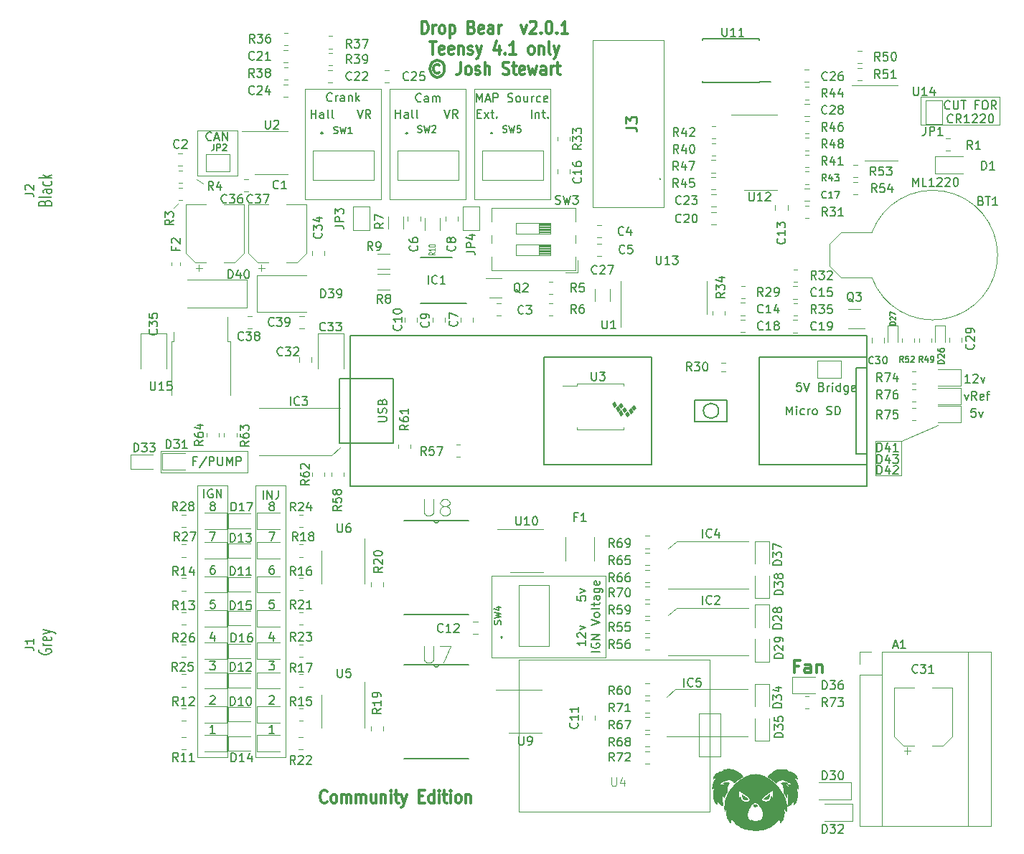
<source format=gto>
G04 #@! TF.GenerationSoftware,KiCad,Pcbnew,7.0.11*
G04 #@! TF.CreationDate,2026-02-08T08:31:11+11:00*
G04 #@! TF.ProjectId,DropBear,44726f70-4265-4617-922e-6b696361645f,rev?*
G04 #@! TF.SameCoordinates,Original*
G04 #@! TF.FileFunction,Legend,Top*
G04 #@! TF.FilePolarity,Positive*
%FSLAX46Y46*%
G04 Gerber Fmt 4.6, Leading zero omitted, Abs format (unit mm)*
G04 Created by KiCad (PCBNEW 7.0.11) date 2026-02-08 08:31:11*
%MOMM*%
%LPD*%
G01*
G04 APERTURE LIST*
%ADD10C,0.300000*%
%ADD11C,0.120000*%
%ADD12C,0.150000*%
%ADD13C,0.050000*%
%ADD14C,0.160000*%
%ADD15C,0.130000*%
%ADD16C,0.254000*%
%ADD17C,0.100000*%
%ADD18C,0.152400*%
%ADD19C,0.200000*%
%ADD20C,0.001000*%
G04 APERTURE END LIST*
D10*
X195090477Y-119153471D02*
X195028573Y-119224900D01*
X195028573Y-119224900D02*
X194842858Y-119296328D01*
X194842858Y-119296328D02*
X194719049Y-119296328D01*
X194719049Y-119296328D02*
X194533335Y-119224900D01*
X194533335Y-119224900D02*
X194409525Y-119082042D01*
X194409525Y-119082042D02*
X194347620Y-118939185D01*
X194347620Y-118939185D02*
X194285716Y-118653471D01*
X194285716Y-118653471D02*
X194285716Y-118439185D01*
X194285716Y-118439185D02*
X194347620Y-118153471D01*
X194347620Y-118153471D02*
X194409525Y-118010614D01*
X194409525Y-118010614D02*
X194533335Y-117867757D01*
X194533335Y-117867757D02*
X194719049Y-117796328D01*
X194719049Y-117796328D02*
X194842858Y-117796328D01*
X194842858Y-117796328D02*
X195028573Y-117867757D01*
X195028573Y-117867757D02*
X195090477Y-117939185D01*
X195833335Y-119296328D02*
X195709525Y-119224900D01*
X195709525Y-119224900D02*
X195647620Y-119153471D01*
X195647620Y-119153471D02*
X195585716Y-119010614D01*
X195585716Y-119010614D02*
X195585716Y-118582042D01*
X195585716Y-118582042D02*
X195647620Y-118439185D01*
X195647620Y-118439185D02*
X195709525Y-118367757D01*
X195709525Y-118367757D02*
X195833335Y-118296328D01*
X195833335Y-118296328D02*
X196019049Y-118296328D01*
X196019049Y-118296328D02*
X196142858Y-118367757D01*
X196142858Y-118367757D02*
X196204763Y-118439185D01*
X196204763Y-118439185D02*
X196266668Y-118582042D01*
X196266668Y-118582042D02*
X196266668Y-119010614D01*
X196266668Y-119010614D02*
X196204763Y-119153471D01*
X196204763Y-119153471D02*
X196142858Y-119224900D01*
X196142858Y-119224900D02*
X196019049Y-119296328D01*
X196019049Y-119296328D02*
X195833335Y-119296328D01*
X196823810Y-119296328D02*
X196823810Y-118296328D01*
X196823810Y-118439185D02*
X196885715Y-118367757D01*
X196885715Y-118367757D02*
X197009525Y-118296328D01*
X197009525Y-118296328D02*
X197195239Y-118296328D01*
X197195239Y-118296328D02*
X197319048Y-118367757D01*
X197319048Y-118367757D02*
X197380953Y-118510614D01*
X197380953Y-118510614D02*
X197380953Y-119296328D01*
X197380953Y-118510614D02*
X197442858Y-118367757D01*
X197442858Y-118367757D02*
X197566667Y-118296328D01*
X197566667Y-118296328D02*
X197752382Y-118296328D01*
X197752382Y-118296328D02*
X197876191Y-118367757D01*
X197876191Y-118367757D02*
X197938096Y-118510614D01*
X197938096Y-118510614D02*
X197938096Y-119296328D01*
X198557143Y-119296328D02*
X198557143Y-118296328D01*
X198557143Y-118439185D02*
X198619048Y-118367757D01*
X198619048Y-118367757D02*
X198742858Y-118296328D01*
X198742858Y-118296328D02*
X198928572Y-118296328D01*
X198928572Y-118296328D02*
X199052381Y-118367757D01*
X199052381Y-118367757D02*
X199114286Y-118510614D01*
X199114286Y-118510614D02*
X199114286Y-119296328D01*
X199114286Y-118510614D02*
X199176191Y-118367757D01*
X199176191Y-118367757D02*
X199300000Y-118296328D01*
X199300000Y-118296328D02*
X199485715Y-118296328D01*
X199485715Y-118296328D02*
X199609524Y-118367757D01*
X199609524Y-118367757D02*
X199671429Y-118510614D01*
X199671429Y-118510614D02*
X199671429Y-119296328D01*
X200847619Y-118296328D02*
X200847619Y-119296328D01*
X200290476Y-118296328D02*
X200290476Y-119082042D01*
X200290476Y-119082042D02*
X200352381Y-119224900D01*
X200352381Y-119224900D02*
X200476191Y-119296328D01*
X200476191Y-119296328D02*
X200661905Y-119296328D01*
X200661905Y-119296328D02*
X200785714Y-119224900D01*
X200785714Y-119224900D02*
X200847619Y-119153471D01*
X201466666Y-118296328D02*
X201466666Y-119296328D01*
X201466666Y-118439185D02*
X201528571Y-118367757D01*
X201528571Y-118367757D02*
X201652381Y-118296328D01*
X201652381Y-118296328D02*
X201838095Y-118296328D01*
X201838095Y-118296328D02*
X201961904Y-118367757D01*
X201961904Y-118367757D02*
X202023809Y-118510614D01*
X202023809Y-118510614D02*
X202023809Y-119296328D01*
X202642856Y-119296328D02*
X202642856Y-118296328D01*
X202642856Y-117796328D02*
X202580952Y-117867757D01*
X202580952Y-117867757D02*
X202642856Y-117939185D01*
X202642856Y-117939185D02*
X202704761Y-117867757D01*
X202704761Y-117867757D02*
X202642856Y-117796328D01*
X202642856Y-117796328D02*
X202642856Y-117939185D01*
X203076190Y-118296328D02*
X203571428Y-118296328D01*
X203261904Y-117796328D02*
X203261904Y-119082042D01*
X203261904Y-119082042D02*
X203323809Y-119224900D01*
X203323809Y-119224900D02*
X203447619Y-119296328D01*
X203447619Y-119296328D02*
X203571428Y-119296328D01*
X203880952Y-118296328D02*
X204190476Y-119296328D01*
X204499999Y-118296328D02*
X204190476Y-119296328D01*
X204190476Y-119296328D02*
X204066666Y-119653471D01*
X204066666Y-119653471D02*
X204004761Y-119724900D01*
X204004761Y-119724900D02*
X203880952Y-119796328D01*
X205985713Y-118510614D02*
X206419047Y-118510614D01*
X206604761Y-119296328D02*
X205985713Y-119296328D01*
X205985713Y-119296328D02*
X205985713Y-117796328D01*
X205985713Y-117796328D02*
X206604761Y-117796328D01*
X207719046Y-119296328D02*
X207719046Y-117796328D01*
X207719046Y-119224900D02*
X207595237Y-119296328D01*
X207595237Y-119296328D02*
X207347618Y-119296328D01*
X207347618Y-119296328D02*
X207223808Y-119224900D01*
X207223808Y-119224900D02*
X207161903Y-119153471D01*
X207161903Y-119153471D02*
X207099999Y-119010614D01*
X207099999Y-119010614D02*
X207099999Y-118582042D01*
X207099999Y-118582042D02*
X207161903Y-118439185D01*
X207161903Y-118439185D02*
X207223808Y-118367757D01*
X207223808Y-118367757D02*
X207347618Y-118296328D01*
X207347618Y-118296328D02*
X207595237Y-118296328D01*
X207595237Y-118296328D02*
X207719046Y-118367757D01*
X208338093Y-119296328D02*
X208338093Y-118296328D01*
X208338093Y-117796328D02*
X208276189Y-117867757D01*
X208276189Y-117867757D02*
X208338093Y-117939185D01*
X208338093Y-117939185D02*
X208399998Y-117867757D01*
X208399998Y-117867757D02*
X208338093Y-117796328D01*
X208338093Y-117796328D02*
X208338093Y-117939185D01*
X208771427Y-118296328D02*
X209266665Y-118296328D01*
X208957141Y-117796328D02*
X208957141Y-119082042D01*
X208957141Y-119082042D02*
X209019046Y-119224900D01*
X209019046Y-119224900D02*
X209142856Y-119296328D01*
X209142856Y-119296328D02*
X209266665Y-119296328D01*
X209699998Y-119296328D02*
X209699998Y-118296328D01*
X209699998Y-117796328D02*
X209638094Y-117867757D01*
X209638094Y-117867757D02*
X209699998Y-117939185D01*
X209699998Y-117939185D02*
X209761903Y-117867757D01*
X209761903Y-117867757D02*
X209699998Y-117796328D01*
X209699998Y-117796328D02*
X209699998Y-117939185D01*
X210504761Y-119296328D02*
X210380951Y-119224900D01*
X210380951Y-119224900D02*
X210319046Y-119153471D01*
X210319046Y-119153471D02*
X210257142Y-119010614D01*
X210257142Y-119010614D02*
X210257142Y-118582042D01*
X210257142Y-118582042D02*
X210319046Y-118439185D01*
X210319046Y-118439185D02*
X210380951Y-118367757D01*
X210380951Y-118367757D02*
X210504761Y-118296328D01*
X210504761Y-118296328D02*
X210690475Y-118296328D01*
X210690475Y-118296328D02*
X210814284Y-118367757D01*
X210814284Y-118367757D02*
X210876189Y-118439185D01*
X210876189Y-118439185D02*
X210938094Y-118582042D01*
X210938094Y-118582042D02*
X210938094Y-119010614D01*
X210938094Y-119010614D02*
X210876189Y-119153471D01*
X210876189Y-119153471D02*
X210814284Y-119224900D01*
X210814284Y-119224900D02*
X210690475Y-119296328D01*
X210690475Y-119296328D02*
X210504761Y-119296328D01*
X211495236Y-118296328D02*
X211495236Y-119296328D01*
X211495236Y-118439185D02*
X211557141Y-118367757D01*
X211557141Y-118367757D02*
X211680951Y-118296328D01*
X211680951Y-118296328D02*
X211866665Y-118296328D01*
X211866665Y-118296328D02*
X211990474Y-118367757D01*
X211990474Y-118367757D02*
X212052379Y-118510614D01*
X212052379Y-118510614D02*
X212052379Y-119296328D01*
D11*
X212500000Y-48000000D02*
X212500000Y-35000000D01*
X202500000Y-35000000D02*
X211500000Y-35000000D01*
X192500000Y-35000000D02*
X201500000Y-35000000D01*
X259842000Y-80645000D02*
X259842000Y-76581000D01*
X190246000Y-81788000D02*
X190246000Y-113919000D01*
X186690000Y-113919000D02*
X186690000Y-81788000D01*
X190246000Y-113919000D02*
X186690000Y-113919000D01*
X186690000Y-81788000D02*
X190246000Y-81788000D01*
X183388000Y-81788000D02*
X183388000Y-113919000D01*
X179832000Y-81788000D02*
X183388000Y-81788000D01*
X183388000Y-113919000D02*
X179832000Y-113919000D01*
X179832000Y-113919000D02*
X179832000Y-81788000D01*
X184534000Y-39878000D02*
X179835000Y-39878000D01*
X214503000Y-102108000D02*
X214503000Y-92456000D01*
X259842000Y-76581000D02*
X262890000Y-76581000D01*
X221500000Y-48000000D02*
X212500000Y-48000000D01*
X221500000Y-35000000D02*
X221500000Y-48000000D01*
X211500000Y-35000000D02*
X211500000Y-48000000D01*
X211500000Y-48000000D02*
X202500000Y-48000000D01*
X184534000Y-45212000D02*
X184534000Y-39878000D01*
X179835000Y-39878000D02*
X179835000Y-45212000D01*
X177571400Y-48488600D02*
X177012600Y-49047400D01*
X214503000Y-92456000D02*
X227965000Y-92456000D01*
X212500000Y-35000000D02*
X221500000Y-35000000D01*
X274447000Y-39243000D02*
X265176000Y-39243000D01*
X227965000Y-102108000D02*
X214503000Y-102108000D01*
X265176000Y-39243000D02*
X265176000Y-35941000D01*
X192500000Y-48000000D02*
X192500000Y-35000000D01*
X180441600Y-46126400D02*
X179730400Y-45618400D01*
X262890000Y-80645000D02*
X259842000Y-80645000D01*
X262890000Y-76581000D02*
X262890000Y-80645000D01*
X201500000Y-35000000D02*
X201500000Y-48000000D01*
X179835000Y-45212000D02*
X184534000Y-45212000D01*
X227965000Y-92456000D02*
X227965000Y-102108000D01*
X202500000Y-48000000D02*
X202500000Y-35000000D01*
X274447000Y-35941000D02*
X274447000Y-39243000D01*
X175482800Y-77724000D02*
X185724800Y-77724000D01*
X185724800Y-80264000D01*
X175482800Y-80264000D01*
X175482800Y-77724000D01*
X186690000Y-81788000D02*
X190246000Y-81788000D01*
X201500000Y-48000000D02*
X192500000Y-48000000D01*
X262890000Y-76581000D02*
X267208000Y-74676000D01*
X265176000Y-35941000D02*
X274447000Y-35941000D01*
D12*
X271637142Y-72733819D02*
X271160952Y-72733819D01*
X271160952Y-72733819D02*
X271113333Y-73210009D01*
X271113333Y-73210009D02*
X271160952Y-73162390D01*
X271160952Y-73162390D02*
X271256190Y-73114771D01*
X271256190Y-73114771D02*
X271494285Y-73114771D01*
X271494285Y-73114771D02*
X271589523Y-73162390D01*
X271589523Y-73162390D02*
X271637142Y-73210009D01*
X271637142Y-73210009D02*
X271684761Y-73305247D01*
X271684761Y-73305247D02*
X271684761Y-73543342D01*
X271684761Y-73543342D02*
X271637142Y-73638580D01*
X271637142Y-73638580D02*
X271589523Y-73686200D01*
X271589523Y-73686200D02*
X271494285Y-73733819D01*
X271494285Y-73733819D02*
X271256190Y-73733819D01*
X271256190Y-73733819D02*
X271160952Y-73686200D01*
X271160952Y-73686200D02*
X271113333Y-73638580D01*
X272018095Y-73067152D02*
X272256190Y-73733819D01*
X272256190Y-73733819D02*
X272494285Y-73067152D01*
X161825414Y-48466190D02*
X161896842Y-48323333D01*
X161896842Y-48323333D02*
X161968271Y-48275714D01*
X161968271Y-48275714D02*
X162111128Y-48228095D01*
X162111128Y-48228095D02*
X162325414Y-48228095D01*
X162325414Y-48228095D02*
X162468271Y-48275714D01*
X162468271Y-48275714D02*
X162539700Y-48323333D01*
X162539700Y-48323333D02*
X162611128Y-48418571D01*
X162611128Y-48418571D02*
X162611128Y-48799523D01*
X162611128Y-48799523D02*
X161111128Y-48799523D01*
X161111128Y-48799523D02*
X161111128Y-48466190D01*
X161111128Y-48466190D02*
X161182557Y-48370952D01*
X161182557Y-48370952D02*
X161253985Y-48323333D01*
X161253985Y-48323333D02*
X161396842Y-48275714D01*
X161396842Y-48275714D02*
X161539700Y-48275714D01*
X161539700Y-48275714D02*
X161682557Y-48323333D01*
X161682557Y-48323333D02*
X161753985Y-48370952D01*
X161753985Y-48370952D02*
X161825414Y-48466190D01*
X161825414Y-48466190D02*
X161825414Y-48799523D01*
X162611128Y-47656666D02*
X162539700Y-47751904D01*
X162539700Y-47751904D02*
X162396842Y-47799523D01*
X162396842Y-47799523D02*
X161111128Y-47799523D01*
X162611128Y-46847142D02*
X161825414Y-46847142D01*
X161825414Y-46847142D02*
X161682557Y-46894761D01*
X161682557Y-46894761D02*
X161611128Y-46989999D01*
X161611128Y-46989999D02*
X161611128Y-47180475D01*
X161611128Y-47180475D02*
X161682557Y-47275713D01*
X162539700Y-46847142D02*
X162611128Y-46942380D01*
X162611128Y-46942380D02*
X162611128Y-47180475D01*
X162611128Y-47180475D02*
X162539700Y-47275713D01*
X162539700Y-47275713D02*
X162396842Y-47323332D01*
X162396842Y-47323332D02*
X162253985Y-47323332D01*
X162253985Y-47323332D02*
X162111128Y-47275713D01*
X162111128Y-47275713D02*
X162039700Y-47180475D01*
X162039700Y-47180475D02*
X162039700Y-46942380D01*
X162039700Y-46942380D02*
X161968271Y-46847142D01*
X162539700Y-45942380D02*
X162611128Y-46037618D01*
X162611128Y-46037618D02*
X162611128Y-46228094D01*
X162611128Y-46228094D02*
X162539700Y-46323332D01*
X162539700Y-46323332D02*
X162468271Y-46370951D01*
X162468271Y-46370951D02*
X162325414Y-46418570D01*
X162325414Y-46418570D02*
X161896842Y-46418570D01*
X161896842Y-46418570D02*
X161753985Y-46370951D01*
X161753985Y-46370951D02*
X161682557Y-46323332D01*
X161682557Y-46323332D02*
X161611128Y-46228094D01*
X161611128Y-46228094D02*
X161611128Y-46037618D01*
X161611128Y-46037618D02*
X161682557Y-45942380D01*
X162611128Y-45513808D02*
X161111128Y-45513808D01*
X162039700Y-45418570D02*
X162611128Y-45132856D01*
X161611128Y-45132856D02*
X162182557Y-45513808D01*
D10*
X206310191Y-28489328D02*
X206310191Y-26989328D01*
X206310191Y-26989328D02*
X206619715Y-26989328D01*
X206619715Y-26989328D02*
X206805429Y-27060757D01*
X206805429Y-27060757D02*
X206929239Y-27203614D01*
X206929239Y-27203614D02*
X206991144Y-27346471D01*
X206991144Y-27346471D02*
X207053048Y-27632185D01*
X207053048Y-27632185D02*
X207053048Y-27846471D01*
X207053048Y-27846471D02*
X206991144Y-28132185D01*
X206991144Y-28132185D02*
X206929239Y-28275042D01*
X206929239Y-28275042D02*
X206805429Y-28417900D01*
X206805429Y-28417900D02*
X206619715Y-28489328D01*
X206619715Y-28489328D02*
X206310191Y-28489328D01*
X207610191Y-28489328D02*
X207610191Y-27489328D01*
X207610191Y-27775042D02*
X207672096Y-27632185D01*
X207672096Y-27632185D02*
X207734001Y-27560757D01*
X207734001Y-27560757D02*
X207857810Y-27489328D01*
X207857810Y-27489328D02*
X207981620Y-27489328D01*
X208600668Y-28489328D02*
X208476858Y-28417900D01*
X208476858Y-28417900D02*
X208414953Y-28346471D01*
X208414953Y-28346471D02*
X208353049Y-28203614D01*
X208353049Y-28203614D02*
X208353049Y-27775042D01*
X208353049Y-27775042D02*
X208414953Y-27632185D01*
X208414953Y-27632185D02*
X208476858Y-27560757D01*
X208476858Y-27560757D02*
X208600668Y-27489328D01*
X208600668Y-27489328D02*
X208786382Y-27489328D01*
X208786382Y-27489328D02*
X208910191Y-27560757D01*
X208910191Y-27560757D02*
X208972096Y-27632185D01*
X208972096Y-27632185D02*
X209034001Y-27775042D01*
X209034001Y-27775042D02*
X209034001Y-28203614D01*
X209034001Y-28203614D02*
X208972096Y-28346471D01*
X208972096Y-28346471D02*
X208910191Y-28417900D01*
X208910191Y-28417900D02*
X208786382Y-28489328D01*
X208786382Y-28489328D02*
X208600668Y-28489328D01*
X209591143Y-27489328D02*
X209591143Y-28989328D01*
X209591143Y-27560757D02*
X209714953Y-27489328D01*
X209714953Y-27489328D02*
X209962572Y-27489328D01*
X209962572Y-27489328D02*
X210086381Y-27560757D01*
X210086381Y-27560757D02*
X210148286Y-27632185D01*
X210148286Y-27632185D02*
X210210191Y-27775042D01*
X210210191Y-27775042D02*
X210210191Y-28203614D01*
X210210191Y-28203614D02*
X210148286Y-28346471D01*
X210148286Y-28346471D02*
X210086381Y-28417900D01*
X210086381Y-28417900D02*
X209962572Y-28489328D01*
X209962572Y-28489328D02*
X209714953Y-28489328D01*
X209714953Y-28489328D02*
X209591143Y-28417900D01*
X212191143Y-27703614D02*
X212376857Y-27775042D01*
X212376857Y-27775042D02*
X212438762Y-27846471D01*
X212438762Y-27846471D02*
X212500666Y-27989328D01*
X212500666Y-27989328D02*
X212500666Y-28203614D01*
X212500666Y-28203614D02*
X212438762Y-28346471D01*
X212438762Y-28346471D02*
X212376857Y-28417900D01*
X212376857Y-28417900D02*
X212253047Y-28489328D01*
X212253047Y-28489328D02*
X211757809Y-28489328D01*
X211757809Y-28489328D02*
X211757809Y-26989328D01*
X211757809Y-26989328D02*
X212191143Y-26989328D01*
X212191143Y-26989328D02*
X212314952Y-27060757D01*
X212314952Y-27060757D02*
X212376857Y-27132185D01*
X212376857Y-27132185D02*
X212438762Y-27275042D01*
X212438762Y-27275042D02*
X212438762Y-27417900D01*
X212438762Y-27417900D02*
X212376857Y-27560757D01*
X212376857Y-27560757D02*
X212314952Y-27632185D01*
X212314952Y-27632185D02*
X212191143Y-27703614D01*
X212191143Y-27703614D02*
X211757809Y-27703614D01*
X213553047Y-28417900D02*
X213429238Y-28489328D01*
X213429238Y-28489328D02*
X213181619Y-28489328D01*
X213181619Y-28489328D02*
X213057809Y-28417900D01*
X213057809Y-28417900D02*
X212995905Y-28275042D01*
X212995905Y-28275042D02*
X212995905Y-27703614D01*
X212995905Y-27703614D02*
X213057809Y-27560757D01*
X213057809Y-27560757D02*
X213181619Y-27489328D01*
X213181619Y-27489328D02*
X213429238Y-27489328D01*
X213429238Y-27489328D02*
X213553047Y-27560757D01*
X213553047Y-27560757D02*
X213614952Y-27703614D01*
X213614952Y-27703614D02*
X213614952Y-27846471D01*
X213614952Y-27846471D02*
X212995905Y-27989328D01*
X214729238Y-28489328D02*
X214729238Y-27703614D01*
X214729238Y-27703614D02*
X214667333Y-27560757D01*
X214667333Y-27560757D02*
X214543524Y-27489328D01*
X214543524Y-27489328D02*
X214295905Y-27489328D01*
X214295905Y-27489328D02*
X214172095Y-27560757D01*
X214729238Y-28417900D02*
X214605429Y-28489328D01*
X214605429Y-28489328D02*
X214295905Y-28489328D01*
X214295905Y-28489328D02*
X214172095Y-28417900D01*
X214172095Y-28417900D02*
X214110191Y-28275042D01*
X214110191Y-28275042D02*
X214110191Y-28132185D01*
X214110191Y-28132185D02*
X214172095Y-27989328D01*
X214172095Y-27989328D02*
X214295905Y-27917900D01*
X214295905Y-27917900D02*
X214605429Y-27917900D01*
X214605429Y-27917900D02*
X214729238Y-27846471D01*
X215348285Y-28489328D02*
X215348285Y-27489328D01*
X215348285Y-27775042D02*
X215410190Y-27632185D01*
X215410190Y-27632185D02*
X215472095Y-27560757D01*
X215472095Y-27560757D02*
X215595904Y-27489328D01*
X215595904Y-27489328D02*
X215719714Y-27489328D01*
X218010190Y-27489328D02*
X218319714Y-28489328D01*
X218319714Y-28489328D02*
X218629237Y-27489328D01*
X219062571Y-27132185D02*
X219124475Y-27060757D01*
X219124475Y-27060757D02*
X219248285Y-26989328D01*
X219248285Y-26989328D02*
X219557809Y-26989328D01*
X219557809Y-26989328D02*
X219681618Y-27060757D01*
X219681618Y-27060757D02*
X219743523Y-27132185D01*
X219743523Y-27132185D02*
X219805428Y-27275042D01*
X219805428Y-27275042D02*
X219805428Y-27417900D01*
X219805428Y-27417900D02*
X219743523Y-27632185D01*
X219743523Y-27632185D02*
X219000666Y-28489328D01*
X219000666Y-28489328D02*
X219805428Y-28489328D01*
X220362570Y-28346471D02*
X220424475Y-28417900D01*
X220424475Y-28417900D02*
X220362570Y-28489328D01*
X220362570Y-28489328D02*
X220300666Y-28417900D01*
X220300666Y-28417900D02*
X220362570Y-28346471D01*
X220362570Y-28346471D02*
X220362570Y-28489328D01*
X221229237Y-26989328D02*
X221353047Y-26989328D01*
X221353047Y-26989328D02*
X221476856Y-27060757D01*
X221476856Y-27060757D02*
X221538761Y-27132185D01*
X221538761Y-27132185D02*
X221600666Y-27275042D01*
X221600666Y-27275042D02*
X221662571Y-27560757D01*
X221662571Y-27560757D02*
X221662571Y-27917900D01*
X221662571Y-27917900D02*
X221600666Y-28203614D01*
X221600666Y-28203614D02*
X221538761Y-28346471D01*
X221538761Y-28346471D02*
X221476856Y-28417900D01*
X221476856Y-28417900D02*
X221353047Y-28489328D01*
X221353047Y-28489328D02*
X221229237Y-28489328D01*
X221229237Y-28489328D02*
X221105428Y-28417900D01*
X221105428Y-28417900D02*
X221043523Y-28346471D01*
X221043523Y-28346471D02*
X220981618Y-28203614D01*
X220981618Y-28203614D02*
X220919714Y-27917900D01*
X220919714Y-27917900D02*
X220919714Y-27560757D01*
X220919714Y-27560757D02*
X220981618Y-27275042D01*
X220981618Y-27275042D02*
X221043523Y-27132185D01*
X221043523Y-27132185D02*
X221105428Y-27060757D01*
X221105428Y-27060757D02*
X221229237Y-26989328D01*
X222219713Y-28346471D02*
X222281618Y-28417900D01*
X222281618Y-28417900D02*
X222219713Y-28489328D01*
X222219713Y-28489328D02*
X222157809Y-28417900D01*
X222157809Y-28417900D02*
X222219713Y-28346471D01*
X222219713Y-28346471D02*
X222219713Y-28489328D01*
X223519714Y-28489328D02*
X222776857Y-28489328D01*
X223148285Y-28489328D02*
X223148285Y-26989328D01*
X223148285Y-26989328D02*
X223024476Y-27203614D01*
X223024476Y-27203614D02*
X222900666Y-27346471D01*
X222900666Y-27346471D02*
X222776857Y-27417900D01*
X207238763Y-29404328D02*
X207981620Y-29404328D01*
X207610192Y-30904328D02*
X207610192Y-29404328D01*
X208910191Y-30832900D02*
X208786382Y-30904328D01*
X208786382Y-30904328D02*
X208538763Y-30904328D01*
X208538763Y-30904328D02*
X208414953Y-30832900D01*
X208414953Y-30832900D02*
X208353049Y-30690042D01*
X208353049Y-30690042D02*
X208353049Y-30118614D01*
X208353049Y-30118614D02*
X208414953Y-29975757D01*
X208414953Y-29975757D02*
X208538763Y-29904328D01*
X208538763Y-29904328D02*
X208786382Y-29904328D01*
X208786382Y-29904328D02*
X208910191Y-29975757D01*
X208910191Y-29975757D02*
X208972096Y-30118614D01*
X208972096Y-30118614D02*
X208972096Y-30261471D01*
X208972096Y-30261471D02*
X208353049Y-30404328D01*
X210024477Y-30832900D02*
X209900668Y-30904328D01*
X209900668Y-30904328D02*
X209653049Y-30904328D01*
X209653049Y-30904328D02*
X209529239Y-30832900D01*
X209529239Y-30832900D02*
X209467335Y-30690042D01*
X209467335Y-30690042D02*
X209467335Y-30118614D01*
X209467335Y-30118614D02*
X209529239Y-29975757D01*
X209529239Y-29975757D02*
X209653049Y-29904328D01*
X209653049Y-29904328D02*
X209900668Y-29904328D01*
X209900668Y-29904328D02*
X210024477Y-29975757D01*
X210024477Y-29975757D02*
X210086382Y-30118614D01*
X210086382Y-30118614D02*
X210086382Y-30261471D01*
X210086382Y-30261471D02*
X209467335Y-30404328D01*
X210643525Y-29904328D02*
X210643525Y-30904328D01*
X210643525Y-30047185D02*
X210705430Y-29975757D01*
X210705430Y-29975757D02*
X210829240Y-29904328D01*
X210829240Y-29904328D02*
X211014954Y-29904328D01*
X211014954Y-29904328D02*
X211138763Y-29975757D01*
X211138763Y-29975757D02*
X211200668Y-30118614D01*
X211200668Y-30118614D02*
X211200668Y-30904328D01*
X211757811Y-30832900D02*
X211881620Y-30904328D01*
X211881620Y-30904328D02*
X212129239Y-30904328D01*
X212129239Y-30904328D02*
X212253049Y-30832900D01*
X212253049Y-30832900D02*
X212314953Y-30690042D01*
X212314953Y-30690042D02*
X212314953Y-30618614D01*
X212314953Y-30618614D02*
X212253049Y-30475757D01*
X212253049Y-30475757D02*
X212129239Y-30404328D01*
X212129239Y-30404328D02*
X211943525Y-30404328D01*
X211943525Y-30404328D02*
X211819715Y-30332900D01*
X211819715Y-30332900D02*
X211757811Y-30190042D01*
X211757811Y-30190042D02*
X211757811Y-30118614D01*
X211757811Y-30118614D02*
X211819715Y-29975757D01*
X211819715Y-29975757D02*
X211943525Y-29904328D01*
X211943525Y-29904328D02*
X212129239Y-29904328D01*
X212129239Y-29904328D02*
X212253049Y-29975757D01*
X212748287Y-29904328D02*
X213057811Y-30904328D01*
X213367334Y-29904328D02*
X213057811Y-30904328D01*
X213057811Y-30904328D02*
X212934001Y-31261471D01*
X212934001Y-31261471D02*
X212872096Y-31332900D01*
X212872096Y-31332900D02*
X212748287Y-31404328D01*
X215410191Y-29904328D02*
X215410191Y-30904328D01*
X215100667Y-29332900D02*
X214791144Y-30404328D01*
X214791144Y-30404328D02*
X215595905Y-30404328D01*
X216091143Y-30761471D02*
X216153048Y-30832900D01*
X216153048Y-30832900D02*
X216091143Y-30904328D01*
X216091143Y-30904328D02*
X216029239Y-30832900D01*
X216029239Y-30832900D02*
X216091143Y-30761471D01*
X216091143Y-30761471D02*
X216091143Y-30904328D01*
X217391144Y-30904328D02*
X216648287Y-30904328D01*
X217019715Y-30904328D02*
X217019715Y-29404328D01*
X217019715Y-29404328D02*
X216895906Y-29618614D01*
X216895906Y-29618614D02*
X216772096Y-29761471D01*
X216772096Y-29761471D02*
X216648287Y-29832900D01*
X219124477Y-30904328D02*
X219000667Y-30832900D01*
X219000667Y-30832900D02*
X218938762Y-30761471D01*
X218938762Y-30761471D02*
X218876858Y-30618614D01*
X218876858Y-30618614D02*
X218876858Y-30190042D01*
X218876858Y-30190042D02*
X218938762Y-30047185D01*
X218938762Y-30047185D02*
X219000667Y-29975757D01*
X219000667Y-29975757D02*
X219124477Y-29904328D01*
X219124477Y-29904328D02*
X219310191Y-29904328D01*
X219310191Y-29904328D02*
X219434000Y-29975757D01*
X219434000Y-29975757D02*
X219495905Y-30047185D01*
X219495905Y-30047185D02*
X219557810Y-30190042D01*
X219557810Y-30190042D02*
X219557810Y-30618614D01*
X219557810Y-30618614D02*
X219495905Y-30761471D01*
X219495905Y-30761471D02*
X219434000Y-30832900D01*
X219434000Y-30832900D02*
X219310191Y-30904328D01*
X219310191Y-30904328D02*
X219124477Y-30904328D01*
X220114952Y-29904328D02*
X220114952Y-30904328D01*
X220114952Y-30047185D02*
X220176857Y-29975757D01*
X220176857Y-29975757D02*
X220300667Y-29904328D01*
X220300667Y-29904328D02*
X220486381Y-29904328D01*
X220486381Y-29904328D02*
X220610190Y-29975757D01*
X220610190Y-29975757D02*
X220672095Y-30118614D01*
X220672095Y-30118614D02*
X220672095Y-30904328D01*
X221476857Y-30904328D02*
X221353047Y-30832900D01*
X221353047Y-30832900D02*
X221291142Y-30690042D01*
X221291142Y-30690042D02*
X221291142Y-29404328D01*
X221848285Y-29904328D02*
X222157809Y-30904328D01*
X222467332Y-29904328D02*
X222157809Y-30904328D01*
X222157809Y-30904328D02*
X222033999Y-31261471D01*
X222033999Y-31261471D02*
X221972094Y-31332900D01*
X221972094Y-31332900D02*
X221848285Y-31404328D01*
X208353048Y-32176471D02*
X208229239Y-32105042D01*
X208229239Y-32105042D02*
X207981620Y-32105042D01*
X207981620Y-32105042D02*
X207857810Y-32176471D01*
X207857810Y-32176471D02*
X207734001Y-32319328D01*
X207734001Y-32319328D02*
X207672096Y-32462185D01*
X207672096Y-32462185D02*
X207672096Y-32747900D01*
X207672096Y-32747900D02*
X207734001Y-32890757D01*
X207734001Y-32890757D02*
X207857810Y-33033614D01*
X207857810Y-33033614D02*
X207981620Y-33105042D01*
X207981620Y-33105042D02*
X208229239Y-33105042D01*
X208229239Y-33105042D02*
X208353048Y-33033614D01*
X208105429Y-31605042D02*
X207795905Y-31676471D01*
X207795905Y-31676471D02*
X207486382Y-31890757D01*
X207486382Y-31890757D02*
X207300667Y-32247900D01*
X207300667Y-32247900D02*
X207238763Y-32605042D01*
X207238763Y-32605042D02*
X207300667Y-32962185D01*
X207300667Y-32962185D02*
X207486382Y-33319328D01*
X207486382Y-33319328D02*
X207795905Y-33533614D01*
X207795905Y-33533614D02*
X208105429Y-33605042D01*
X208105429Y-33605042D02*
X208414953Y-33533614D01*
X208414953Y-33533614D02*
X208724477Y-33319328D01*
X208724477Y-33319328D02*
X208910191Y-32962185D01*
X208910191Y-32962185D02*
X208972096Y-32605042D01*
X208972096Y-32605042D02*
X208910191Y-32247900D01*
X208910191Y-32247900D02*
X208724477Y-31890757D01*
X208724477Y-31890757D02*
X208414953Y-31676471D01*
X208414953Y-31676471D02*
X208105429Y-31605042D01*
X210891143Y-31819328D02*
X210891143Y-32890757D01*
X210891143Y-32890757D02*
X210829238Y-33105042D01*
X210829238Y-33105042D02*
X210705429Y-33247900D01*
X210705429Y-33247900D02*
X210519714Y-33319328D01*
X210519714Y-33319328D02*
X210395905Y-33319328D01*
X211695905Y-33319328D02*
X211572095Y-33247900D01*
X211572095Y-33247900D02*
X211510190Y-33176471D01*
X211510190Y-33176471D02*
X211448286Y-33033614D01*
X211448286Y-33033614D02*
X211448286Y-32605042D01*
X211448286Y-32605042D02*
X211510190Y-32462185D01*
X211510190Y-32462185D02*
X211572095Y-32390757D01*
X211572095Y-32390757D02*
X211695905Y-32319328D01*
X211695905Y-32319328D02*
X211881619Y-32319328D01*
X211881619Y-32319328D02*
X212005428Y-32390757D01*
X212005428Y-32390757D02*
X212067333Y-32462185D01*
X212067333Y-32462185D02*
X212129238Y-32605042D01*
X212129238Y-32605042D02*
X212129238Y-33033614D01*
X212129238Y-33033614D02*
X212067333Y-33176471D01*
X212067333Y-33176471D02*
X212005428Y-33247900D01*
X212005428Y-33247900D02*
X211881619Y-33319328D01*
X211881619Y-33319328D02*
X211695905Y-33319328D01*
X212624476Y-33247900D02*
X212748285Y-33319328D01*
X212748285Y-33319328D02*
X212995904Y-33319328D01*
X212995904Y-33319328D02*
X213119714Y-33247900D01*
X213119714Y-33247900D02*
X213181618Y-33105042D01*
X213181618Y-33105042D02*
X213181618Y-33033614D01*
X213181618Y-33033614D02*
X213119714Y-32890757D01*
X213119714Y-32890757D02*
X212995904Y-32819328D01*
X212995904Y-32819328D02*
X212810190Y-32819328D01*
X212810190Y-32819328D02*
X212686380Y-32747900D01*
X212686380Y-32747900D02*
X212624476Y-32605042D01*
X212624476Y-32605042D02*
X212624476Y-32533614D01*
X212624476Y-32533614D02*
X212686380Y-32390757D01*
X212686380Y-32390757D02*
X212810190Y-32319328D01*
X212810190Y-32319328D02*
X212995904Y-32319328D01*
X212995904Y-32319328D02*
X213119714Y-32390757D01*
X213738761Y-33319328D02*
X213738761Y-31819328D01*
X214295904Y-33319328D02*
X214295904Y-32533614D01*
X214295904Y-32533614D02*
X214233999Y-32390757D01*
X214233999Y-32390757D02*
X214110190Y-32319328D01*
X214110190Y-32319328D02*
X213924476Y-32319328D01*
X213924476Y-32319328D02*
X213800666Y-32390757D01*
X213800666Y-32390757D02*
X213738761Y-32462185D01*
X215843523Y-33247900D02*
X216029237Y-33319328D01*
X216029237Y-33319328D02*
X216338761Y-33319328D01*
X216338761Y-33319328D02*
X216462570Y-33247900D01*
X216462570Y-33247900D02*
X216524475Y-33176471D01*
X216524475Y-33176471D02*
X216586380Y-33033614D01*
X216586380Y-33033614D02*
X216586380Y-32890757D01*
X216586380Y-32890757D02*
X216524475Y-32747900D01*
X216524475Y-32747900D02*
X216462570Y-32676471D01*
X216462570Y-32676471D02*
X216338761Y-32605042D01*
X216338761Y-32605042D02*
X216091142Y-32533614D01*
X216091142Y-32533614D02*
X215967332Y-32462185D01*
X215967332Y-32462185D02*
X215905427Y-32390757D01*
X215905427Y-32390757D02*
X215843523Y-32247900D01*
X215843523Y-32247900D02*
X215843523Y-32105042D01*
X215843523Y-32105042D02*
X215905427Y-31962185D01*
X215905427Y-31962185D02*
X215967332Y-31890757D01*
X215967332Y-31890757D02*
X216091142Y-31819328D01*
X216091142Y-31819328D02*
X216400665Y-31819328D01*
X216400665Y-31819328D02*
X216586380Y-31890757D01*
X216957808Y-32319328D02*
X217453046Y-32319328D01*
X217143522Y-31819328D02*
X217143522Y-33105042D01*
X217143522Y-33105042D02*
X217205427Y-33247900D01*
X217205427Y-33247900D02*
X217329237Y-33319328D01*
X217329237Y-33319328D02*
X217453046Y-33319328D01*
X218381617Y-33247900D02*
X218257808Y-33319328D01*
X218257808Y-33319328D02*
X218010189Y-33319328D01*
X218010189Y-33319328D02*
X217886379Y-33247900D01*
X217886379Y-33247900D02*
X217824475Y-33105042D01*
X217824475Y-33105042D02*
X217824475Y-32533614D01*
X217824475Y-32533614D02*
X217886379Y-32390757D01*
X217886379Y-32390757D02*
X218010189Y-32319328D01*
X218010189Y-32319328D02*
X218257808Y-32319328D01*
X218257808Y-32319328D02*
X218381617Y-32390757D01*
X218381617Y-32390757D02*
X218443522Y-32533614D01*
X218443522Y-32533614D02*
X218443522Y-32676471D01*
X218443522Y-32676471D02*
X217824475Y-32819328D01*
X218876856Y-32319328D02*
X219124475Y-33319328D01*
X219124475Y-33319328D02*
X219372094Y-32605042D01*
X219372094Y-32605042D02*
X219619713Y-33319328D01*
X219619713Y-33319328D02*
X219867332Y-32319328D01*
X220919713Y-33319328D02*
X220919713Y-32533614D01*
X220919713Y-32533614D02*
X220857808Y-32390757D01*
X220857808Y-32390757D02*
X220733999Y-32319328D01*
X220733999Y-32319328D02*
X220486380Y-32319328D01*
X220486380Y-32319328D02*
X220362570Y-32390757D01*
X220919713Y-33247900D02*
X220795904Y-33319328D01*
X220795904Y-33319328D02*
X220486380Y-33319328D01*
X220486380Y-33319328D02*
X220362570Y-33247900D01*
X220362570Y-33247900D02*
X220300666Y-33105042D01*
X220300666Y-33105042D02*
X220300666Y-32962185D01*
X220300666Y-32962185D02*
X220362570Y-32819328D01*
X220362570Y-32819328D02*
X220486380Y-32747900D01*
X220486380Y-32747900D02*
X220795904Y-32747900D01*
X220795904Y-32747900D02*
X220919713Y-32676471D01*
X221538760Y-33319328D02*
X221538760Y-32319328D01*
X221538760Y-32605042D02*
X221600665Y-32462185D01*
X221600665Y-32462185D02*
X221662570Y-32390757D01*
X221662570Y-32390757D02*
X221786379Y-32319328D01*
X221786379Y-32319328D02*
X221910189Y-32319328D01*
X222157808Y-32319328D02*
X222653046Y-32319328D01*
X222343522Y-31819328D02*
X222343522Y-33105042D01*
X222343522Y-33105042D02*
X222405427Y-33247900D01*
X222405427Y-33247900D02*
X222529237Y-33319328D01*
X222529237Y-33319328D02*
X222653046Y-33319328D01*
D12*
X161182557Y-101187143D02*
X161111128Y-101282381D01*
X161111128Y-101282381D02*
X161111128Y-101425238D01*
X161111128Y-101425238D02*
X161182557Y-101568095D01*
X161182557Y-101568095D02*
X161325414Y-101663333D01*
X161325414Y-101663333D02*
X161468271Y-101710952D01*
X161468271Y-101710952D02*
X161753985Y-101758571D01*
X161753985Y-101758571D02*
X161968271Y-101758571D01*
X161968271Y-101758571D02*
X162253985Y-101710952D01*
X162253985Y-101710952D02*
X162396842Y-101663333D01*
X162396842Y-101663333D02*
X162539700Y-101568095D01*
X162539700Y-101568095D02*
X162611128Y-101425238D01*
X162611128Y-101425238D02*
X162611128Y-101330000D01*
X162611128Y-101330000D02*
X162539700Y-101187143D01*
X162539700Y-101187143D02*
X162468271Y-101139524D01*
X162468271Y-101139524D02*
X161968271Y-101139524D01*
X161968271Y-101139524D02*
X161968271Y-101330000D01*
X162611128Y-100710952D02*
X161611128Y-100710952D01*
X161896842Y-100710952D02*
X161753985Y-100663333D01*
X161753985Y-100663333D02*
X161682557Y-100615714D01*
X161682557Y-100615714D02*
X161611128Y-100520476D01*
X161611128Y-100520476D02*
X161611128Y-100425238D01*
X162539700Y-99710952D02*
X162611128Y-99806190D01*
X162611128Y-99806190D02*
X162611128Y-99996666D01*
X162611128Y-99996666D02*
X162539700Y-100091904D01*
X162539700Y-100091904D02*
X162396842Y-100139523D01*
X162396842Y-100139523D02*
X161825414Y-100139523D01*
X161825414Y-100139523D02*
X161682557Y-100091904D01*
X161682557Y-100091904D02*
X161611128Y-99996666D01*
X161611128Y-99996666D02*
X161611128Y-99806190D01*
X161611128Y-99806190D02*
X161682557Y-99710952D01*
X161682557Y-99710952D02*
X161825414Y-99663333D01*
X161825414Y-99663333D02*
X161968271Y-99663333D01*
X161968271Y-99663333D02*
X162111128Y-100139523D01*
X161611128Y-99329999D02*
X162611128Y-99091904D01*
X161611128Y-98853809D02*
X162611128Y-99091904D01*
X162611128Y-99091904D02*
X162968271Y-99187142D01*
X162968271Y-99187142D02*
X163039700Y-99234761D01*
X163039700Y-99234761D02*
X163111128Y-99329999D01*
X268589428Y-37280580D02*
X268541809Y-37328200D01*
X268541809Y-37328200D02*
X268398952Y-37375819D01*
X268398952Y-37375819D02*
X268303714Y-37375819D01*
X268303714Y-37375819D02*
X268160857Y-37328200D01*
X268160857Y-37328200D02*
X268065619Y-37232961D01*
X268065619Y-37232961D02*
X268018000Y-37137723D01*
X268018000Y-37137723D02*
X267970381Y-36947247D01*
X267970381Y-36947247D02*
X267970381Y-36804390D01*
X267970381Y-36804390D02*
X268018000Y-36613914D01*
X268018000Y-36613914D02*
X268065619Y-36518676D01*
X268065619Y-36518676D02*
X268160857Y-36423438D01*
X268160857Y-36423438D02*
X268303714Y-36375819D01*
X268303714Y-36375819D02*
X268398952Y-36375819D01*
X268398952Y-36375819D02*
X268541809Y-36423438D01*
X268541809Y-36423438D02*
X268589428Y-36471057D01*
X269018000Y-36375819D02*
X269018000Y-37185342D01*
X269018000Y-37185342D02*
X269065619Y-37280580D01*
X269065619Y-37280580D02*
X269113238Y-37328200D01*
X269113238Y-37328200D02*
X269208476Y-37375819D01*
X269208476Y-37375819D02*
X269398952Y-37375819D01*
X269398952Y-37375819D02*
X269494190Y-37328200D01*
X269494190Y-37328200D02*
X269541809Y-37280580D01*
X269541809Y-37280580D02*
X269589428Y-37185342D01*
X269589428Y-37185342D02*
X269589428Y-36375819D01*
X269922762Y-36375819D02*
X270494190Y-36375819D01*
X270208476Y-37375819D02*
X270208476Y-36375819D01*
X271922762Y-36852009D02*
X271589429Y-36852009D01*
X271589429Y-37375819D02*
X271589429Y-36375819D01*
X271589429Y-36375819D02*
X272065619Y-36375819D01*
X272637048Y-36375819D02*
X272827524Y-36375819D01*
X272827524Y-36375819D02*
X272922762Y-36423438D01*
X272922762Y-36423438D02*
X273018000Y-36518676D01*
X273018000Y-36518676D02*
X273065619Y-36709152D01*
X273065619Y-36709152D02*
X273065619Y-37042485D01*
X273065619Y-37042485D02*
X273018000Y-37232961D01*
X273018000Y-37232961D02*
X272922762Y-37328200D01*
X272922762Y-37328200D02*
X272827524Y-37375819D01*
X272827524Y-37375819D02*
X272637048Y-37375819D01*
X272637048Y-37375819D02*
X272541810Y-37328200D01*
X272541810Y-37328200D02*
X272446572Y-37232961D01*
X272446572Y-37232961D02*
X272398953Y-37042485D01*
X272398953Y-37042485D02*
X272398953Y-36709152D01*
X272398953Y-36709152D02*
X272446572Y-36518676D01*
X272446572Y-36518676D02*
X272541810Y-36423438D01*
X272541810Y-36423438D02*
X272637048Y-36375819D01*
X274065619Y-37375819D02*
X273732286Y-36899628D01*
X273494191Y-37375819D02*
X273494191Y-36375819D01*
X273494191Y-36375819D02*
X273875143Y-36375819D01*
X273875143Y-36375819D02*
X273970381Y-36423438D01*
X273970381Y-36423438D02*
X274018000Y-36471057D01*
X274018000Y-36471057D02*
X274065619Y-36566295D01*
X274065619Y-36566295D02*
X274065619Y-36709152D01*
X274065619Y-36709152D02*
X274018000Y-36804390D01*
X274018000Y-36804390D02*
X273970381Y-36852009D01*
X273970381Y-36852009D02*
X273875143Y-36899628D01*
X273875143Y-36899628D02*
X273494191Y-36899628D01*
X268922761Y-38890580D02*
X268875142Y-38938200D01*
X268875142Y-38938200D02*
X268732285Y-38985819D01*
X268732285Y-38985819D02*
X268637047Y-38985819D01*
X268637047Y-38985819D02*
X268494190Y-38938200D01*
X268494190Y-38938200D02*
X268398952Y-38842961D01*
X268398952Y-38842961D02*
X268351333Y-38747723D01*
X268351333Y-38747723D02*
X268303714Y-38557247D01*
X268303714Y-38557247D02*
X268303714Y-38414390D01*
X268303714Y-38414390D02*
X268351333Y-38223914D01*
X268351333Y-38223914D02*
X268398952Y-38128676D01*
X268398952Y-38128676D02*
X268494190Y-38033438D01*
X268494190Y-38033438D02*
X268637047Y-37985819D01*
X268637047Y-37985819D02*
X268732285Y-37985819D01*
X268732285Y-37985819D02*
X268875142Y-38033438D01*
X268875142Y-38033438D02*
X268922761Y-38081057D01*
X269922761Y-38985819D02*
X269589428Y-38509628D01*
X269351333Y-38985819D02*
X269351333Y-37985819D01*
X269351333Y-37985819D02*
X269732285Y-37985819D01*
X269732285Y-37985819D02*
X269827523Y-38033438D01*
X269827523Y-38033438D02*
X269875142Y-38081057D01*
X269875142Y-38081057D02*
X269922761Y-38176295D01*
X269922761Y-38176295D02*
X269922761Y-38319152D01*
X269922761Y-38319152D02*
X269875142Y-38414390D01*
X269875142Y-38414390D02*
X269827523Y-38462009D01*
X269827523Y-38462009D02*
X269732285Y-38509628D01*
X269732285Y-38509628D02*
X269351333Y-38509628D01*
X270875142Y-38985819D02*
X270303714Y-38985819D01*
X270589428Y-38985819D02*
X270589428Y-37985819D01*
X270589428Y-37985819D02*
X270494190Y-38128676D01*
X270494190Y-38128676D02*
X270398952Y-38223914D01*
X270398952Y-38223914D02*
X270303714Y-38271533D01*
X271256095Y-38081057D02*
X271303714Y-38033438D01*
X271303714Y-38033438D02*
X271398952Y-37985819D01*
X271398952Y-37985819D02*
X271637047Y-37985819D01*
X271637047Y-37985819D02*
X271732285Y-38033438D01*
X271732285Y-38033438D02*
X271779904Y-38081057D01*
X271779904Y-38081057D02*
X271827523Y-38176295D01*
X271827523Y-38176295D02*
X271827523Y-38271533D01*
X271827523Y-38271533D02*
X271779904Y-38414390D01*
X271779904Y-38414390D02*
X271208476Y-38985819D01*
X271208476Y-38985819D02*
X271827523Y-38985819D01*
X272208476Y-38081057D02*
X272256095Y-38033438D01*
X272256095Y-38033438D02*
X272351333Y-37985819D01*
X272351333Y-37985819D02*
X272589428Y-37985819D01*
X272589428Y-37985819D02*
X272684666Y-38033438D01*
X272684666Y-38033438D02*
X272732285Y-38081057D01*
X272732285Y-38081057D02*
X272779904Y-38176295D01*
X272779904Y-38176295D02*
X272779904Y-38271533D01*
X272779904Y-38271533D02*
X272732285Y-38414390D01*
X272732285Y-38414390D02*
X272160857Y-38985819D01*
X272160857Y-38985819D02*
X272779904Y-38985819D01*
X273398952Y-37985819D02*
X273494190Y-37985819D01*
X273494190Y-37985819D02*
X273589428Y-38033438D01*
X273589428Y-38033438D02*
X273637047Y-38081057D01*
X273637047Y-38081057D02*
X273684666Y-38176295D01*
X273684666Y-38176295D02*
X273732285Y-38366771D01*
X273732285Y-38366771D02*
X273732285Y-38604866D01*
X273732285Y-38604866D02*
X273684666Y-38795342D01*
X273684666Y-38795342D02*
X273637047Y-38890580D01*
X273637047Y-38890580D02*
X273589428Y-38938200D01*
X273589428Y-38938200D02*
X273494190Y-38985819D01*
X273494190Y-38985819D02*
X273398952Y-38985819D01*
X273398952Y-38985819D02*
X273303714Y-38938200D01*
X273303714Y-38938200D02*
X273256095Y-38890580D01*
X273256095Y-38890580D02*
X273208476Y-38795342D01*
X273208476Y-38795342D02*
X273160857Y-38604866D01*
X273160857Y-38604866D02*
X273160857Y-38366771D01*
X273160857Y-38366771D02*
X273208476Y-38176295D01*
X273208476Y-38176295D02*
X273256095Y-38081057D01*
X273256095Y-38081057D02*
X273303714Y-38033438D01*
X273303714Y-38033438D02*
X273398952Y-37985819D01*
X270327619Y-71035152D02*
X270565714Y-71701819D01*
X270565714Y-71701819D02*
X270803809Y-71035152D01*
X271756190Y-71701819D02*
X271422857Y-71225628D01*
X271184762Y-71701819D02*
X271184762Y-70701819D01*
X271184762Y-70701819D02*
X271565714Y-70701819D01*
X271565714Y-70701819D02*
X271660952Y-70749438D01*
X271660952Y-70749438D02*
X271708571Y-70797057D01*
X271708571Y-70797057D02*
X271756190Y-70892295D01*
X271756190Y-70892295D02*
X271756190Y-71035152D01*
X271756190Y-71035152D02*
X271708571Y-71130390D01*
X271708571Y-71130390D02*
X271660952Y-71178009D01*
X271660952Y-71178009D02*
X271565714Y-71225628D01*
X271565714Y-71225628D02*
X271184762Y-71225628D01*
X272565714Y-71654200D02*
X272470476Y-71701819D01*
X272470476Y-71701819D02*
X272280000Y-71701819D01*
X272280000Y-71701819D02*
X272184762Y-71654200D01*
X272184762Y-71654200D02*
X272137143Y-71558961D01*
X272137143Y-71558961D02*
X272137143Y-71178009D01*
X272137143Y-71178009D02*
X272184762Y-71082771D01*
X272184762Y-71082771D02*
X272280000Y-71035152D01*
X272280000Y-71035152D02*
X272470476Y-71035152D01*
X272470476Y-71035152D02*
X272565714Y-71082771D01*
X272565714Y-71082771D02*
X272613333Y-71178009D01*
X272613333Y-71178009D02*
X272613333Y-71273247D01*
X272613333Y-71273247D02*
X272137143Y-71368485D01*
X272899048Y-71035152D02*
X273280000Y-71035152D01*
X273041905Y-71701819D02*
X273041905Y-70844676D01*
X273041905Y-70844676D02*
X273089524Y-70749438D01*
X273089524Y-70749438D02*
X273184762Y-70701819D01*
X273184762Y-70701819D02*
X273280000Y-70701819D01*
X181478142Y-40999580D02*
X181430523Y-41047200D01*
X181430523Y-41047200D02*
X181287666Y-41094819D01*
X181287666Y-41094819D02*
X181192428Y-41094819D01*
X181192428Y-41094819D02*
X181049571Y-41047200D01*
X181049571Y-41047200D02*
X180954333Y-40951961D01*
X180954333Y-40951961D02*
X180906714Y-40856723D01*
X180906714Y-40856723D02*
X180859095Y-40666247D01*
X180859095Y-40666247D02*
X180859095Y-40523390D01*
X180859095Y-40523390D02*
X180906714Y-40332914D01*
X180906714Y-40332914D02*
X180954333Y-40237676D01*
X180954333Y-40237676D02*
X181049571Y-40142438D01*
X181049571Y-40142438D02*
X181192428Y-40094819D01*
X181192428Y-40094819D02*
X181287666Y-40094819D01*
X181287666Y-40094819D02*
X181430523Y-40142438D01*
X181430523Y-40142438D02*
X181478142Y-40190057D01*
X181859095Y-40809104D02*
X182335285Y-40809104D01*
X181763857Y-41094819D02*
X182097190Y-40094819D01*
X182097190Y-40094819D02*
X182430523Y-41094819D01*
X182763857Y-41094819D02*
X182763857Y-40094819D01*
X182763857Y-40094819D02*
X183335285Y-41094819D01*
X183335285Y-41094819D02*
X183335285Y-40094819D01*
X270954571Y-69669819D02*
X270383143Y-69669819D01*
X270668857Y-69669819D02*
X270668857Y-68669819D01*
X270668857Y-68669819D02*
X270573619Y-68812676D01*
X270573619Y-68812676D02*
X270478381Y-68907914D01*
X270478381Y-68907914D02*
X270383143Y-68955533D01*
X271335524Y-68765057D02*
X271383143Y-68717438D01*
X271383143Y-68717438D02*
X271478381Y-68669819D01*
X271478381Y-68669819D02*
X271716476Y-68669819D01*
X271716476Y-68669819D02*
X271811714Y-68717438D01*
X271811714Y-68717438D02*
X271859333Y-68765057D01*
X271859333Y-68765057D02*
X271906952Y-68860295D01*
X271906952Y-68860295D02*
X271906952Y-68955533D01*
X271906952Y-68955533D02*
X271859333Y-69098390D01*
X271859333Y-69098390D02*
X271287905Y-69669819D01*
X271287905Y-69669819D02*
X271906952Y-69669819D01*
X272240286Y-69003152D02*
X272478381Y-69669819D01*
X272478381Y-69669819D02*
X272716476Y-69003152D01*
X264242779Y-46478819D02*
X264242779Y-45478819D01*
X264242779Y-45478819D02*
X264576112Y-46193104D01*
X264576112Y-46193104D02*
X264909445Y-45478819D01*
X264909445Y-45478819D02*
X264909445Y-46478819D01*
X265861826Y-46478819D02*
X265385636Y-46478819D01*
X265385636Y-46478819D02*
X265385636Y-45478819D01*
X266718969Y-46478819D02*
X266147541Y-46478819D01*
X266433255Y-46478819D02*
X266433255Y-45478819D01*
X266433255Y-45478819D02*
X266338017Y-45621676D01*
X266338017Y-45621676D02*
X266242779Y-45716914D01*
X266242779Y-45716914D02*
X266147541Y-45764533D01*
X267099922Y-45574057D02*
X267147541Y-45526438D01*
X267147541Y-45526438D02*
X267242779Y-45478819D01*
X267242779Y-45478819D02*
X267480874Y-45478819D01*
X267480874Y-45478819D02*
X267576112Y-45526438D01*
X267576112Y-45526438D02*
X267623731Y-45574057D01*
X267623731Y-45574057D02*
X267671350Y-45669295D01*
X267671350Y-45669295D02*
X267671350Y-45764533D01*
X267671350Y-45764533D02*
X267623731Y-45907390D01*
X267623731Y-45907390D02*
X267052303Y-46478819D01*
X267052303Y-46478819D02*
X267671350Y-46478819D01*
X268052303Y-45574057D02*
X268099922Y-45526438D01*
X268099922Y-45526438D02*
X268195160Y-45478819D01*
X268195160Y-45478819D02*
X268433255Y-45478819D01*
X268433255Y-45478819D02*
X268528493Y-45526438D01*
X268528493Y-45526438D02*
X268576112Y-45574057D01*
X268576112Y-45574057D02*
X268623731Y-45669295D01*
X268623731Y-45669295D02*
X268623731Y-45764533D01*
X268623731Y-45764533D02*
X268576112Y-45907390D01*
X268576112Y-45907390D02*
X268004684Y-46478819D01*
X268004684Y-46478819D02*
X268623731Y-46478819D01*
X269242779Y-45478819D02*
X269338017Y-45478819D01*
X269338017Y-45478819D02*
X269433255Y-45526438D01*
X269433255Y-45526438D02*
X269480874Y-45574057D01*
X269480874Y-45574057D02*
X269528493Y-45669295D01*
X269528493Y-45669295D02*
X269576112Y-45859771D01*
X269576112Y-45859771D02*
X269576112Y-46097866D01*
X269576112Y-46097866D02*
X269528493Y-46288342D01*
X269528493Y-46288342D02*
X269480874Y-46383580D01*
X269480874Y-46383580D02*
X269433255Y-46431200D01*
X269433255Y-46431200D02*
X269338017Y-46478819D01*
X269338017Y-46478819D02*
X269242779Y-46478819D01*
X269242779Y-46478819D02*
X269147541Y-46431200D01*
X269147541Y-46431200D02*
X269099922Y-46383580D01*
X269099922Y-46383580D02*
X269052303Y-46288342D01*
X269052303Y-46288342D02*
X269004684Y-46097866D01*
X269004684Y-46097866D02*
X269004684Y-45859771D01*
X269004684Y-45859771D02*
X269052303Y-45669295D01*
X269052303Y-45669295D02*
X269099922Y-45574057D01*
X269099922Y-45574057D02*
X269147541Y-45526438D01*
X269147541Y-45526438D02*
X269242779Y-45478819D01*
D10*
X250736510Y-103155114D02*
X250236510Y-103155114D01*
X250236510Y-103940828D02*
X250236510Y-102440828D01*
X250236510Y-102440828D02*
X250950796Y-102440828D01*
X252165082Y-103940828D02*
X252165082Y-103155114D01*
X252165082Y-103155114D02*
X252093653Y-103012257D01*
X252093653Y-103012257D02*
X251950796Y-102940828D01*
X251950796Y-102940828D02*
X251665082Y-102940828D01*
X251665082Y-102940828D02*
X251522224Y-103012257D01*
X252165082Y-103869400D02*
X252022224Y-103940828D01*
X252022224Y-103940828D02*
X251665082Y-103940828D01*
X251665082Y-103940828D02*
X251522224Y-103869400D01*
X251522224Y-103869400D02*
X251450796Y-103726542D01*
X251450796Y-103726542D02*
X251450796Y-103583685D01*
X251450796Y-103583685D02*
X251522224Y-103440828D01*
X251522224Y-103440828D02*
X251665082Y-103369400D01*
X251665082Y-103369400D02*
X252022224Y-103369400D01*
X252022224Y-103369400D02*
X252165082Y-103297971D01*
X252879367Y-102940828D02*
X252879367Y-103940828D01*
X252879367Y-103083685D02*
X252950796Y-103012257D01*
X252950796Y-103012257D02*
X253093653Y-102940828D01*
X253093653Y-102940828D02*
X253307939Y-102940828D01*
X253307939Y-102940828D02*
X253450796Y-103012257D01*
X253450796Y-103012257D02*
X253522225Y-103155114D01*
X253522225Y-103155114D02*
X253522225Y-103940828D01*
D12*
X188785476Y-91275819D02*
X188595000Y-91275819D01*
X188595000Y-91275819D02*
X188499762Y-91323438D01*
X188499762Y-91323438D02*
X188452143Y-91371057D01*
X188452143Y-91371057D02*
X188356905Y-91513914D01*
X188356905Y-91513914D02*
X188309286Y-91704390D01*
X188309286Y-91704390D02*
X188309286Y-92085342D01*
X188309286Y-92085342D02*
X188356905Y-92180580D01*
X188356905Y-92180580D02*
X188404524Y-92228200D01*
X188404524Y-92228200D02*
X188499762Y-92275819D01*
X188499762Y-92275819D02*
X188690238Y-92275819D01*
X188690238Y-92275819D02*
X188785476Y-92228200D01*
X188785476Y-92228200D02*
X188833095Y-92180580D01*
X188833095Y-92180580D02*
X188880714Y-92085342D01*
X188880714Y-92085342D02*
X188880714Y-91847247D01*
X188880714Y-91847247D02*
X188833095Y-91752009D01*
X188833095Y-91752009D02*
X188785476Y-91704390D01*
X188785476Y-91704390D02*
X188690238Y-91656771D01*
X188690238Y-91656771D02*
X188499762Y-91656771D01*
X188499762Y-91656771D02*
X188404524Y-91704390D01*
X188404524Y-91704390D02*
X188356905Y-91752009D01*
X188356905Y-91752009D02*
X188309286Y-91847247D01*
X188261667Y-87338819D02*
X188928333Y-87338819D01*
X188928333Y-87338819D02*
X188499762Y-88338819D01*
X187563238Y-83385819D02*
X187563238Y-82385819D01*
X188039428Y-83385819D02*
X188039428Y-82385819D01*
X188039428Y-82385819D02*
X188610856Y-83385819D01*
X188610856Y-83385819D02*
X188610856Y-82385819D01*
X189372761Y-82385819D02*
X189372761Y-83100104D01*
X189372761Y-83100104D02*
X189325142Y-83242961D01*
X189325142Y-83242961D02*
X189229904Y-83338200D01*
X189229904Y-83338200D02*
X189087047Y-83385819D01*
X189087047Y-83385819D02*
X188991809Y-83385819D01*
X188499762Y-84211390D02*
X188404524Y-84163771D01*
X188404524Y-84163771D02*
X188356905Y-84116152D01*
X188356905Y-84116152D02*
X188309286Y-84020914D01*
X188309286Y-84020914D02*
X188309286Y-83973295D01*
X188309286Y-83973295D02*
X188356905Y-83878057D01*
X188356905Y-83878057D02*
X188404524Y-83830438D01*
X188404524Y-83830438D02*
X188499762Y-83782819D01*
X188499762Y-83782819D02*
X188690238Y-83782819D01*
X188690238Y-83782819D02*
X188785476Y-83830438D01*
X188785476Y-83830438D02*
X188833095Y-83878057D01*
X188833095Y-83878057D02*
X188880714Y-83973295D01*
X188880714Y-83973295D02*
X188880714Y-84020914D01*
X188880714Y-84020914D02*
X188833095Y-84116152D01*
X188833095Y-84116152D02*
X188785476Y-84163771D01*
X188785476Y-84163771D02*
X188690238Y-84211390D01*
X188690238Y-84211390D02*
X188499762Y-84211390D01*
X188499762Y-84211390D02*
X188404524Y-84259009D01*
X188404524Y-84259009D02*
X188356905Y-84306628D01*
X188356905Y-84306628D02*
X188309286Y-84401866D01*
X188309286Y-84401866D02*
X188309286Y-84592342D01*
X188309286Y-84592342D02*
X188356905Y-84687580D01*
X188356905Y-84687580D02*
X188404524Y-84735200D01*
X188404524Y-84735200D02*
X188499762Y-84782819D01*
X188499762Y-84782819D02*
X188690238Y-84782819D01*
X188690238Y-84782819D02*
X188785476Y-84735200D01*
X188785476Y-84735200D02*
X188833095Y-84687580D01*
X188833095Y-84687580D02*
X188880714Y-84592342D01*
X188880714Y-84592342D02*
X188880714Y-84401866D01*
X188880714Y-84401866D02*
X188833095Y-84306628D01*
X188833095Y-84306628D02*
X188785476Y-84259009D01*
X188785476Y-84259009D02*
X188690238Y-84211390D01*
X196342095Y-86322819D02*
X196342095Y-87132342D01*
X196342095Y-87132342D02*
X196389714Y-87227580D01*
X196389714Y-87227580D02*
X196437333Y-87275200D01*
X196437333Y-87275200D02*
X196532571Y-87322819D01*
X196532571Y-87322819D02*
X196723047Y-87322819D01*
X196723047Y-87322819D02*
X196818285Y-87275200D01*
X196818285Y-87275200D02*
X196865904Y-87227580D01*
X196865904Y-87227580D02*
X196913523Y-87132342D01*
X196913523Y-87132342D02*
X196913523Y-86322819D01*
X197818285Y-86322819D02*
X197627809Y-86322819D01*
X197627809Y-86322819D02*
X197532571Y-86370438D01*
X197532571Y-86370438D02*
X197484952Y-86418057D01*
X197484952Y-86418057D02*
X197389714Y-86560914D01*
X197389714Y-86560914D02*
X197342095Y-86751390D01*
X197342095Y-86751390D02*
X197342095Y-87132342D01*
X197342095Y-87132342D02*
X197389714Y-87227580D01*
X197389714Y-87227580D02*
X197437333Y-87275200D01*
X197437333Y-87275200D02*
X197532571Y-87322819D01*
X197532571Y-87322819D02*
X197723047Y-87322819D01*
X197723047Y-87322819D02*
X197818285Y-87275200D01*
X197818285Y-87275200D02*
X197865904Y-87227580D01*
X197865904Y-87227580D02*
X197913523Y-87132342D01*
X197913523Y-87132342D02*
X197913523Y-86894247D01*
X197913523Y-86894247D02*
X197865904Y-86799009D01*
X197865904Y-86799009D02*
X197818285Y-86751390D01*
X197818285Y-86751390D02*
X197723047Y-86703771D01*
X197723047Y-86703771D02*
X197532571Y-86703771D01*
X197532571Y-86703771D02*
X197437333Y-86751390D01*
X197437333Y-86751390D02*
X197389714Y-86799009D01*
X197389714Y-86799009D02*
X197342095Y-86894247D01*
X217393905Y-85489819D02*
X217393905Y-86299342D01*
X217393905Y-86299342D02*
X217441524Y-86394580D01*
X217441524Y-86394580D02*
X217489143Y-86442200D01*
X217489143Y-86442200D02*
X217584381Y-86489819D01*
X217584381Y-86489819D02*
X217774857Y-86489819D01*
X217774857Y-86489819D02*
X217870095Y-86442200D01*
X217870095Y-86442200D02*
X217917714Y-86394580D01*
X217917714Y-86394580D02*
X217965333Y-86299342D01*
X217965333Y-86299342D02*
X217965333Y-85489819D01*
X218965333Y-86489819D02*
X218393905Y-86489819D01*
X218679619Y-86489819D02*
X218679619Y-85489819D01*
X218679619Y-85489819D02*
X218584381Y-85632676D01*
X218584381Y-85632676D02*
X218489143Y-85727914D01*
X218489143Y-85727914D02*
X218393905Y-85775533D01*
X219584381Y-85489819D02*
X219679619Y-85489819D01*
X219679619Y-85489819D02*
X219774857Y-85537438D01*
X219774857Y-85537438D02*
X219822476Y-85585057D01*
X219822476Y-85585057D02*
X219870095Y-85680295D01*
X219870095Y-85680295D02*
X219917714Y-85870771D01*
X219917714Y-85870771D02*
X219917714Y-86108866D01*
X219917714Y-86108866D02*
X219870095Y-86299342D01*
X219870095Y-86299342D02*
X219822476Y-86394580D01*
X219822476Y-86394580D02*
X219774857Y-86442200D01*
X219774857Y-86442200D02*
X219679619Y-86489819D01*
X219679619Y-86489819D02*
X219584381Y-86489819D01*
X219584381Y-86489819D02*
X219489143Y-86442200D01*
X219489143Y-86442200D02*
X219441524Y-86394580D01*
X219441524Y-86394580D02*
X219393905Y-86299342D01*
X219393905Y-86299342D02*
X219346286Y-86108866D01*
X219346286Y-86108866D02*
X219346286Y-85870771D01*
X219346286Y-85870771D02*
X219393905Y-85680295D01*
X219393905Y-85680295D02*
X219441524Y-85585057D01*
X219441524Y-85585057D02*
X219489143Y-85537438D01*
X219489143Y-85537438D02*
X219584381Y-85489819D01*
X191357142Y-114722819D02*
X191023809Y-114246628D01*
X190785714Y-114722819D02*
X190785714Y-113722819D01*
X190785714Y-113722819D02*
X191166666Y-113722819D01*
X191166666Y-113722819D02*
X191261904Y-113770438D01*
X191261904Y-113770438D02*
X191309523Y-113818057D01*
X191309523Y-113818057D02*
X191357142Y-113913295D01*
X191357142Y-113913295D02*
X191357142Y-114056152D01*
X191357142Y-114056152D02*
X191309523Y-114151390D01*
X191309523Y-114151390D02*
X191261904Y-114199009D01*
X191261904Y-114199009D02*
X191166666Y-114246628D01*
X191166666Y-114246628D02*
X190785714Y-114246628D01*
X191738095Y-113818057D02*
X191785714Y-113770438D01*
X191785714Y-113770438D02*
X191880952Y-113722819D01*
X191880952Y-113722819D02*
X192119047Y-113722819D01*
X192119047Y-113722819D02*
X192214285Y-113770438D01*
X192214285Y-113770438D02*
X192261904Y-113818057D01*
X192261904Y-113818057D02*
X192309523Y-113913295D01*
X192309523Y-113913295D02*
X192309523Y-114008533D01*
X192309523Y-114008533D02*
X192261904Y-114151390D01*
X192261904Y-114151390D02*
X191690476Y-114722819D01*
X191690476Y-114722819D02*
X192309523Y-114722819D01*
X192690476Y-113818057D02*
X192738095Y-113770438D01*
X192738095Y-113770438D02*
X192833333Y-113722819D01*
X192833333Y-113722819D02*
X193071428Y-113722819D01*
X193071428Y-113722819D02*
X193166666Y-113770438D01*
X193166666Y-113770438D02*
X193214285Y-113818057D01*
X193214285Y-113818057D02*
X193261904Y-113913295D01*
X193261904Y-113913295D02*
X193261904Y-114008533D01*
X193261904Y-114008533D02*
X193214285Y-114151390D01*
X193214285Y-114151390D02*
X192642857Y-114722819D01*
X192642857Y-114722819D02*
X193261904Y-114722819D01*
X201454819Y-108142857D02*
X200978628Y-108476190D01*
X201454819Y-108714285D02*
X200454819Y-108714285D01*
X200454819Y-108714285D02*
X200454819Y-108333333D01*
X200454819Y-108333333D02*
X200502438Y-108238095D01*
X200502438Y-108238095D02*
X200550057Y-108190476D01*
X200550057Y-108190476D02*
X200645295Y-108142857D01*
X200645295Y-108142857D02*
X200788152Y-108142857D01*
X200788152Y-108142857D02*
X200883390Y-108190476D01*
X200883390Y-108190476D02*
X200931009Y-108238095D01*
X200931009Y-108238095D02*
X200978628Y-108333333D01*
X200978628Y-108333333D02*
X200978628Y-108714285D01*
X201454819Y-107190476D02*
X201454819Y-107761904D01*
X201454819Y-107476190D02*
X200454819Y-107476190D01*
X200454819Y-107476190D02*
X200597676Y-107571428D01*
X200597676Y-107571428D02*
X200692914Y-107666666D01*
X200692914Y-107666666D02*
X200740533Y-107761904D01*
X201454819Y-106714285D02*
X201454819Y-106523809D01*
X201454819Y-106523809D02*
X201407200Y-106428571D01*
X201407200Y-106428571D02*
X201359580Y-106380952D01*
X201359580Y-106380952D02*
X201216723Y-106285714D01*
X201216723Y-106285714D02*
X201026247Y-106238095D01*
X201026247Y-106238095D02*
X200645295Y-106238095D01*
X200645295Y-106238095D02*
X200550057Y-106285714D01*
X200550057Y-106285714D02*
X200502438Y-106333333D01*
X200502438Y-106333333D02*
X200454819Y-106428571D01*
X200454819Y-106428571D02*
X200454819Y-106619047D01*
X200454819Y-106619047D02*
X200502438Y-106714285D01*
X200502438Y-106714285D02*
X200550057Y-106761904D01*
X200550057Y-106761904D02*
X200645295Y-106809523D01*
X200645295Y-106809523D02*
X200883390Y-106809523D01*
X200883390Y-106809523D02*
X200978628Y-106761904D01*
X200978628Y-106761904D02*
X201026247Y-106714285D01*
X201026247Y-106714285D02*
X201073866Y-106619047D01*
X201073866Y-106619047D02*
X201073866Y-106428571D01*
X201073866Y-106428571D02*
X201026247Y-106333333D01*
X201026247Y-106333333D02*
X200978628Y-106285714D01*
X200978628Y-106285714D02*
X200883390Y-106238095D01*
X188785476Y-99483152D02*
X188785476Y-100149819D01*
X188547381Y-99102200D02*
X188309286Y-99816485D01*
X188309286Y-99816485D02*
X188928333Y-99816485D01*
X188880714Y-111071819D02*
X188309286Y-111071819D01*
X188595000Y-111071819D02*
X188595000Y-110071819D01*
X188595000Y-110071819D02*
X188499762Y-110214676D01*
X188499762Y-110214676D02*
X188404524Y-110309914D01*
X188404524Y-110309914D02*
X188309286Y-110357533D01*
X188261667Y-102578819D02*
X188880714Y-102578819D01*
X188880714Y-102578819D02*
X188547381Y-102959771D01*
X188547381Y-102959771D02*
X188690238Y-102959771D01*
X188690238Y-102959771D02*
X188785476Y-103007390D01*
X188785476Y-103007390D02*
X188833095Y-103055009D01*
X188833095Y-103055009D02*
X188880714Y-103150247D01*
X188880714Y-103150247D02*
X188880714Y-103388342D01*
X188880714Y-103388342D02*
X188833095Y-103483580D01*
X188833095Y-103483580D02*
X188785476Y-103531200D01*
X188785476Y-103531200D02*
X188690238Y-103578819D01*
X188690238Y-103578819D02*
X188404524Y-103578819D01*
X188404524Y-103578819D02*
X188309286Y-103531200D01*
X188309286Y-103531200D02*
X188261667Y-103483580D01*
X196342095Y-103467819D02*
X196342095Y-104277342D01*
X196342095Y-104277342D02*
X196389714Y-104372580D01*
X196389714Y-104372580D02*
X196437333Y-104420200D01*
X196437333Y-104420200D02*
X196532571Y-104467819D01*
X196532571Y-104467819D02*
X196723047Y-104467819D01*
X196723047Y-104467819D02*
X196818285Y-104420200D01*
X196818285Y-104420200D02*
X196865904Y-104372580D01*
X196865904Y-104372580D02*
X196913523Y-104277342D01*
X196913523Y-104277342D02*
X196913523Y-103467819D01*
X197865904Y-103467819D02*
X197389714Y-103467819D01*
X197389714Y-103467819D02*
X197342095Y-103944009D01*
X197342095Y-103944009D02*
X197389714Y-103896390D01*
X197389714Y-103896390D02*
X197484952Y-103848771D01*
X197484952Y-103848771D02*
X197723047Y-103848771D01*
X197723047Y-103848771D02*
X197818285Y-103896390D01*
X197818285Y-103896390D02*
X197865904Y-103944009D01*
X197865904Y-103944009D02*
X197913523Y-104039247D01*
X197913523Y-104039247D02*
X197913523Y-104277342D01*
X197913523Y-104277342D02*
X197865904Y-104372580D01*
X197865904Y-104372580D02*
X197818285Y-104420200D01*
X197818285Y-104420200D02*
X197723047Y-104467819D01*
X197723047Y-104467819D02*
X197484952Y-104467819D01*
X197484952Y-104467819D02*
X197389714Y-104420200D01*
X197389714Y-104420200D02*
X197342095Y-104372580D01*
X217738095Y-111454819D02*
X217738095Y-112264342D01*
X217738095Y-112264342D02*
X217785714Y-112359580D01*
X217785714Y-112359580D02*
X217833333Y-112407200D01*
X217833333Y-112407200D02*
X217928571Y-112454819D01*
X217928571Y-112454819D02*
X218119047Y-112454819D01*
X218119047Y-112454819D02*
X218214285Y-112407200D01*
X218214285Y-112407200D02*
X218261904Y-112359580D01*
X218261904Y-112359580D02*
X218309523Y-112264342D01*
X218309523Y-112264342D02*
X218309523Y-111454819D01*
X218833333Y-112454819D02*
X219023809Y-112454819D01*
X219023809Y-112454819D02*
X219119047Y-112407200D01*
X219119047Y-112407200D02*
X219166666Y-112359580D01*
X219166666Y-112359580D02*
X219261904Y-112216723D01*
X219261904Y-112216723D02*
X219309523Y-112026247D01*
X219309523Y-112026247D02*
X219309523Y-111645295D01*
X219309523Y-111645295D02*
X219261904Y-111550057D01*
X219261904Y-111550057D02*
X219214285Y-111502438D01*
X219214285Y-111502438D02*
X219119047Y-111454819D01*
X219119047Y-111454819D02*
X218928571Y-111454819D01*
X218928571Y-111454819D02*
X218833333Y-111502438D01*
X218833333Y-111502438D02*
X218785714Y-111550057D01*
X218785714Y-111550057D02*
X218738095Y-111645295D01*
X218738095Y-111645295D02*
X218738095Y-111883390D01*
X218738095Y-111883390D02*
X218785714Y-111978628D01*
X218785714Y-111978628D02*
X218833333Y-112026247D01*
X218833333Y-112026247D02*
X218928571Y-112073866D01*
X218928571Y-112073866D02*
X219119047Y-112073866D01*
X219119047Y-112073866D02*
X219214285Y-112026247D01*
X219214285Y-112026247D02*
X219261904Y-111978628D01*
X219261904Y-111978628D02*
X219309523Y-111883390D01*
D13*
X206544133Y-100806221D02*
X206544133Y-102380705D01*
X206544133Y-102380705D02*
X206636750Y-102565938D01*
X206636750Y-102565938D02*
X206729366Y-102658555D01*
X206729366Y-102658555D02*
X206914600Y-102751171D01*
X206914600Y-102751171D02*
X207285066Y-102751171D01*
X207285066Y-102751171D02*
X207470300Y-102658555D01*
X207470300Y-102658555D02*
X207562916Y-102565938D01*
X207562916Y-102565938D02*
X207655533Y-102380705D01*
X207655533Y-102380705D02*
X207655533Y-100806221D01*
X208396467Y-100806221D02*
X209693100Y-100806221D01*
X209693100Y-100806221D02*
X208859550Y-102751171D01*
D12*
X188309286Y-106738057D02*
X188356905Y-106690438D01*
X188356905Y-106690438D02*
X188452143Y-106642819D01*
X188452143Y-106642819D02*
X188690238Y-106642819D01*
X188690238Y-106642819D02*
X188785476Y-106690438D01*
X188785476Y-106690438D02*
X188833095Y-106738057D01*
X188833095Y-106738057D02*
X188880714Y-106833295D01*
X188880714Y-106833295D02*
X188880714Y-106928533D01*
X188880714Y-106928533D02*
X188833095Y-107071390D01*
X188833095Y-107071390D02*
X188261667Y-107642819D01*
X188261667Y-107642819D02*
X188880714Y-107642819D01*
X201622819Y-91447857D02*
X201146628Y-91781190D01*
X201622819Y-92019285D02*
X200622819Y-92019285D01*
X200622819Y-92019285D02*
X200622819Y-91638333D01*
X200622819Y-91638333D02*
X200670438Y-91543095D01*
X200670438Y-91543095D02*
X200718057Y-91495476D01*
X200718057Y-91495476D02*
X200813295Y-91447857D01*
X200813295Y-91447857D02*
X200956152Y-91447857D01*
X200956152Y-91447857D02*
X201051390Y-91495476D01*
X201051390Y-91495476D02*
X201099009Y-91543095D01*
X201099009Y-91543095D02*
X201146628Y-91638333D01*
X201146628Y-91638333D02*
X201146628Y-92019285D01*
X200718057Y-91066904D02*
X200670438Y-91019285D01*
X200670438Y-91019285D02*
X200622819Y-90924047D01*
X200622819Y-90924047D02*
X200622819Y-90685952D01*
X200622819Y-90685952D02*
X200670438Y-90590714D01*
X200670438Y-90590714D02*
X200718057Y-90543095D01*
X200718057Y-90543095D02*
X200813295Y-90495476D01*
X200813295Y-90495476D02*
X200908533Y-90495476D01*
X200908533Y-90495476D02*
X201051390Y-90543095D01*
X201051390Y-90543095D02*
X201622819Y-91114523D01*
X201622819Y-91114523D02*
X201622819Y-90495476D01*
X200622819Y-89876428D02*
X200622819Y-89781190D01*
X200622819Y-89781190D02*
X200670438Y-89685952D01*
X200670438Y-89685952D02*
X200718057Y-89638333D01*
X200718057Y-89638333D02*
X200813295Y-89590714D01*
X200813295Y-89590714D02*
X201003771Y-89543095D01*
X201003771Y-89543095D02*
X201241866Y-89543095D01*
X201241866Y-89543095D02*
X201432342Y-89590714D01*
X201432342Y-89590714D02*
X201527580Y-89638333D01*
X201527580Y-89638333D02*
X201575200Y-89685952D01*
X201575200Y-89685952D02*
X201622819Y-89781190D01*
X201622819Y-89781190D02*
X201622819Y-89876428D01*
X201622819Y-89876428D02*
X201575200Y-89971666D01*
X201575200Y-89971666D02*
X201527580Y-90019285D01*
X201527580Y-90019285D02*
X201432342Y-90066904D01*
X201432342Y-90066904D02*
X201241866Y-90114523D01*
X201241866Y-90114523D02*
X201003771Y-90114523D01*
X201003771Y-90114523D02*
X200813295Y-90066904D01*
X200813295Y-90066904D02*
X200718057Y-90019285D01*
X200718057Y-90019285D02*
X200670438Y-89971666D01*
X200670438Y-89971666D02*
X200622819Y-89876428D01*
X188833095Y-95339819D02*
X188356905Y-95339819D01*
X188356905Y-95339819D02*
X188309286Y-95816009D01*
X188309286Y-95816009D02*
X188356905Y-95768390D01*
X188356905Y-95768390D02*
X188452143Y-95720771D01*
X188452143Y-95720771D02*
X188690238Y-95720771D01*
X188690238Y-95720771D02*
X188785476Y-95768390D01*
X188785476Y-95768390D02*
X188833095Y-95816009D01*
X188833095Y-95816009D02*
X188880714Y-95911247D01*
X188880714Y-95911247D02*
X188880714Y-96149342D01*
X188880714Y-96149342D02*
X188833095Y-96244580D01*
X188833095Y-96244580D02*
X188785476Y-96292200D01*
X188785476Y-96292200D02*
X188690238Y-96339819D01*
X188690238Y-96339819D02*
X188452143Y-96339819D01*
X188452143Y-96339819D02*
X188356905Y-96292200D01*
X188356905Y-96292200D02*
X188309286Y-96244580D01*
X249089574Y-52642857D02*
X249137194Y-52690476D01*
X249137194Y-52690476D02*
X249184813Y-52833333D01*
X249184813Y-52833333D02*
X249184813Y-52928571D01*
X249184813Y-52928571D02*
X249137194Y-53071428D01*
X249137194Y-53071428D02*
X249041955Y-53166666D01*
X249041955Y-53166666D02*
X248946717Y-53214285D01*
X248946717Y-53214285D02*
X248756241Y-53261904D01*
X248756241Y-53261904D02*
X248613384Y-53261904D01*
X248613384Y-53261904D02*
X248422908Y-53214285D01*
X248422908Y-53214285D02*
X248327670Y-53166666D01*
X248327670Y-53166666D02*
X248232432Y-53071428D01*
X248232432Y-53071428D02*
X248184813Y-52928571D01*
X248184813Y-52928571D02*
X248184813Y-52833333D01*
X248184813Y-52833333D02*
X248232432Y-52690476D01*
X248232432Y-52690476D02*
X248280051Y-52642857D01*
X249184813Y-51690476D02*
X249184813Y-52261904D01*
X249184813Y-51976190D02*
X248184813Y-51976190D01*
X248184813Y-51976190D02*
X248327670Y-52071428D01*
X248327670Y-52071428D02*
X248422908Y-52166666D01*
X248422908Y-52166666D02*
X248470527Y-52261904D01*
X248184813Y-51357142D02*
X248184813Y-50738095D01*
X248184813Y-50738095D02*
X248565765Y-51071428D01*
X248565765Y-51071428D02*
X248565765Y-50928571D01*
X248565765Y-50928571D02*
X248613384Y-50833333D01*
X248613384Y-50833333D02*
X248661003Y-50785714D01*
X248661003Y-50785714D02*
X248756241Y-50738095D01*
X248756241Y-50738095D02*
X248994336Y-50738095D01*
X248994336Y-50738095D02*
X249089574Y-50785714D01*
X249089574Y-50785714D02*
X249137194Y-50833333D01*
X249137194Y-50833333D02*
X249184813Y-50928571D01*
X249184813Y-50928571D02*
X249184813Y-51214285D01*
X249184813Y-51214285D02*
X249137194Y-51309523D01*
X249137194Y-51309523D02*
X249089574Y-51357142D01*
X252826642Y-59382580D02*
X252779023Y-59430200D01*
X252779023Y-59430200D02*
X252636166Y-59477819D01*
X252636166Y-59477819D02*
X252540928Y-59477819D01*
X252540928Y-59477819D02*
X252398071Y-59430200D01*
X252398071Y-59430200D02*
X252302833Y-59334961D01*
X252302833Y-59334961D02*
X252255214Y-59239723D01*
X252255214Y-59239723D02*
X252207595Y-59049247D01*
X252207595Y-59049247D02*
X252207595Y-58906390D01*
X252207595Y-58906390D02*
X252255214Y-58715914D01*
X252255214Y-58715914D02*
X252302833Y-58620676D01*
X252302833Y-58620676D02*
X252398071Y-58525438D01*
X252398071Y-58525438D02*
X252540928Y-58477819D01*
X252540928Y-58477819D02*
X252636166Y-58477819D01*
X252636166Y-58477819D02*
X252779023Y-58525438D01*
X252779023Y-58525438D02*
X252826642Y-58573057D01*
X253779023Y-59477819D02*
X253207595Y-59477819D01*
X253493309Y-59477819D02*
X253493309Y-58477819D01*
X253493309Y-58477819D02*
X253398071Y-58620676D01*
X253398071Y-58620676D02*
X253302833Y-58715914D01*
X253302833Y-58715914D02*
X253207595Y-58763533D01*
X254683785Y-58477819D02*
X254207595Y-58477819D01*
X254207595Y-58477819D02*
X254159976Y-58954009D01*
X254159976Y-58954009D02*
X254207595Y-58906390D01*
X254207595Y-58906390D02*
X254302833Y-58858771D01*
X254302833Y-58858771D02*
X254540928Y-58858771D01*
X254540928Y-58858771D02*
X254636166Y-58906390D01*
X254636166Y-58906390D02*
X254683785Y-58954009D01*
X254683785Y-58954009D02*
X254731404Y-59049247D01*
X254731404Y-59049247D02*
X254731404Y-59287342D01*
X254731404Y-59287342D02*
X254683785Y-59382580D01*
X254683785Y-59382580D02*
X254636166Y-59430200D01*
X254636166Y-59430200D02*
X254540928Y-59477819D01*
X254540928Y-59477819D02*
X254302833Y-59477819D01*
X254302833Y-59477819D02*
X254207595Y-59430200D01*
X254207595Y-59430200D02*
X254159976Y-59382580D01*
X253993714Y-47786104D02*
X253955618Y-47824200D01*
X253955618Y-47824200D02*
X253841333Y-47862295D01*
X253841333Y-47862295D02*
X253765142Y-47862295D01*
X253765142Y-47862295D02*
X253650856Y-47824200D01*
X253650856Y-47824200D02*
X253574666Y-47748009D01*
X253574666Y-47748009D02*
X253536571Y-47671819D01*
X253536571Y-47671819D02*
X253498475Y-47519438D01*
X253498475Y-47519438D02*
X253498475Y-47405152D01*
X253498475Y-47405152D02*
X253536571Y-47252771D01*
X253536571Y-47252771D02*
X253574666Y-47176580D01*
X253574666Y-47176580D02*
X253650856Y-47100390D01*
X253650856Y-47100390D02*
X253765142Y-47062295D01*
X253765142Y-47062295D02*
X253841333Y-47062295D01*
X253841333Y-47062295D02*
X253955618Y-47100390D01*
X253955618Y-47100390D02*
X253993714Y-47138485D01*
X254755618Y-47862295D02*
X254298475Y-47862295D01*
X254527047Y-47862295D02*
X254527047Y-47062295D01*
X254527047Y-47062295D02*
X254450856Y-47176580D01*
X254450856Y-47176580D02*
X254374666Y-47252771D01*
X254374666Y-47252771D02*
X254298475Y-47290866D01*
X255022285Y-47062295D02*
X255555619Y-47062295D01*
X255555619Y-47062295D02*
X255212761Y-47862295D01*
X254119142Y-33887580D02*
X254071523Y-33935200D01*
X254071523Y-33935200D02*
X253928666Y-33982819D01*
X253928666Y-33982819D02*
X253833428Y-33982819D01*
X253833428Y-33982819D02*
X253690571Y-33935200D01*
X253690571Y-33935200D02*
X253595333Y-33839961D01*
X253595333Y-33839961D02*
X253547714Y-33744723D01*
X253547714Y-33744723D02*
X253500095Y-33554247D01*
X253500095Y-33554247D02*
X253500095Y-33411390D01*
X253500095Y-33411390D02*
X253547714Y-33220914D01*
X253547714Y-33220914D02*
X253595333Y-33125676D01*
X253595333Y-33125676D02*
X253690571Y-33030438D01*
X253690571Y-33030438D02*
X253833428Y-32982819D01*
X253833428Y-32982819D02*
X253928666Y-32982819D01*
X253928666Y-32982819D02*
X254071523Y-33030438D01*
X254071523Y-33030438D02*
X254119142Y-33078057D01*
X254500095Y-33078057D02*
X254547714Y-33030438D01*
X254547714Y-33030438D02*
X254642952Y-32982819D01*
X254642952Y-32982819D02*
X254881047Y-32982819D01*
X254881047Y-32982819D02*
X254976285Y-33030438D01*
X254976285Y-33030438D02*
X255023904Y-33078057D01*
X255023904Y-33078057D02*
X255071523Y-33173295D01*
X255071523Y-33173295D02*
X255071523Y-33268533D01*
X255071523Y-33268533D02*
X255023904Y-33411390D01*
X255023904Y-33411390D02*
X254452476Y-33982819D01*
X254452476Y-33982819D02*
X255071523Y-33982819D01*
X255928666Y-32982819D02*
X255738190Y-32982819D01*
X255738190Y-32982819D02*
X255642952Y-33030438D01*
X255642952Y-33030438D02*
X255595333Y-33078057D01*
X255595333Y-33078057D02*
X255500095Y-33220914D01*
X255500095Y-33220914D02*
X255452476Y-33411390D01*
X255452476Y-33411390D02*
X255452476Y-33792342D01*
X255452476Y-33792342D02*
X255500095Y-33887580D01*
X255500095Y-33887580D02*
X255547714Y-33935200D01*
X255547714Y-33935200D02*
X255642952Y-33982819D01*
X255642952Y-33982819D02*
X255833428Y-33982819D01*
X255833428Y-33982819D02*
X255928666Y-33935200D01*
X255928666Y-33935200D02*
X255976285Y-33887580D01*
X255976285Y-33887580D02*
X256023904Y-33792342D01*
X256023904Y-33792342D02*
X256023904Y-33554247D01*
X256023904Y-33554247D02*
X255976285Y-33459009D01*
X255976285Y-33459009D02*
X255928666Y-33411390D01*
X255928666Y-33411390D02*
X255833428Y-33363771D01*
X255833428Y-33363771D02*
X255642952Y-33363771D01*
X255642952Y-33363771D02*
X255547714Y-33411390D01*
X255547714Y-33411390D02*
X255500095Y-33459009D01*
X255500095Y-33459009D02*
X255452476Y-33554247D01*
X197985142Y-33859580D02*
X197937523Y-33907200D01*
X197937523Y-33907200D02*
X197794666Y-33954819D01*
X197794666Y-33954819D02*
X197699428Y-33954819D01*
X197699428Y-33954819D02*
X197556571Y-33907200D01*
X197556571Y-33907200D02*
X197461333Y-33811961D01*
X197461333Y-33811961D02*
X197413714Y-33716723D01*
X197413714Y-33716723D02*
X197366095Y-33526247D01*
X197366095Y-33526247D02*
X197366095Y-33383390D01*
X197366095Y-33383390D02*
X197413714Y-33192914D01*
X197413714Y-33192914D02*
X197461333Y-33097676D01*
X197461333Y-33097676D02*
X197556571Y-33002438D01*
X197556571Y-33002438D02*
X197699428Y-32954819D01*
X197699428Y-32954819D02*
X197794666Y-32954819D01*
X197794666Y-32954819D02*
X197937523Y-33002438D01*
X197937523Y-33002438D02*
X197985142Y-33050057D01*
X198366095Y-33050057D02*
X198413714Y-33002438D01*
X198413714Y-33002438D02*
X198508952Y-32954819D01*
X198508952Y-32954819D02*
X198747047Y-32954819D01*
X198747047Y-32954819D02*
X198842285Y-33002438D01*
X198842285Y-33002438D02*
X198889904Y-33050057D01*
X198889904Y-33050057D02*
X198937523Y-33145295D01*
X198937523Y-33145295D02*
X198937523Y-33240533D01*
X198937523Y-33240533D02*
X198889904Y-33383390D01*
X198889904Y-33383390D02*
X198318476Y-33954819D01*
X198318476Y-33954819D02*
X198937523Y-33954819D01*
X199318476Y-33050057D02*
X199366095Y-33002438D01*
X199366095Y-33002438D02*
X199461333Y-32954819D01*
X199461333Y-32954819D02*
X199699428Y-32954819D01*
X199699428Y-32954819D02*
X199794666Y-33002438D01*
X199794666Y-33002438D02*
X199842285Y-33050057D01*
X199842285Y-33050057D02*
X199889904Y-33145295D01*
X199889904Y-33145295D02*
X199889904Y-33240533D01*
X199889904Y-33240533D02*
X199842285Y-33383390D01*
X199842285Y-33383390D02*
X199270857Y-33954819D01*
X199270857Y-33954819D02*
X199889904Y-33954819D01*
X254087136Y-37859580D02*
X254039517Y-37907200D01*
X254039517Y-37907200D02*
X253896660Y-37954819D01*
X253896660Y-37954819D02*
X253801422Y-37954819D01*
X253801422Y-37954819D02*
X253658565Y-37907200D01*
X253658565Y-37907200D02*
X253563327Y-37811961D01*
X253563327Y-37811961D02*
X253515708Y-37716723D01*
X253515708Y-37716723D02*
X253468089Y-37526247D01*
X253468089Y-37526247D02*
X253468089Y-37383390D01*
X253468089Y-37383390D02*
X253515708Y-37192914D01*
X253515708Y-37192914D02*
X253563327Y-37097676D01*
X253563327Y-37097676D02*
X253658565Y-37002438D01*
X253658565Y-37002438D02*
X253801422Y-36954819D01*
X253801422Y-36954819D02*
X253896660Y-36954819D01*
X253896660Y-36954819D02*
X254039517Y-37002438D01*
X254039517Y-37002438D02*
X254087136Y-37050057D01*
X254468089Y-37050057D02*
X254515708Y-37002438D01*
X254515708Y-37002438D02*
X254610946Y-36954819D01*
X254610946Y-36954819D02*
X254849041Y-36954819D01*
X254849041Y-36954819D02*
X254944279Y-37002438D01*
X254944279Y-37002438D02*
X254991898Y-37050057D01*
X254991898Y-37050057D02*
X255039517Y-37145295D01*
X255039517Y-37145295D02*
X255039517Y-37240533D01*
X255039517Y-37240533D02*
X254991898Y-37383390D01*
X254991898Y-37383390D02*
X254420470Y-37954819D01*
X254420470Y-37954819D02*
X255039517Y-37954819D01*
X255610946Y-37383390D02*
X255515708Y-37335771D01*
X255515708Y-37335771D02*
X255468089Y-37288152D01*
X255468089Y-37288152D02*
X255420470Y-37192914D01*
X255420470Y-37192914D02*
X255420470Y-37145295D01*
X255420470Y-37145295D02*
X255468089Y-37050057D01*
X255468089Y-37050057D02*
X255515708Y-37002438D01*
X255515708Y-37002438D02*
X255610946Y-36954819D01*
X255610946Y-36954819D02*
X255801422Y-36954819D01*
X255801422Y-36954819D02*
X255896660Y-37002438D01*
X255896660Y-37002438D02*
X255944279Y-37050057D01*
X255944279Y-37050057D02*
X255991898Y-37145295D01*
X255991898Y-37145295D02*
X255991898Y-37192914D01*
X255991898Y-37192914D02*
X255944279Y-37288152D01*
X255944279Y-37288152D02*
X255896660Y-37335771D01*
X255896660Y-37335771D02*
X255801422Y-37383390D01*
X255801422Y-37383390D02*
X255610946Y-37383390D01*
X255610946Y-37383390D02*
X255515708Y-37431009D01*
X255515708Y-37431009D02*
X255468089Y-37478628D01*
X255468089Y-37478628D02*
X255420470Y-37573866D01*
X255420470Y-37573866D02*
X255420470Y-37764342D01*
X255420470Y-37764342D02*
X255468089Y-37859580D01*
X255468089Y-37859580D02*
X255515708Y-37907200D01*
X255515708Y-37907200D02*
X255610946Y-37954819D01*
X255610946Y-37954819D02*
X255801422Y-37954819D01*
X255801422Y-37954819D02*
X255896660Y-37907200D01*
X255896660Y-37907200D02*
X255944279Y-37859580D01*
X255944279Y-37859580D02*
X255991898Y-37764342D01*
X255991898Y-37764342D02*
X255991898Y-37573866D01*
X255991898Y-37573866D02*
X255944279Y-37478628D01*
X255944279Y-37478628D02*
X255896660Y-37431009D01*
X255896660Y-37431009D02*
X255801422Y-37383390D01*
X204716142Y-33887580D02*
X204668523Y-33935200D01*
X204668523Y-33935200D02*
X204525666Y-33982819D01*
X204525666Y-33982819D02*
X204430428Y-33982819D01*
X204430428Y-33982819D02*
X204287571Y-33935200D01*
X204287571Y-33935200D02*
X204192333Y-33839961D01*
X204192333Y-33839961D02*
X204144714Y-33744723D01*
X204144714Y-33744723D02*
X204097095Y-33554247D01*
X204097095Y-33554247D02*
X204097095Y-33411390D01*
X204097095Y-33411390D02*
X204144714Y-33220914D01*
X204144714Y-33220914D02*
X204192333Y-33125676D01*
X204192333Y-33125676D02*
X204287571Y-33030438D01*
X204287571Y-33030438D02*
X204430428Y-32982819D01*
X204430428Y-32982819D02*
X204525666Y-32982819D01*
X204525666Y-32982819D02*
X204668523Y-33030438D01*
X204668523Y-33030438D02*
X204716142Y-33078057D01*
X205097095Y-33078057D02*
X205144714Y-33030438D01*
X205144714Y-33030438D02*
X205239952Y-32982819D01*
X205239952Y-32982819D02*
X205478047Y-32982819D01*
X205478047Y-32982819D02*
X205573285Y-33030438D01*
X205573285Y-33030438D02*
X205620904Y-33078057D01*
X205620904Y-33078057D02*
X205668523Y-33173295D01*
X205668523Y-33173295D02*
X205668523Y-33268533D01*
X205668523Y-33268533D02*
X205620904Y-33411390D01*
X205620904Y-33411390D02*
X205049476Y-33982819D01*
X205049476Y-33982819D02*
X205668523Y-33982819D01*
X206573285Y-32982819D02*
X206097095Y-32982819D01*
X206097095Y-32982819D02*
X206049476Y-33459009D01*
X206049476Y-33459009D02*
X206097095Y-33411390D01*
X206097095Y-33411390D02*
X206192333Y-33363771D01*
X206192333Y-33363771D02*
X206430428Y-33363771D01*
X206430428Y-33363771D02*
X206525666Y-33411390D01*
X206525666Y-33411390D02*
X206573285Y-33459009D01*
X206573285Y-33459009D02*
X206620904Y-33554247D01*
X206620904Y-33554247D02*
X206620904Y-33792342D01*
X206620904Y-33792342D02*
X206573285Y-33887580D01*
X206573285Y-33887580D02*
X206525666Y-33935200D01*
X206525666Y-33935200D02*
X206430428Y-33982819D01*
X206430428Y-33982819D02*
X206192333Y-33982819D01*
X206192333Y-33982819D02*
X206097095Y-33935200D01*
X206097095Y-33935200D02*
X206049476Y-33887580D01*
X236859142Y-48512580D02*
X236811523Y-48560200D01*
X236811523Y-48560200D02*
X236668666Y-48607819D01*
X236668666Y-48607819D02*
X236573428Y-48607819D01*
X236573428Y-48607819D02*
X236430571Y-48560200D01*
X236430571Y-48560200D02*
X236335333Y-48464961D01*
X236335333Y-48464961D02*
X236287714Y-48369723D01*
X236287714Y-48369723D02*
X236240095Y-48179247D01*
X236240095Y-48179247D02*
X236240095Y-48036390D01*
X236240095Y-48036390D02*
X236287714Y-47845914D01*
X236287714Y-47845914D02*
X236335333Y-47750676D01*
X236335333Y-47750676D02*
X236430571Y-47655438D01*
X236430571Y-47655438D02*
X236573428Y-47607819D01*
X236573428Y-47607819D02*
X236668666Y-47607819D01*
X236668666Y-47607819D02*
X236811523Y-47655438D01*
X236811523Y-47655438D02*
X236859142Y-47703057D01*
X237240095Y-47703057D02*
X237287714Y-47655438D01*
X237287714Y-47655438D02*
X237382952Y-47607819D01*
X237382952Y-47607819D02*
X237621047Y-47607819D01*
X237621047Y-47607819D02*
X237716285Y-47655438D01*
X237716285Y-47655438D02*
X237763904Y-47703057D01*
X237763904Y-47703057D02*
X237811523Y-47798295D01*
X237811523Y-47798295D02*
X237811523Y-47893533D01*
X237811523Y-47893533D02*
X237763904Y-48036390D01*
X237763904Y-48036390D02*
X237192476Y-48607819D01*
X237192476Y-48607819D02*
X237811523Y-48607819D01*
X238144857Y-47607819D02*
X238763904Y-47607819D01*
X238763904Y-47607819D02*
X238430571Y-47988771D01*
X238430571Y-47988771D02*
X238573428Y-47988771D01*
X238573428Y-47988771D02*
X238668666Y-48036390D01*
X238668666Y-48036390D02*
X238716285Y-48084009D01*
X238716285Y-48084009D02*
X238763904Y-48179247D01*
X238763904Y-48179247D02*
X238763904Y-48417342D01*
X238763904Y-48417342D02*
X238716285Y-48512580D01*
X238716285Y-48512580D02*
X238668666Y-48560200D01*
X238668666Y-48560200D02*
X238573428Y-48607819D01*
X238573428Y-48607819D02*
X238287714Y-48607819D01*
X238287714Y-48607819D02*
X238192476Y-48560200D01*
X238192476Y-48560200D02*
X238144857Y-48512580D01*
X186555142Y-29537819D02*
X186221809Y-29061628D01*
X185983714Y-29537819D02*
X185983714Y-28537819D01*
X185983714Y-28537819D02*
X186364666Y-28537819D01*
X186364666Y-28537819D02*
X186459904Y-28585438D01*
X186459904Y-28585438D02*
X186507523Y-28633057D01*
X186507523Y-28633057D02*
X186555142Y-28728295D01*
X186555142Y-28728295D02*
X186555142Y-28871152D01*
X186555142Y-28871152D02*
X186507523Y-28966390D01*
X186507523Y-28966390D02*
X186459904Y-29014009D01*
X186459904Y-29014009D02*
X186364666Y-29061628D01*
X186364666Y-29061628D02*
X185983714Y-29061628D01*
X186888476Y-28537819D02*
X187507523Y-28537819D01*
X187507523Y-28537819D02*
X187174190Y-28918771D01*
X187174190Y-28918771D02*
X187317047Y-28918771D01*
X187317047Y-28918771D02*
X187412285Y-28966390D01*
X187412285Y-28966390D02*
X187459904Y-29014009D01*
X187459904Y-29014009D02*
X187507523Y-29109247D01*
X187507523Y-29109247D02*
X187507523Y-29347342D01*
X187507523Y-29347342D02*
X187459904Y-29442580D01*
X187459904Y-29442580D02*
X187412285Y-29490200D01*
X187412285Y-29490200D02*
X187317047Y-29537819D01*
X187317047Y-29537819D02*
X187031333Y-29537819D01*
X187031333Y-29537819D02*
X186936095Y-29490200D01*
X186936095Y-29490200D02*
X186888476Y-29442580D01*
X188364666Y-28537819D02*
X188174190Y-28537819D01*
X188174190Y-28537819D02*
X188078952Y-28585438D01*
X188078952Y-28585438D02*
X188031333Y-28633057D01*
X188031333Y-28633057D02*
X187936095Y-28775914D01*
X187936095Y-28775914D02*
X187888476Y-28966390D01*
X187888476Y-28966390D02*
X187888476Y-29347342D01*
X187888476Y-29347342D02*
X187936095Y-29442580D01*
X187936095Y-29442580D02*
X187983714Y-29490200D01*
X187983714Y-29490200D02*
X188078952Y-29537819D01*
X188078952Y-29537819D02*
X188269428Y-29537819D01*
X188269428Y-29537819D02*
X188364666Y-29490200D01*
X188364666Y-29490200D02*
X188412285Y-29442580D01*
X188412285Y-29442580D02*
X188459904Y-29347342D01*
X188459904Y-29347342D02*
X188459904Y-29109247D01*
X188459904Y-29109247D02*
X188412285Y-29014009D01*
X188412285Y-29014009D02*
X188364666Y-28966390D01*
X188364666Y-28966390D02*
X188269428Y-28918771D01*
X188269428Y-28918771D02*
X188078952Y-28918771D01*
X188078952Y-28918771D02*
X187983714Y-28966390D01*
X187983714Y-28966390D02*
X187936095Y-29014009D01*
X187936095Y-29014009D02*
X187888476Y-29109247D01*
X197985142Y-31954819D02*
X197651809Y-31478628D01*
X197413714Y-31954819D02*
X197413714Y-30954819D01*
X197413714Y-30954819D02*
X197794666Y-30954819D01*
X197794666Y-30954819D02*
X197889904Y-31002438D01*
X197889904Y-31002438D02*
X197937523Y-31050057D01*
X197937523Y-31050057D02*
X197985142Y-31145295D01*
X197985142Y-31145295D02*
X197985142Y-31288152D01*
X197985142Y-31288152D02*
X197937523Y-31383390D01*
X197937523Y-31383390D02*
X197889904Y-31431009D01*
X197889904Y-31431009D02*
X197794666Y-31478628D01*
X197794666Y-31478628D02*
X197413714Y-31478628D01*
X198318476Y-30954819D02*
X198937523Y-30954819D01*
X198937523Y-30954819D02*
X198604190Y-31335771D01*
X198604190Y-31335771D02*
X198747047Y-31335771D01*
X198747047Y-31335771D02*
X198842285Y-31383390D01*
X198842285Y-31383390D02*
X198889904Y-31431009D01*
X198889904Y-31431009D02*
X198937523Y-31526247D01*
X198937523Y-31526247D02*
X198937523Y-31764342D01*
X198937523Y-31764342D02*
X198889904Y-31859580D01*
X198889904Y-31859580D02*
X198842285Y-31907200D01*
X198842285Y-31907200D02*
X198747047Y-31954819D01*
X198747047Y-31954819D02*
X198461333Y-31954819D01*
X198461333Y-31954819D02*
X198366095Y-31907200D01*
X198366095Y-31907200D02*
X198318476Y-31859580D01*
X199413714Y-31954819D02*
X199604190Y-31954819D01*
X199604190Y-31954819D02*
X199699428Y-31907200D01*
X199699428Y-31907200D02*
X199747047Y-31859580D01*
X199747047Y-31859580D02*
X199842285Y-31716723D01*
X199842285Y-31716723D02*
X199889904Y-31526247D01*
X199889904Y-31526247D02*
X199889904Y-31145295D01*
X199889904Y-31145295D02*
X199842285Y-31050057D01*
X199842285Y-31050057D02*
X199794666Y-31002438D01*
X199794666Y-31002438D02*
X199699428Y-30954819D01*
X199699428Y-30954819D02*
X199508952Y-30954819D01*
X199508952Y-30954819D02*
X199413714Y-31002438D01*
X199413714Y-31002438D02*
X199366095Y-31050057D01*
X199366095Y-31050057D02*
X199318476Y-31145295D01*
X199318476Y-31145295D02*
X199318476Y-31383390D01*
X199318476Y-31383390D02*
X199366095Y-31478628D01*
X199366095Y-31478628D02*
X199413714Y-31526247D01*
X199413714Y-31526247D02*
X199508952Y-31573866D01*
X199508952Y-31573866D02*
X199699428Y-31573866D01*
X199699428Y-31573866D02*
X199794666Y-31526247D01*
X199794666Y-31526247D02*
X199842285Y-31478628D01*
X199842285Y-31478628D02*
X199889904Y-31383390D01*
X236571142Y-42579819D02*
X236237809Y-42103628D01*
X235999714Y-42579819D02*
X235999714Y-41579819D01*
X235999714Y-41579819D02*
X236380666Y-41579819D01*
X236380666Y-41579819D02*
X236475904Y-41627438D01*
X236475904Y-41627438D02*
X236523523Y-41675057D01*
X236523523Y-41675057D02*
X236571142Y-41770295D01*
X236571142Y-41770295D02*
X236571142Y-41913152D01*
X236571142Y-41913152D02*
X236523523Y-42008390D01*
X236523523Y-42008390D02*
X236475904Y-42056009D01*
X236475904Y-42056009D02*
X236380666Y-42103628D01*
X236380666Y-42103628D02*
X235999714Y-42103628D01*
X237428285Y-41913152D02*
X237428285Y-42579819D01*
X237190190Y-41532200D02*
X236952095Y-42246485D01*
X236952095Y-42246485D02*
X237571142Y-42246485D01*
X238142571Y-41579819D02*
X238237809Y-41579819D01*
X238237809Y-41579819D02*
X238333047Y-41627438D01*
X238333047Y-41627438D02*
X238380666Y-41675057D01*
X238380666Y-41675057D02*
X238428285Y-41770295D01*
X238428285Y-41770295D02*
X238475904Y-41960771D01*
X238475904Y-41960771D02*
X238475904Y-42198866D01*
X238475904Y-42198866D02*
X238428285Y-42389342D01*
X238428285Y-42389342D02*
X238380666Y-42484580D01*
X238380666Y-42484580D02*
X238333047Y-42532200D01*
X238333047Y-42532200D02*
X238237809Y-42579819D01*
X238237809Y-42579819D02*
X238142571Y-42579819D01*
X238142571Y-42579819D02*
X238047333Y-42532200D01*
X238047333Y-42532200D02*
X237999714Y-42484580D01*
X237999714Y-42484580D02*
X237952095Y-42389342D01*
X237952095Y-42389342D02*
X237904476Y-42198866D01*
X237904476Y-42198866D02*
X237904476Y-41960771D01*
X237904476Y-41960771D02*
X237952095Y-41770295D01*
X237952095Y-41770295D02*
X237999714Y-41675057D01*
X237999714Y-41675057D02*
X238047333Y-41627438D01*
X238047333Y-41627438D02*
X238142571Y-41579819D01*
X254087136Y-43954819D02*
X253753803Y-43478628D01*
X253515708Y-43954819D02*
X253515708Y-42954819D01*
X253515708Y-42954819D02*
X253896660Y-42954819D01*
X253896660Y-42954819D02*
X253991898Y-43002438D01*
X253991898Y-43002438D02*
X254039517Y-43050057D01*
X254039517Y-43050057D02*
X254087136Y-43145295D01*
X254087136Y-43145295D02*
X254087136Y-43288152D01*
X254087136Y-43288152D02*
X254039517Y-43383390D01*
X254039517Y-43383390D02*
X253991898Y-43431009D01*
X253991898Y-43431009D02*
X253896660Y-43478628D01*
X253896660Y-43478628D02*
X253515708Y-43478628D01*
X254944279Y-43288152D02*
X254944279Y-43954819D01*
X254706184Y-42907200D02*
X254468089Y-43621485D01*
X254468089Y-43621485D02*
X255087136Y-43621485D01*
X255991898Y-43954819D02*
X255420470Y-43954819D01*
X255706184Y-43954819D02*
X255706184Y-42954819D01*
X255706184Y-42954819D02*
X255610946Y-43097676D01*
X255610946Y-43097676D02*
X255515708Y-43192914D01*
X255515708Y-43192914D02*
X255420470Y-43240533D01*
X236545642Y-44579819D02*
X236212309Y-44103628D01*
X235974214Y-44579819D02*
X235974214Y-43579819D01*
X235974214Y-43579819D02*
X236355166Y-43579819D01*
X236355166Y-43579819D02*
X236450404Y-43627438D01*
X236450404Y-43627438D02*
X236498023Y-43675057D01*
X236498023Y-43675057D02*
X236545642Y-43770295D01*
X236545642Y-43770295D02*
X236545642Y-43913152D01*
X236545642Y-43913152D02*
X236498023Y-44008390D01*
X236498023Y-44008390D02*
X236450404Y-44056009D01*
X236450404Y-44056009D02*
X236355166Y-44103628D01*
X236355166Y-44103628D02*
X235974214Y-44103628D01*
X237402785Y-43913152D02*
X237402785Y-44579819D01*
X237164690Y-43532200D02*
X236926595Y-44246485D01*
X236926595Y-44246485D02*
X237545642Y-44246485D01*
X237831357Y-43579819D02*
X238498023Y-43579819D01*
X238498023Y-43579819D02*
X238069452Y-44579819D01*
X224496333Y-58954819D02*
X224163000Y-58478628D01*
X223924905Y-58954819D02*
X223924905Y-57954819D01*
X223924905Y-57954819D02*
X224305857Y-57954819D01*
X224305857Y-57954819D02*
X224401095Y-58002438D01*
X224401095Y-58002438D02*
X224448714Y-58050057D01*
X224448714Y-58050057D02*
X224496333Y-58145295D01*
X224496333Y-58145295D02*
X224496333Y-58288152D01*
X224496333Y-58288152D02*
X224448714Y-58383390D01*
X224448714Y-58383390D02*
X224401095Y-58431009D01*
X224401095Y-58431009D02*
X224305857Y-58478628D01*
X224305857Y-58478628D02*
X223924905Y-58478628D01*
X225401095Y-57954819D02*
X224924905Y-57954819D01*
X224924905Y-57954819D02*
X224877286Y-58431009D01*
X224877286Y-58431009D02*
X224924905Y-58383390D01*
X224924905Y-58383390D02*
X225020143Y-58335771D01*
X225020143Y-58335771D02*
X225258238Y-58335771D01*
X225258238Y-58335771D02*
X225353476Y-58383390D01*
X225353476Y-58383390D02*
X225401095Y-58431009D01*
X225401095Y-58431009D02*
X225448714Y-58526247D01*
X225448714Y-58526247D02*
X225448714Y-58764342D01*
X225448714Y-58764342D02*
X225401095Y-58859580D01*
X225401095Y-58859580D02*
X225353476Y-58907200D01*
X225353476Y-58907200D02*
X225258238Y-58954819D01*
X225258238Y-58954819D02*
X225020143Y-58954819D01*
X225020143Y-58954819D02*
X224924905Y-58907200D01*
X224924905Y-58907200D02*
X224877286Y-58859580D01*
X228973142Y-114363819D02*
X228639809Y-113887628D01*
X228401714Y-114363819D02*
X228401714Y-113363819D01*
X228401714Y-113363819D02*
X228782666Y-113363819D01*
X228782666Y-113363819D02*
X228877904Y-113411438D01*
X228877904Y-113411438D02*
X228925523Y-113459057D01*
X228925523Y-113459057D02*
X228973142Y-113554295D01*
X228973142Y-113554295D02*
X228973142Y-113697152D01*
X228973142Y-113697152D02*
X228925523Y-113792390D01*
X228925523Y-113792390D02*
X228877904Y-113840009D01*
X228877904Y-113840009D02*
X228782666Y-113887628D01*
X228782666Y-113887628D02*
X228401714Y-113887628D01*
X229306476Y-113363819D02*
X229973142Y-113363819D01*
X229973142Y-113363819D02*
X229544571Y-114363819D01*
X230306476Y-113459057D02*
X230354095Y-113411438D01*
X230354095Y-113411438D02*
X230449333Y-113363819D01*
X230449333Y-113363819D02*
X230687428Y-113363819D01*
X230687428Y-113363819D02*
X230782666Y-113411438D01*
X230782666Y-113411438D02*
X230830285Y-113459057D01*
X230830285Y-113459057D02*
X230877904Y-113554295D01*
X230877904Y-113554295D02*
X230877904Y-113649533D01*
X230877904Y-113649533D02*
X230830285Y-113792390D01*
X230830285Y-113792390D02*
X230258857Y-114363819D01*
X230258857Y-114363819D02*
X230877904Y-114363819D01*
X228973142Y-108521819D02*
X228639809Y-108045628D01*
X228401714Y-108521819D02*
X228401714Y-107521819D01*
X228401714Y-107521819D02*
X228782666Y-107521819D01*
X228782666Y-107521819D02*
X228877904Y-107569438D01*
X228877904Y-107569438D02*
X228925523Y-107617057D01*
X228925523Y-107617057D02*
X228973142Y-107712295D01*
X228973142Y-107712295D02*
X228973142Y-107855152D01*
X228973142Y-107855152D02*
X228925523Y-107950390D01*
X228925523Y-107950390D02*
X228877904Y-107998009D01*
X228877904Y-107998009D02*
X228782666Y-108045628D01*
X228782666Y-108045628D02*
X228401714Y-108045628D01*
X229306476Y-107521819D02*
X229973142Y-107521819D01*
X229973142Y-107521819D02*
X229544571Y-108521819D01*
X230877904Y-108521819D02*
X230306476Y-108521819D01*
X230592190Y-108521819D02*
X230592190Y-107521819D01*
X230592190Y-107521819D02*
X230496952Y-107664676D01*
X230496952Y-107664676D02*
X230401714Y-107759914D01*
X230401714Y-107759914D02*
X230306476Y-107807533D01*
X228973142Y-94942819D02*
X228639809Y-94466628D01*
X228401714Y-94942819D02*
X228401714Y-93942819D01*
X228401714Y-93942819D02*
X228782666Y-93942819D01*
X228782666Y-93942819D02*
X228877904Y-93990438D01*
X228877904Y-93990438D02*
X228925523Y-94038057D01*
X228925523Y-94038057D02*
X228973142Y-94133295D01*
X228973142Y-94133295D02*
X228973142Y-94276152D01*
X228973142Y-94276152D02*
X228925523Y-94371390D01*
X228925523Y-94371390D02*
X228877904Y-94419009D01*
X228877904Y-94419009D02*
X228782666Y-94466628D01*
X228782666Y-94466628D02*
X228401714Y-94466628D01*
X229306476Y-93942819D02*
X229973142Y-93942819D01*
X229973142Y-93942819D02*
X229544571Y-94942819D01*
X230544571Y-93942819D02*
X230639809Y-93942819D01*
X230639809Y-93942819D02*
X230735047Y-93990438D01*
X230735047Y-93990438D02*
X230782666Y-94038057D01*
X230782666Y-94038057D02*
X230830285Y-94133295D01*
X230830285Y-94133295D02*
X230877904Y-94323771D01*
X230877904Y-94323771D02*
X230877904Y-94561866D01*
X230877904Y-94561866D02*
X230830285Y-94752342D01*
X230830285Y-94752342D02*
X230782666Y-94847580D01*
X230782666Y-94847580D02*
X230735047Y-94895200D01*
X230735047Y-94895200D02*
X230639809Y-94942819D01*
X230639809Y-94942819D02*
X230544571Y-94942819D01*
X230544571Y-94942819D02*
X230449333Y-94895200D01*
X230449333Y-94895200D02*
X230401714Y-94847580D01*
X230401714Y-94847580D02*
X230354095Y-94752342D01*
X230354095Y-94752342D02*
X230306476Y-94561866D01*
X230306476Y-94561866D02*
X230306476Y-94323771D01*
X230306476Y-94323771D02*
X230354095Y-94133295D01*
X230354095Y-94133295D02*
X230401714Y-94038057D01*
X230401714Y-94038057D02*
X230449333Y-93990438D01*
X230449333Y-93990438D02*
X230544571Y-93942819D01*
X228973142Y-89100819D02*
X228639809Y-88624628D01*
X228401714Y-89100819D02*
X228401714Y-88100819D01*
X228401714Y-88100819D02*
X228782666Y-88100819D01*
X228782666Y-88100819D02*
X228877904Y-88148438D01*
X228877904Y-88148438D02*
X228925523Y-88196057D01*
X228925523Y-88196057D02*
X228973142Y-88291295D01*
X228973142Y-88291295D02*
X228973142Y-88434152D01*
X228973142Y-88434152D02*
X228925523Y-88529390D01*
X228925523Y-88529390D02*
X228877904Y-88577009D01*
X228877904Y-88577009D02*
X228782666Y-88624628D01*
X228782666Y-88624628D02*
X228401714Y-88624628D01*
X229830285Y-88100819D02*
X229639809Y-88100819D01*
X229639809Y-88100819D02*
X229544571Y-88148438D01*
X229544571Y-88148438D02*
X229496952Y-88196057D01*
X229496952Y-88196057D02*
X229401714Y-88338914D01*
X229401714Y-88338914D02*
X229354095Y-88529390D01*
X229354095Y-88529390D02*
X229354095Y-88910342D01*
X229354095Y-88910342D02*
X229401714Y-89005580D01*
X229401714Y-89005580D02*
X229449333Y-89053200D01*
X229449333Y-89053200D02*
X229544571Y-89100819D01*
X229544571Y-89100819D02*
X229735047Y-89100819D01*
X229735047Y-89100819D02*
X229830285Y-89053200D01*
X229830285Y-89053200D02*
X229877904Y-89005580D01*
X229877904Y-89005580D02*
X229925523Y-88910342D01*
X229925523Y-88910342D02*
X229925523Y-88672247D01*
X229925523Y-88672247D02*
X229877904Y-88577009D01*
X229877904Y-88577009D02*
X229830285Y-88529390D01*
X229830285Y-88529390D02*
X229735047Y-88481771D01*
X229735047Y-88481771D02*
X229544571Y-88481771D01*
X229544571Y-88481771D02*
X229449333Y-88529390D01*
X229449333Y-88529390D02*
X229401714Y-88577009D01*
X229401714Y-88577009D02*
X229354095Y-88672247D01*
X230401714Y-89100819D02*
X230592190Y-89100819D01*
X230592190Y-89100819D02*
X230687428Y-89053200D01*
X230687428Y-89053200D02*
X230735047Y-89005580D01*
X230735047Y-89005580D02*
X230830285Y-88862723D01*
X230830285Y-88862723D02*
X230877904Y-88672247D01*
X230877904Y-88672247D02*
X230877904Y-88291295D01*
X230877904Y-88291295D02*
X230830285Y-88196057D01*
X230830285Y-88196057D02*
X230782666Y-88148438D01*
X230782666Y-88148438D02*
X230687428Y-88100819D01*
X230687428Y-88100819D02*
X230496952Y-88100819D01*
X230496952Y-88100819D02*
X230401714Y-88148438D01*
X230401714Y-88148438D02*
X230354095Y-88196057D01*
X230354095Y-88196057D02*
X230306476Y-88291295D01*
X230306476Y-88291295D02*
X230306476Y-88529390D01*
X230306476Y-88529390D02*
X230354095Y-88624628D01*
X230354095Y-88624628D02*
X230401714Y-88672247D01*
X230401714Y-88672247D02*
X230496952Y-88719866D01*
X230496952Y-88719866D02*
X230687428Y-88719866D01*
X230687428Y-88719866D02*
X230782666Y-88672247D01*
X230782666Y-88672247D02*
X230830285Y-88624628D01*
X230830285Y-88624628D02*
X230877904Y-88529390D01*
X248898819Y-94714285D02*
X247898819Y-94714285D01*
X247898819Y-94714285D02*
X247898819Y-94476190D01*
X247898819Y-94476190D02*
X247946438Y-94333333D01*
X247946438Y-94333333D02*
X248041676Y-94238095D01*
X248041676Y-94238095D02*
X248136914Y-94190476D01*
X248136914Y-94190476D02*
X248327390Y-94142857D01*
X248327390Y-94142857D02*
X248470247Y-94142857D01*
X248470247Y-94142857D02*
X248660723Y-94190476D01*
X248660723Y-94190476D02*
X248755961Y-94238095D01*
X248755961Y-94238095D02*
X248851200Y-94333333D01*
X248851200Y-94333333D02*
X248898819Y-94476190D01*
X248898819Y-94476190D02*
X248898819Y-94714285D01*
X247898819Y-93809523D02*
X247898819Y-93190476D01*
X247898819Y-93190476D02*
X248279771Y-93523809D01*
X248279771Y-93523809D02*
X248279771Y-93380952D01*
X248279771Y-93380952D02*
X248327390Y-93285714D01*
X248327390Y-93285714D02*
X248375009Y-93238095D01*
X248375009Y-93238095D02*
X248470247Y-93190476D01*
X248470247Y-93190476D02*
X248708342Y-93190476D01*
X248708342Y-93190476D02*
X248803580Y-93238095D01*
X248803580Y-93238095D02*
X248851200Y-93285714D01*
X248851200Y-93285714D02*
X248898819Y-93380952D01*
X248898819Y-93380952D02*
X248898819Y-93666666D01*
X248898819Y-93666666D02*
X248851200Y-93761904D01*
X248851200Y-93761904D02*
X248803580Y-93809523D01*
X248327390Y-92619047D02*
X248279771Y-92714285D01*
X248279771Y-92714285D02*
X248232152Y-92761904D01*
X248232152Y-92761904D02*
X248136914Y-92809523D01*
X248136914Y-92809523D02*
X248089295Y-92809523D01*
X248089295Y-92809523D02*
X247994057Y-92761904D01*
X247994057Y-92761904D02*
X247946438Y-92714285D01*
X247946438Y-92714285D02*
X247898819Y-92619047D01*
X247898819Y-92619047D02*
X247898819Y-92428571D01*
X247898819Y-92428571D02*
X247946438Y-92333333D01*
X247946438Y-92333333D02*
X247994057Y-92285714D01*
X247994057Y-92285714D02*
X248089295Y-92238095D01*
X248089295Y-92238095D02*
X248136914Y-92238095D01*
X248136914Y-92238095D02*
X248232152Y-92285714D01*
X248232152Y-92285714D02*
X248279771Y-92333333D01*
X248279771Y-92333333D02*
X248327390Y-92428571D01*
X248327390Y-92428571D02*
X248327390Y-92619047D01*
X248327390Y-92619047D02*
X248375009Y-92714285D01*
X248375009Y-92714285D02*
X248422628Y-92761904D01*
X248422628Y-92761904D02*
X248517866Y-92809523D01*
X248517866Y-92809523D02*
X248708342Y-92809523D01*
X248708342Y-92809523D02*
X248803580Y-92761904D01*
X248803580Y-92761904D02*
X248851200Y-92714285D01*
X248851200Y-92714285D02*
X248898819Y-92619047D01*
X248898819Y-92619047D02*
X248898819Y-92428571D01*
X248898819Y-92428571D02*
X248851200Y-92333333D01*
X248851200Y-92333333D02*
X248803580Y-92285714D01*
X248803580Y-92285714D02*
X248708342Y-92238095D01*
X248708342Y-92238095D02*
X248517866Y-92238095D01*
X248517866Y-92238095D02*
X248422628Y-92285714D01*
X248422628Y-92285714D02*
X248375009Y-92333333D01*
X248375009Y-92333333D02*
X248327390Y-92428571D01*
X248748819Y-108055285D02*
X247748819Y-108055285D01*
X247748819Y-108055285D02*
X247748819Y-107817190D01*
X247748819Y-107817190D02*
X247796438Y-107674333D01*
X247796438Y-107674333D02*
X247891676Y-107579095D01*
X247891676Y-107579095D02*
X247986914Y-107531476D01*
X247986914Y-107531476D02*
X248177390Y-107483857D01*
X248177390Y-107483857D02*
X248320247Y-107483857D01*
X248320247Y-107483857D02*
X248510723Y-107531476D01*
X248510723Y-107531476D02*
X248605961Y-107579095D01*
X248605961Y-107579095D02*
X248701200Y-107674333D01*
X248701200Y-107674333D02*
X248748819Y-107817190D01*
X248748819Y-107817190D02*
X248748819Y-108055285D01*
X247748819Y-107150523D02*
X247748819Y-106531476D01*
X247748819Y-106531476D02*
X248129771Y-106864809D01*
X248129771Y-106864809D02*
X248129771Y-106721952D01*
X248129771Y-106721952D02*
X248177390Y-106626714D01*
X248177390Y-106626714D02*
X248225009Y-106579095D01*
X248225009Y-106579095D02*
X248320247Y-106531476D01*
X248320247Y-106531476D02*
X248558342Y-106531476D01*
X248558342Y-106531476D02*
X248653580Y-106579095D01*
X248653580Y-106579095D02*
X248701200Y-106626714D01*
X248701200Y-106626714D02*
X248748819Y-106721952D01*
X248748819Y-106721952D02*
X248748819Y-107007666D01*
X248748819Y-107007666D02*
X248701200Y-107102904D01*
X248701200Y-107102904D02*
X248653580Y-107150523D01*
X248082152Y-105674333D02*
X248748819Y-105674333D01*
X247701200Y-105912428D02*
X248415485Y-106150523D01*
X248415485Y-106150523D02*
X248415485Y-105531476D01*
X248898819Y-102214285D02*
X247898819Y-102214285D01*
X247898819Y-102214285D02*
X247898819Y-101976190D01*
X247898819Y-101976190D02*
X247946438Y-101833333D01*
X247946438Y-101833333D02*
X248041676Y-101738095D01*
X248041676Y-101738095D02*
X248136914Y-101690476D01*
X248136914Y-101690476D02*
X248327390Y-101642857D01*
X248327390Y-101642857D02*
X248470247Y-101642857D01*
X248470247Y-101642857D02*
X248660723Y-101690476D01*
X248660723Y-101690476D02*
X248755961Y-101738095D01*
X248755961Y-101738095D02*
X248851200Y-101833333D01*
X248851200Y-101833333D02*
X248898819Y-101976190D01*
X248898819Y-101976190D02*
X248898819Y-102214285D01*
X247994057Y-101261904D02*
X247946438Y-101214285D01*
X247946438Y-101214285D02*
X247898819Y-101119047D01*
X247898819Y-101119047D02*
X247898819Y-100880952D01*
X247898819Y-100880952D02*
X247946438Y-100785714D01*
X247946438Y-100785714D02*
X247994057Y-100738095D01*
X247994057Y-100738095D02*
X248089295Y-100690476D01*
X248089295Y-100690476D02*
X248184533Y-100690476D01*
X248184533Y-100690476D02*
X248327390Y-100738095D01*
X248327390Y-100738095D02*
X248898819Y-101309523D01*
X248898819Y-101309523D02*
X248898819Y-100690476D01*
X248898819Y-100214285D02*
X248898819Y-100023809D01*
X248898819Y-100023809D02*
X248851200Y-99928571D01*
X248851200Y-99928571D02*
X248803580Y-99880952D01*
X248803580Y-99880952D02*
X248660723Y-99785714D01*
X248660723Y-99785714D02*
X248470247Y-99738095D01*
X248470247Y-99738095D02*
X248089295Y-99738095D01*
X248089295Y-99738095D02*
X247994057Y-99785714D01*
X247994057Y-99785714D02*
X247946438Y-99833333D01*
X247946438Y-99833333D02*
X247898819Y-99928571D01*
X247898819Y-99928571D02*
X247898819Y-100119047D01*
X247898819Y-100119047D02*
X247946438Y-100214285D01*
X247946438Y-100214285D02*
X247994057Y-100261904D01*
X247994057Y-100261904D02*
X248089295Y-100309523D01*
X248089295Y-100309523D02*
X248327390Y-100309523D01*
X248327390Y-100309523D02*
X248422628Y-100261904D01*
X248422628Y-100261904D02*
X248470247Y-100214285D01*
X248470247Y-100214285D02*
X248517866Y-100119047D01*
X248517866Y-100119047D02*
X248517866Y-99928571D01*
X248517866Y-99928571D02*
X248470247Y-99833333D01*
X248470247Y-99833333D02*
X248422628Y-99785714D01*
X248422628Y-99785714D02*
X248327390Y-99738095D01*
X248748819Y-98714285D02*
X247748819Y-98714285D01*
X247748819Y-98714285D02*
X247748819Y-98476190D01*
X247748819Y-98476190D02*
X247796438Y-98333333D01*
X247796438Y-98333333D02*
X247891676Y-98238095D01*
X247891676Y-98238095D02*
X247986914Y-98190476D01*
X247986914Y-98190476D02*
X248177390Y-98142857D01*
X248177390Y-98142857D02*
X248320247Y-98142857D01*
X248320247Y-98142857D02*
X248510723Y-98190476D01*
X248510723Y-98190476D02*
X248605961Y-98238095D01*
X248605961Y-98238095D02*
X248701200Y-98333333D01*
X248701200Y-98333333D02*
X248748819Y-98476190D01*
X248748819Y-98476190D02*
X248748819Y-98714285D01*
X247844057Y-97761904D02*
X247796438Y-97714285D01*
X247796438Y-97714285D02*
X247748819Y-97619047D01*
X247748819Y-97619047D02*
X247748819Y-97380952D01*
X247748819Y-97380952D02*
X247796438Y-97285714D01*
X247796438Y-97285714D02*
X247844057Y-97238095D01*
X247844057Y-97238095D02*
X247939295Y-97190476D01*
X247939295Y-97190476D02*
X248034533Y-97190476D01*
X248034533Y-97190476D02*
X248177390Y-97238095D01*
X248177390Y-97238095D02*
X248748819Y-97809523D01*
X248748819Y-97809523D02*
X248748819Y-97190476D01*
X248177390Y-96619047D02*
X248129771Y-96714285D01*
X248129771Y-96714285D02*
X248082152Y-96761904D01*
X248082152Y-96761904D02*
X247986914Y-96809523D01*
X247986914Y-96809523D02*
X247939295Y-96809523D01*
X247939295Y-96809523D02*
X247844057Y-96761904D01*
X247844057Y-96761904D02*
X247796438Y-96714285D01*
X247796438Y-96714285D02*
X247748819Y-96619047D01*
X247748819Y-96619047D02*
X247748819Y-96428571D01*
X247748819Y-96428571D02*
X247796438Y-96333333D01*
X247796438Y-96333333D02*
X247844057Y-96285714D01*
X247844057Y-96285714D02*
X247939295Y-96238095D01*
X247939295Y-96238095D02*
X247986914Y-96238095D01*
X247986914Y-96238095D02*
X248082152Y-96285714D01*
X248082152Y-96285714D02*
X248129771Y-96333333D01*
X248129771Y-96333333D02*
X248177390Y-96428571D01*
X248177390Y-96428571D02*
X248177390Y-96619047D01*
X248177390Y-96619047D02*
X248225009Y-96714285D01*
X248225009Y-96714285D02*
X248272628Y-96761904D01*
X248272628Y-96761904D02*
X248367866Y-96809523D01*
X248367866Y-96809523D02*
X248558342Y-96809523D01*
X248558342Y-96809523D02*
X248653580Y-96761904D01*
X248653580Y-96761904D02*
X248701200Y-96714285D01*
X248701200Y-96714285D02*
X248748819Y-96619047D01*
X248748819Y-96619047D02*
X248748819Y-96428571D01*
X248748819Y-96428571D02*
X248701200Y-96333333D01*
X248701200Y-96333333D02*
X248653580Y-96285714D01*
X248653580Y-96285714D02*
X248558342Y-96238095D01*
X248558342Y-96238095D02*
X248367866Y-96238095D01*
X248367866Y-96238095D02*
X248272628Y-96285714D01*
X248272628Y-96285714D02*
X248225009Y-96333333D01*
X248225009Y-96333333D02*
X248177390Y-96428571D01*
X228973142Y-106488819D02*
X228639809Y-106012628D01*
X228401714Y-106488819D02*
X228401714Y-105488819D01*
X228401714Y-105488819D02*
X228782666Y-105488819D01*
X228782666Y-105488819D02*
X228877904Y-105536438D01*
X228877904Y-105536438D02*
X228925523Y-105584057D01*
X228925523Y-105584057D02*
X228973142Y-105679295D01*
X228973142Y-105679295D02*
X228973142Y-105822152D01*
X228973142Y-105822152D02*
X228925523Y-105917390D01*
X228925523Y-105917390D02*
X228877904Y-105965009D01*
X228877904Y-105965009D02*
X228782666Y-106012628D01*
X228782666Y-106012628D02*
X228401714Y-106012628D01*
X229830285Y-105488819D02*
X229639809Y-105488819D01*
X229639809Y-105488819D02*
X229544571Y-105536438D01*
X229544571Y-105536438D02*
X229496952Y-105584057D01*
X229496952Y-105584057D02*
X229401714Y-105726914D01*
X229401714Y-105726914D02*
X229354095Y-105917390D01*
X229354095Y-105917390D02*
X229354095Y-106298342D01*
X229354095Y-106298342D02*
X229401714Y-106393580D01*
X229401714Y-106393580D02*
X229449333Y-106441200D01*
X229449333Y-106441200D02*
X229544571Y-106488819D01*
X229544571Y-106488819D02*
X229735047Y-106488819D01*
X229735047Y-106488819D02*
X229830285Y-106441200D01*
X229830285Y-106441200D02*
X229877904Y-106393580D01*
X229877904Y-106393580D02*
X229925523Y-106298342D01*
X229925523Y-106298342D02*
X229925523Y-106060247D01*
X229925523Y-106060247D02*
X229877904Y-105965009D01*
X229877904Y-105965009D02*
X229830285Y-105917390D01*
X229830285Y-105917390D02*
X229735047Y-105869771D01*
X229735047Y-105869771D02*
X229544571Y-105869771D01*
X229544571Y-105869771D02*
X229449333Y-105917390D01*
X229449333Y-105917390D02*
X229401714Y-105965009D01*
X229401714Y-105965009D02*
X229354095Y-106060247D01*
X230544571Y-105488819D02*
X230639809Y-105488819D01*
X230639809Y-105488819D02*
X230735047Y-105536438D01*
X230735047Y-105536438D02*
X230782666Y-105584057D01*
X230782666Y-105584057D02*
X230830285Y-105679295D01*
X230830285Y-105679295D02*
X230877904Y-105869771D01*
X230877904Y-105869771D02*
X230877904Y-106107866D01*
X230877904Y-106107866D02*
X230830285Y-106298342D01*
X230830285Y-106298342D02*
X230782666Y-106393580D01*
X230782666Y-106393580D02*
X230735047Y-106441200D01*
X230735047Y-106441200D02*
X230639809Y-106488819D01*
X230639809Y-106488819D02*
X230544571Y-106488819D01*
X230544571Y-106488819D02*
X230449333Y-106441200D01*
X230449333Y-106441200D02*
X230401714Y-106393580D01*
X230401714Y-106393580D02*
X230354095Y-106298342D01*
X230354095Y-106298342D02*
X230306476Y-106107866D01*
X230306476Y-106107866D02*
X230306476Y-105869771D01*
X230306476Y-105869771D02*
X230354095Y-105679295D01*
X230354095Y-105679295D02*
X230401714Y-105584057D01*
X230401714Y-105584057D02*
X230449333Y-105536438D01*
X230449333Y-105536438D02*
X230544571Y-105488819D01*
X228973142Y-96974819D02*
X228639809Y-96498628D01*
X228401714Y-96974819D02*
X228401714Y-95974819D01*
X228401714Y-95974819D02*
X228782666Y-95974819D01*
X228782666Y-95974819D02*
X228877904Y-96022438D01*
X228877904Y-96022438D02*
X228925523Y-96070057D01*
X228925523Y-96070057D02*
X228973142Y-96165295D01*
X228973142Y-96165295D02*
X228973142Y-96308152D01*
X228973142Y-96308152D02*
X228925523Y-96403390D01*
X228925523Y-96403390D02*
X228877904Y-96451009D01*
X228877904Y-96451009D02*
X228782666Y-96498628D01*
X228782666Y-96498628D02*
X228401714Y-96498628D01*
X229877904Y-95974819D02*
X229401714Y-95974819D01*
X229401714Y-95974819D02*
X229354095Y-96451009D01*
X229354095Y-96451009D02*
X229401714Y-96403390D01*
X229401714Y-96403390D02*
X229496952Y-96355771D01*
X229496952Y-96355771D02*
X229735047Y-96355771D01*
X229735047Y-96355771D02*
X229830285Y-96403390D01*
X229830285Y-96403390D02*
X229877904Y-96451009D01*
X229877904Y-96451009D02*
X229925523Y-96546247D01*
X229925523Y-96546247D02*
X229925523Y-96784342D01*
X229925523Y-96784342D02*
X229877904Y-96879580D01*
X229877904Y-96879580D02*
X229830285Y-96927200D01*
X229830285Y-96927200D02*
X229735047Y-96974819D01*
X229735047Y-96974819D02*
X229496952Y-96974819D01*
X229496952Y-96974819D02*
X229401714Y-96927200D01*
X229401714Y-96927200D02*
X229354095Y-96879580D01*
X230401714Y-96974819D02*
X230592190Y-96974819D01*
X230592190Y-96974819D02*
X230687428Y-96927200D01*
X230687428Y-96927200D02*
X230735047Y-96879580D01*
X230735047Y-96879580D02*
X230830285Y-96736723D01*
X230830285Y-96736723D02*
X230877904Y-96546247D01*
X230877904Y-96546247D02*
X230877904Y-96165295D01*
X230877904Y-96165295D02*
X230830285Y-96070057D01*
X230830285Y-96070057D02*
X230782666Y-96022438D01*
X230782666Y-96022438D02*
X230687428Y-95974819D01*
X230687428Y-95974819D02*
X230496952Y-95974819D01*
X230496952Y-95974819D02*
X230401714Y-96022438D01*
X230401714Y-96022438D02*
X230354095Y-96070057D01*
X230354095Y-96070057D02*
X230306476Y-96165295D01*
X230306476Y-96165295D02*
X230306476Y-96403390D01*
X230306476Y-96403390D02*
X230354095Y-96498628D01*
X230354095Y-96498628D02*
X230401714Y-96546247D01*
X230401714Y-96546247D02*
X230496952Y-96593866D01*
X230496952Y-96593866D02*
X230687428Y-96593866D01*
X230687428Y-96593866D02*
X230782666Y-96546247D01*
X230782666Y-96546247D02*
X230830285Y-96498628D01*
X230830285Y-96498628D02*
X230877904Y-96403390D01*
X252826642Y-61477819D02*
X252493309Y-61001628D01*
X252255214Y-61477819D02*
X252255214Y-60477819D01*
X252255214Y-60477819D02*
X252636166Y-60477819D01*
X252636166Y-60477819D02*
X252731404Y-60525438D01*
X252731404Y-60525438D02*
X252779023Y-60573057D01*
X252779023Y-60573057D02*
X252826642Y-60668295D01*
X252826642Y-60668295D02*
X252826642Y-60811152D01*
X252826642Y-60811152D02*
X252779023Y-60906390D01*
X252779023Y-60906390D02*
X252731404Y-60954009D01*
X252731404Y-60954009D02*
X252636166Y-61001628D01*
X252636166Y-61001628D02*
X252255214Y-61001628D01*
X253159976Y-60477819D02*
X253779023Y-60477819D01*
X253779023Y-60477819D02*
X253445690Y-60858771D01*
X253445690Y-60858771D02*
X253588547Y-60858771D01*
X253588547Y-60858771D02*
X253683785Y-60906390D01*
X253683785Y-60906390D02*
X253731404Y-60954009D01*
X253731404Y-60954009D02*
X253779023Y-61049247D01*
X253779023Y-61049247D02*
X253779023Y-61287342D01*
X253779023Y-61287342D02*
X253731404Y-61382580D01*
X253731404Y-61382580D02*
X253683785Y-61430200D01*
X253683785Y-61430200D02*
X253588547Y-61477819D01*
X253588547Y-61477819D02*
X253302833Y-61477819D01*
X253302833Y-61477819D02*
X253207595Y-61430200D01*
X253207595Y-61430200D02*
X253159976Y-61382580D01*
X254683785Y-60477819D02*
X254207595Y-60477819D01*
X254207595Y-60477819D02*
X254159976Y-60954009D01*
X254159976Y-60954009D02*
X254207595Y-60906390D01*
X254207595Y-60906390D02*
X254302833Y-60858771D01*
X254302833Y-60858771D02*
X254540928Y-60858771D01*
X254540928Y-60858771D02*
X254636166Y-60906390D01*
X254636166Y-60906390D02*
X254683785Y-60954009D01*
X254683785Y-60954009D02*
X254731404Y-61049247D01*
X254731404Y-61049247D02*
X254731404Y-61287342D01*
X254731404Y-61287342D02*
X254683785Y-61382580D01*
X254683785Y-61382580D02*
X254636166Y-61430200D01*
X254636166Y-61430200D02*
X254540928Y-61477819D01*
X254540928Y-61477819D02*
X254302833Y-61477819D01*
X254302833Y-61477819D02*
X254207595Y-61430200D01*
X254207595Y-61430200D02*
X254159976Y-61382580D01*
X189857142Y-66399580D02*
X189809523Y-66447200D01*
X189809523Y-66447200D02*
X189666666Y-66494819D01*
X189666666Y-66494819D02*
X189571428Y-66494819D01*
X189571428Y-66494819D02*
X189428571Y-66447200D01*
X189428571Y-66447200D02*
X189333333Y-66351961D01*
X189333333Y-66351961D02*
X189285714Y-66256723D01*
X189285714Y-66256723D02*
X189238095Y-66066247D01*
X189238095Y-66066247D02*
X189238095Y-65923390D01*
X189238095Y-65923390D02*
X189285714Y-65732914D01*
X189285714Y-65732914D02*
X189333333Y-65637676D01*
X189333333Y-65637676D02*
X189428571Y-65542438D01*
X189428571Y-65542438D02*
X189571428Y-65494819D01*
X189571428Y-65494819D02*
X189666666Y-65494819D01*
X189666666Y-65494819D02*
X189809523Y-65542438D01*
X189809523Y-65542438D02*
X189857142Y-65590057D01*
X190190476Y-65494819D02*
X190809523Y-65494819D01*
X190809523Y-65494819D02*
X190476190Y-65875771D01*
X190476190Y-65875771D02*
X190619047Y-65875771D01*
X190619047Y-65875771D02*
X190714285Y-65923390D01*
X190714285Y-65923390D02*
X190761904Y-65971009D01*
X190761904Y-65971009D02*
X190809523Y-66066247D01*
X190809523Y-66066247D02*
X190809523Y-66304342D01*
X190809523Y-66304342D02*
X190761904Y-66399580D01*
X190761904Y-66399580D02*
X190714285Y-66447200D01*
X190714285Y-66447200D02*
X190619047Y-66494819D01*
X190619047Y-66494819D02*
X190333333Y-66494819D01*
X190333333Y-66494819D02*
X190238095Y-66447200D01*
X190238095Y-66447200D02*
X190190476Y-66399580D01*
X191190476Y-65590057D02*
X191238095Y-65542438D01*
X191238095Y-65542438D02*
X191333333Y-65494819D01*
X191333333Y-65494819D02*
X191571428Y-65494819D01*
X191571428Y-65494819D02*
X191666666Y-65542438D01*
X191666666Y-65542438D02*
X191714285Y-65590057D01*
X191714285Y-65590057D02*
X191761904Y-65685295D01*
X191761904Y-65685295D02*
X191761904Y-65780533D01*
X191761904Y-65780533D02*
X191714285Y-65923390D01*
X191714285Y-65923390D02*
X191142857Y-66494819D01*
X191142857Y-66494819D02*
X191761904Y-66494819D01*
X194415580Y-51998857D02*
X194463200Y-52046476D01*
X194463200Y-52046476D02*
X194510819Y-52189333D01*
X194510819Y-52189333D02*
X194510819Y-52284571D01*
X194510819Y-52284571D02*
X194463200Y-52427428D01*
X194463200Y-52427428D02*
X194367961Y-52522666D01*
X194367961Y-52522666D02*
X194272723Y-52570285D01*
X194272723Y-52570285D02*
X194082247Y-52617904D01*
X194082247Y-52617904D02*
X193939390Y-52617904D01*
X193939390Y-52617904D02*
X193748914Y-52570285D01*
X193748914Y-52570285D02*
X193653676Y-52522666D01*
X193653676Y-52522666D02*
X193558438Y-52427428D01*
X193558438Y-52427428D02*
X193510819Y-52284571D01*
X193510819Y-52284571D02*
X193510819Y-52189333D01*
X193510819Y-52189333D02*
X193558438Y-52046476D01*
X193558438Y-52046476D02*
X193606057Y-51998857D01*
X193510819Y-51665523D02*
X193510819Y-51046476D01*
X193510819Y-51046476D02*
X193891771Y-51379809D01*
X193891771Y-51379809D02*
X193891771Y-51236952D01*
X193891771Y-51236952D02*
X193939390Y-51141714D01*
X193939390Y-51141714D02*
X193987009Y-51094095D01*
X193987009Y-51094095D02*
X194082247Y-51046476D01*
X194082247Y-51046476D02*
X194320342Y-51046476D01*
X194320342Y-51046476D02*
X194415580Y-51094095D01*
X194415580Y-51094095D02*
X194463200Y-51141714D01*
X194463200Y-51141714D02*
X194510819Y-51236952D01*
X194510819Y-51236952D02*
X194510819Y-51522666D01*
X194510819Y-51522666D02*
X194463200Y-51617904D01*
X194463200Y-51617904D02*
X194415580Y-51665523D01*
X193844152Y-50189333D02*
X194510819Y-50189333D01*
X193463200Y-50427428D02*
X194177485Y-50665523D01*
X194177485Y-50665523D02*
X194177485Y-50046476D01*
X194886342Y-63453180D02*
X194838723Y-63500800D01*
X194838723Y-63500800D02*
X194695866Y-63548419D01*
X194695866Y-63548419D02*
X194600628Y-63548419D01*
X194600628Y-63548419D02*
X194457771Y-63500800D01*
X194457771Y-63500800D02*
X194362533Y-63405561D01*
X194362533Y-63405561D02*
X194314914Y-63310323D01*
X194314914Y-63310323D02*
X194267295Y-63119847D01*
X194267295Y-63119847D02*
X194267295Y-62976990D01*
X194267295Y-62976990D02*
X194314914Y-62786514D01*
X194314914Y-62786514D02*
X194362533Y-62691276D01*
X194362533Y-62691276D02*
X194457771Y-62596038D01*
X194457771Y-62596038D02*
X194600628Y-62548419D01*
X194600628Y-62548419D02*
X194695866Y-62548419D01*
X194695866Y-62548419D02*
X194838723Y-62596038D01*
X194838723Y-62596038D02*
X194886342Y-62643657D01*
X195219676Y-62548419D02*
X195838723Y-62548419D01*
X195838723Y-62548419D02*
X195505390Y-62929371D01*
X195505390Y-62929371D02*
X195648247Y-62929371D01*
X195648247Y-62929371D02*
X195743485Y-62976990D01*
X195743485Y-62976990D02*
X195791104Y-63024609D01*
X195791104Y-63024609D02*
X195838723Y-63119847D01*
X195838723Y-63119847D02*
X195838723Y-63357942D01*
X195838723Y-63357942D02*
X195791104Y-63453180D01*
X195791104Y-63453180D02*
X195743485Y-63500800D01*
X195743485Y-63500800D02*
X195648247Y-63548419D01*
X195648247Y-63548419D02*
X195362533Y-63548419D01*
X195362533Y-63548419D02*
X195267295Y-63500800D01*
X195267295Y-63500800D02*
X195219676Y-63453180D01*
X196172057Y-62548419D02*
X196791104Y-62548419D01*
X196791104Y-62548419D02*
X196457771Y-62929371D01*
X196457771Y-62929371D02*
X196600628Y-62929371D01*
X196600628Y-62929371D02*
X196695866Y-62976990D01*
X196695866Y-62976990D02*
X196743485Y-63024609D01*
X196743485Y-63024609D02*
X196791104Y-63119847D01*
X196791104Y-63119847D02*
X196791104Y-63357942D01*
X196791104Y-63357942D02*
X196743485Y-63453180D01*
X196743485Y-63453180D02*
X196695866Y-63500800D01*
X196695866Y-63500800D02*
X196600628Y-63548419D01*
X196600628Y-63548419D02*
X196314914Y-63548419D01*
X196314914Y-63548419D02*
X196219676Y-63500800D01*
X196219676Y-63500800D02*
X196172057Y-63453180D01*
X175009980Y-63380857D02*
X175057600Y-63428476D01*
X175057600Y-63428476D02*
X175105219Y-63571333D01*
X175105219Y-63571333D02*
X175105219Y-63666571D01*
X175105219Y-63666571D02*
X175057600Y-63809428D01*
X175057600Y-63809428D02*
X174962361Y-63904666D01*
X174962361Y-63904666D02*
X174867123Y-63952285D01*
X174867123Y-63952285D02*
X174676647Y-63999904D01*
X174676647Y-63999904D02*
X174533790Y-63999904D01*
X174533790Y-63999904D02*
X174343314Y-63952285D01*
X174343314Y-63952285D02*
X174248076Y-63904666D01*
X174248076Y-63904666D02*
X174152838Y-63809428D01*
X174152838Y-63809428D02*
X174105219Y-63666571D01*
X174105219Y-63666571D02*
X174105219Y-63571333D01*
X174105219Y-63571333D02*
X174152838Y-63428476D01*
X174152838Y-63428476D02*
X174200457Y-63380857D01*
X174105219Y-63047523D02*
X174105219Y-62428476D01*
X174105219Y-62428476D02*
X174486171Y-62761809D01*
X174486171Y-62761809D02*
X174486171Y-62618952D01*
X174486171Y-62618952D02*
X174533790Y-62523714D01*
X174533790Y-62523714D02*
X174581409Y-62476095D01*
X174581409Y-62476095D02*
X174676647Y-62428476D01*
X174676647Y-62428476D02*
X174914742Y-62428476D01*
X174914742Y-62428476D02*
X175009980Y-62476095D01*
X175009980Y-62476095D02*
X175057600Y-62523714D01*
X175057600Y-62523714D02*
X175105219Y-62618952D01*
X175105219Y-62618952D02*
X175105219Y-62904666D01*
X175105219Y-62904666D02*
X175057600Y-62999904D01*
X175057600Y-62999904D02*
X175009980Y-63047523D01*
X174105219Y-61523714D02*
X174105219Y-61999904D01*
X174105219Y-61999904D02*
X174581409Y-62047523D01*
X174581409Y-62047523D02*
X174533790Y-61999904D01*
X174533790Y-61999904D02*
X174486171Y-61904666D01*
X174486171Y-61904666D02*
X174486171Y-61666571D01*
X174486171Y-61666571D02*
X174533790Y-61571333D01*
X174533790Y-61571333D02*
X174581409Y-61523714D01*
X174581409Y-61523714D02*
X174676647Y-61476095D01*
X174676647Y-61476095D02*
X174914742Y-61476095D01*
X174914742Y-61476095D02*
X175009980Y-61523714D01*
X175009980Y-61523714D02*
X175057600Y-61571333D01*
X175057600Y-61571333D02*
X175105219Y-61666571D01*
X175105219Y-61666571D02*
X175105219Y-61904666D01*
X175105219Y-61904666D02*
X175057600Y-61999904D01*
X175057600Y-61999904D02*
X175009980Y-62047523D01*
X248898819Y-111555285D02*
X247898819Y-111555285D01*
X247898819Y-111555285D02*
X247898819Y-111317190D01*
X247898819Y-111317190D02*
X247946438Y-111174333D01*
X247946438Y-111174333D02*
X248041676Y-111079095D01*
X248041676Y-111079095D02*
X248136914Y-111031476D01*
X248136914Y-111031476D02*
X248327390Y-110983857D01*
X248327390Y-110983857D02*
X248470247Y-110983857D01*
X248470247Y-110983857D02*
X248660723Y-111031476D01*
X248660723Y-111031476D02*
X248755961Y-111079095D01*
X248755961Y-111079095D02*
X248851200Y-111174333D01*
X248851200Y-111174333D02*
X248898819Y-111317190D01*
X248898819Y-111317190D02*
X248898819Y-111555285D01*
X247898819Y-110650523D02*
X247898819Y-110031476D01*
X247898819Y-110031476D02*
X248279771Y-110364809D01*
X248279771Y-110364809D02*
X248279771Y-110221952D01*
X248279771Y-110221952D02*
X248327390Y-110126714D01*
X248327390Y-110126714D02*
X248375009Y-110079095D01*
X248375009Y-110079095D02*
X248470247Y-110031476D01*
X248470247Y-110031476D02*
X248708342Y-110031476D01*
X248708342Y-110031476D02*
X248803580Y-110079095D01*
X248803580Y-110079095D02*
X248851200Y-110126714D01*
X248851200Y-110126714D02*
X248898819Y-110221952D01*
X248898819Y-110221952D02*
X248898819Y-110507666D01*
X248898819Y-110507666D02*
X248851200Y-110602904D01*
X248851200Y-110602904D02*
X248803580Y-110650523D01*
X247898819Y-109126714D02*
X247898819Y-109602904D01*
X247898819Y-109602904D02*
X248375009Y-109650523D01*
X248375009Y-109650523D02*
X248327390Y-109602904D01*
X248327390Y-109602904D02*
X248279771Y-109507666D01*
X248279771Y-109507666D02*
X248279771Y-109269571D01*
X248279771Y-109269571D02*
X248327390Y-109174333D01*
X248327390Y-109174333D02*
X248375009Y-109126714D01*
X248375009Y-109126714D02*
X248470247Y-109079095D01*
X248470247Y-109079095D02*
X248708342Y-109079095D01*
X248708342Y-109079095D02*
X248803580Y-109126714D01*
X248803580Y-109126714D02*
X248851200Y-109174333D01*
X248851200Y-109174333D02*
X248898819Y-109269571D01*
X248898819Y-109269571D02*
X248898819Y-109507666D01*
X248898819Y-109507666D02*
X248851200Y-109602904D01*
X248851200Y-109602904D02*
X248803580Y-109650523D01*
X248748819Y-91214285D02*
X247748819Y-91214285D01*
X247748819Y-91214285D02*
X247748819Y-90976190D01*
X247748819Y-90976190D02*
X247796438Y-90833333D01*
X247796438Y-90833333D02*
X247891676Y-90738095D01*
X247891676Y-90738095D02*
X247986914Y-90690476D01*
X247986914Y-90690476D02*
X248177390Y-90642857D01*
X248177390Y-90642857D02*
X248320247Y-90642857D01*
X248320247Y-90642857D02*
X248510723Y-90690476D01*
X248510723Y-90690476D02*
X248605961Y-90738095D01*
X248605961Y-90738095D02*
X248701200Y-90833333D01*
X248701200Y-90833333D02*
X248748819Y-90976190D01*
X248748819Y-90976190D02*
X248748819Y-91214285D01*
X247748819Y-90309523D02*
X247748819Y-89690476D01*
X247748819Y-89690476D02*
X248129771Y-90023809D01*
X248129771Y-90023809D02*
X248129771Y-89880952D01*
X248129771Y-89880952D02*
X248177390Y-89785714D01*
X248177390Y-89785714D02*
X248225009Y-89738095D01*
X248225009Y-89738095D02*
X248320247Y-89690476D01*
X248320247Y-89690476D02*
X248558342Y-89690476D01*
X248558342Y-89690476D02*
X248653580Y-89738095D01*
X248653580Y-89738095D02*
X248701200Y-89785714D01*
X248701200Y-89785714D02*
X248748819Y-89880952D01*
X248748819Y-89880952D02*
X248748819Y-90166666D01*
X248748819Y-90166666D02*
X248701200Y-90261904D01*
X248701200Y-90261904D02*
X248653580Y-90309523D01*
X247748819Y-89357142D02*
X247748819Y-88690476D01*
X247748819Y-88690476D02*
X248748819Y-89119047D01*
X187833095Y-38697819D02*
X187833095Y-39507342D01*
X187833095Y-39507342D02*
X187880714Y-39602580D01*
X187880714Y-39602580D02*
X187928333Y-39650200D01*
X187928333Y-39650200D02*
X188023571Y-39697819D01*
X188023571Y-39697819D02*
X188214047Y-39697819D01*
X188214047Y-39697819D02*
X188309285Y-39650200D01*
X188309285Y-39650200D02*
X188356904Y-39602580D01*
X188356904Y-39602580D02*
X188404523Y-39507342D01*
X188404523Y-39507342D02*
X188404523Y-38697819D01*
X188833095Y-38793057D02*
X188880714Y-38745438D01*
X188880714Y-38745438D02*
X188975952Y-38697819D01*
X188975952Y-38697819D02*
X189214047Y-38697819D01*
X189214047Y-38697819D02*
X189309285Y-38745438D01*
X189309285Y-38745438D02*
X189356904Y-38793057D01*
X189356904Y-38793057D02*
X189404523Y-38888295D01*
X189404523Y-38888295D02*
X189404523Y-38983533D01*
X189404523Y-38983533D02*
X189356904Y-39126390D01*
X189356904Y-39126390D02*
X188785476Y-39697819D01*
X188785476Y-39697819D02*
X189404523Y-39697819D01*
X246529642Y-61351580D02*
X246482023Y-61399200D01*
X246482023Y-61399200D02*
X246339166Y-61446819D01*
X246339166Y-61446819D02*
X246243928Y-61446819D01*
X246243928Y-61446819D02*
X246101071Y-61399200D01*
X246101071Y-61399200D02*
X246005833Y-61303961D01*
X246005833Y-61303961D02*
X245958214Y-61208723D01*
X245958214Y-61208723D02*
X245910595Y-61018247D01*
X245910595Y-61018247D02*
X245910595Y-60875390D01*
X245910595Y-60875390D02*
X245958214Y-60684914D01*
X245958214Y-60684914D02*
X246005833Y-60589676D01*
X246005833Y-60589676D02*
X246101071Y-60494438D01*
X246101071Y-60494438D02*
X246243928Y-60446819D01*
X246243928Y-60446819D02*
X246339166Y-60446819D01*
X246339166Y-60446819D02*
X246482023Y-60494438D01*
X246482023Y-60494438D02*
X246529642Y-60542057D01*
X247482023Y-61446819D02*
X246910595Y-61446819D01*
X247196309Y-61446819D02*
X247196309Y-60446819D01*
X247196309Y-60446819D02*
X247101071Y-60589676D01*
X247101071Y-60589676D02*
X247005833Y-60684914D01*
X247005833Y-60684914D02*
X246910595Y-60732533D01*
X248339166Y-60780152D02*
X248339166Y-61446819D01*
X248101071Y-60399200D02*
X247862976Y-61113485D01*
X247862976Y-61113485D02*
X248482023Y-61113485D01*
X246529642Y-63351580D02*
X246482023Y-63399200D01*
X246482023Y-63399200D02*
X246339166Y-63446819D01*
X246339166Y-63446819D02*
X246243928Y-63446819D01*
X246243928Y-63446819D02*
X246101071Y-63399200D01*
X246101071Y-63399200D02*
X246005833Y-63303961D01*
X246005833Y-63303961D02*
X245958214Y-63208723D01*
X245958214Y-63208723D02*
X245910595Y-63018247D01*
X245910595Y-63018247D02*
X245910595Y-62875390D01*
X245910595Y-62875390D02*
X245958214Y-62684914D01*
X245958214Y-62684914D02*
X246005833Y-62589676D01*
X246005833Y-62589676D02*
X246101071Y-62494438D01*
X246101071Y-62494438D02*
X246243928Y-62446819D01*
X246243928Y-62446819D02*
X246339166Y-62446819D01*
X246339166Y-62446819D02*
X246482023Y-62494438D01*
X246482023Y-62494438D02*
X246529642Y-62542057D01*
X247482023Y-63446819D02*
X246910595Y-63446819D01*
X247196309Y-63446819D02*
X247196309Y-62446819D01*
X247196309Y-62446819D02*
X247101071Y-62589676D01*
X247101071Y-62589676D02*
X247005833Y-62684914D01*
X247005833Y-62684914D02*
X246910595Y-62732533D01*
X248053452Y-62875390D02*
X247958214Y-62827771D01*
X247958214Y-62827771D02*
X247910595Y-62780152D01*
X247910595Y-62780152D02*
X247862976Y-62684914D01*
X247862976Y-62684914D02*
X247862976Y-62637295D01*
X247862976Y-62637295D02*
X247910595Y-62542057D01*
X247910595Y-62542057D02*
X247958214Y-62494438D01*
X247958214Y-62494438D02*
X248053452Y-62446819D01*
X248053452Y-62446819D02*
X248243928Y-62446819D01*
X248243928Y-62446819D02*
X248339166Y-62494438D01*
X248339166Y-62494438D02*
X248386785Y-62542057D01*
X248386785Y-62542057D02*
X248434404Y-62637295D01*
X248434404Y-62637295D02*
X248434404Y-62684914D01*
X248434404Y-62684914D02*
X248386785Y-62780152D01*
X248386785Y-62780152D02*
X248339166Y-62827771D01*
X248339166Y-62827771D02*
X248243928Y-62875390D01*
X248243928Y-62875390D02*
X248053452Y-62875390D01*
X248053452Y-62875390D02*
X247958214Y-62923009D01*
X247958214Y-62923009D02*
X247910595Y-62970628D01*
X247910595Y-62970628D02*
X247862976Y-63065866D01*
X247862976Y-63065866D02*
X247862976Y-63256342D01*
X247862976Y-63256342D02*
X247910595Y-63351580D01*
X247910595Y-63351580D02*
X247958214Y-63399200D01*
X247958214Y-63399200D02*
X248053452Y-63446819D01*
X248053452Y-63446819D02*
X248243928Y-63446819D01*
X248243928Y-63446819D02*
X248339166Y-63399200D01*
X248339166Y-63399200D02*
X248386785Y-63351580D01*
X248386785Y-63351580D02*
X248434404Y-63256342D01*
X248434404Y-63256342D02*
X248434404Y-63065866D01*
X248434404Y-63065866D02*
X248386785Y-62970628D01*
X248386785Y-62970628D02*
X248339166Y-62923009D01*
X248339166Y-62923009D02*
X248243928Y-62875390D01*
X230084333Y-52175580D02*
X230036714Y-52223200D01*
X230036714Y-52223200D02*
X229893857Y-52270819D01*
X229893857Y-52270819D02*
X229798619Y-52270819D01*
X229798619Y-52270819D02*
X229655762Y-52223200D01*
X229655762Y-52223200D02*
X229560524Y-52127961D01*
X229560524Y-52127961D02*
X229512905Y-52032723D01*
X229512905Y-52032723D02*
X229465286Y-51842247D01*
X229465286Y-51842247D02*
X229465286Y-51699390D01*
X229465286Y-51699390D02*
X229512905Y-51508914D01*
X229512905Y-51508914D02*
X229560524Y-51413676D01*
X229560524Y-51413676D02*
X229655762Y-51318438D01*
X229655762Y-51318438D02*
X229798619Y-51270819D01*
X229798619Y-51270819D02*
X229893857Y-51270819D01*
X229893857Y-51270819D02*
X230036714Y-51318438D01*
X230036714Y-51318438D02*
X230084333Y-51366057D01*
X230941476Y-51604152D02*
X230941476Y-52270819D01*
X230703381Y-51223200D02*
X230465286Y-51937485D01*
X230465286Y-51937485D02*
X231084333Y-51937485D01*
X218270332Y-61484579D02*
X218222713Y-61532199D01*
X218222713Y-61532199D02*
X218079856Y-61579818D01*
X218079856Y-61579818D02*
X217984618Y-61579818D01*
X217984618Y-61579818D02*
X217841761Y-61532199D01*
X217841761Y-61532199D02*
X217746523Y-61436960D01*
X217746523Y-61436960D02*
X217698904Y-61341722D01*
X217698904Y-61341722D02*
X217651285Y-61151246D01*
X217651285Y-61151246D02*
X217651285Y-61008389D01*
X217651285Y-61008389D02*
X217698904Y-60817913D01*
X217698904Y-60817913D02*
X217746523Y-60722675D01*
X217746523Y-60722675D02*
X217841761Y-60627437D01*
X217841761Y-60627437D02*
X217984618Y-60579818D01*
X217984618Y-60579818D02*
X218079856Y-60579818D01*
X218079856Y-60579818D02*
X218222713Y-60627437D01*
X218222713Y-60627437D02*
X218270332Y-60675056D01*
X218603666Y-60579818D02*
X219222713Y-60579818D01*
X219222713Y-60579818D02*
X218889380Y-60960770D01*
X218889380Y-60960770D02*
X219032237Y-60960770D01*
X219032237Y-60960770D02*
X219127475Y-61008389D01*
X219127475Y-61008389D02*
X219175094Y-61056008D01*
X219175094Y-61056008D02*
X219222713Y-61151246D01*
X219222713Y-61151246D02*
X219222713Y-61389341D01*
X219222713Y-61389341D02*
X219175094Y-61484579D01*
X219175094Y-61484579D02*
X219127475Y-61532199D01*
X219127475Y-61532199D02*
X219032237Y-61579818D01*
X219032237Y-61579818D02*
X218746523Y-61579818D01*
X218746523Y-61579818D02*
X218651285Y-61532199D01*
X218651285Y-61532199D02*
X218603666Y-61484579D01*
X242008819Y-59062857D02*
X241532628Y-59396190D01*
X242008819Y-59634285D02*
X241008819Y-59634285D01*
X241008819Y-59634285D02*
X241008819Y-59253333D01*
X241008819Y-59253333D02*
X241056438Y-59158095D01*
X241056438Y-59158095D02*
X241104057Y-59110476D01*
X241104057Y-59110476D02*
X241199295Y-59062857D01*
X241199295Y-59062857D02*
X241342152Y-59062857D01*
X241342152Y-59062857D02*
X241437390Y-59110476D01*
X241437390Y-59110476D02*
X241485009Y-59158095D01*
X241485009Y-59158095D02*
X241532628Y-59253333D01*
X241532628Y-59253333D02*
X241532628Y-59634285D01*
X241008819Y-58729523D02*
X241008819Y-58110476D01*
X241008819Y-58110476D02*
X241389771Y-58443809D01*
X241389771Y-58443809D02*
X241389771Y-58300952D01*
X241389771Y-58300952D02*
X241437390Y-58205714D01*
X241437390Y-58205714D02*
X241485009Y-58158095D01*
X241485009Y-58158095D02*
X241580247Y-58110476D01*
X241580247Y-58110476D02*
X241818342Y-58110476D01*
X241818342Y-58110476D02*
X241913580Y-58158095D01*
X241913580Y-58158095D02*
X241961200Y-58205714D01*
X241961200Y-58205714D02*
X242008819Y-58300952D01*
X242008819Y-58300952D02*
X242008819Y-58586666D01*
X242008819Y-58586666D02*
X241961200Y-58681904D01*
X241961200Y-58681904D02*
X241913580Y-58729523D01*
X241342152Y-57253333D02*
X242008819Y-57253333D01*
X240961200Y-57491428D02*
X241675485Y-57729523D01*
X241675485Y-57729523D02*
X241675485Y-57110476D01*
X252826642Y-57477819D02*
X252493309Y-57001628D01*
X252255214Y-57477819D02*
X252255214Y-56477819D01*
X252255214Y-56477819D02*
X252636166Y-56477819D01*
X252636166Y-56477819D02*
X252731404Y-56525438D01*
X252731404Y-56525438D02*
X252779023Y-56573057D01*
X252779023Y-56573057D02*
X252826642Y-56668295D01*
X252826642Y-56668295D02*
X252826642Y-56811152D01*
X252826642Y-56811152D02*
X252779023Y-56906390D01*
X252779023Y-56906390D02*
X252731404Y-56954009D01*
X252731404Y-56954009D02*
X252636166Y-57001628D01*
X252636166Y-57001628D02*
X252255214Y-57001628D01*
X253159976Y-56477819D02*
X253779023Y-56477819D01*
X253779023Y-56477819D02*
X253445690Y-56858771D01*
X253445690Y-56858771D02*
X253588547Y-56858771D01*
X253588547Y-56858771D02*
X253683785Y-56906390D01*
X253683785Y-56906390D02*
X253731404Y-56954009D01*
X253731404Y-56954009D02*
X253779023Y-57049247D01*
X253779023Y-57049247D02*
X253779023Y-57287342D01*
X253779023Y-57287342D02*
X253731404Y-57382580D01*
X253731404Y-57382580D02*
X253683785Y-57430200D01*
X253683785Y-57430200D02*
X253588547Y-57477819D01*
X253588547Y-57477819D02*
X253302833Y-57477819D01*
X253302833Y-57477819D02*
X253207595Y-57430200D01*
X253207595Y-57430200D02*
X253159976Y-57382580D01*
X254159976Y-56573057D02*
X254207595Y-56525438D01*
X254207595Y-56525438D02*
X254302833Y-56477819D01*
X254302833Y-56477819D02*
X254540928Y-56477819D01*
X254540928Y-56477819D02*
X254636166Y-56525438D01*
X254636166Y-56525438D02*
X254683785Y-56573057D01*
X254683785Y-56573057D02*
X254731404Y-56668295D01*
X254731404Y-56668295D02*
X254731404Y-56763533D01*
X254731404Y-56763533D02*
X254683785Y-56906390D01*
X254683785Y-56906390D02*
X254112357Y-57477819D01*
X254112357Y-57477819D02*
X254731404Y-57477819D01*
X197985142Y-30129818D02*
X197651809Y-29653627D01*
X197413714Y-30129818D02*
X197413714Y-29129818D01*
X197413714Y-29129818D02*
X197794666Y-29129818D01*
X197794666Y-29129818D02*
X197889904Y-29177437D01*
X197889904Y-29177437D02*
X197937523Y-29225056D01*
X197937523Y-29225056D02*
X197985142Y-29320294D01*
X197985142Y-29320294D02*
X197985142Y-29463151D01*
X197985142Y-29463151D02*
X197937523Y-29558389D01*
X197937523Y-29558389D02*
X197889904Y-29606008D01*
X197889904Y-29606008D02*
X197794666Y-29653627D01*
X197794666Y-29653627D02*
X197413714Y-29653627D01*
X198318476Y-29129818D02*
X198937523Y-29129818D01*
X198937523Y-29129818D02*
X198604190Y-29510770D01*
X198604190Y-29510770D02*
X198747047Y-29510770D01*
X198747047Y-29510770D02*
X198842285Y-29558389D01*
X198842285Y-29558389D02*
X198889904Y-29606008D01*
X198889904Y-29606008D02*
X198937523Y-29701246D01*
X198937523Y-29701246D02*
X198937523Y-29939341D01*
X198937523Y-29939341D02*
X198889904Y-30034579D01*
X198889904Y-30034579D02*
X198842285Y-30082199D01*
X198842285Y-30082199D02*
X198747047Y-30129818D01*
X198747047Y-30129818D02*
X198461333Y-30129818D01*
X198461333Y-30129818D02*
X198366095Y-30082199D01*
X198366095Y-30082199D02*
X198318476Y-30034579D01*
X199270857Y-29129818D02*
X199937523Y-29129818D01*
X199937523Y-29129818D02*
X199508952Y-30129818D01*
X254087136Y-39954819D02*
X253753803Y-39478628D01*
X253515708Y-39954819D02*
X253515708Y-38954819D01*
X253515708Y-38954819D02*
X253896660Y-38954819D01*
X253896660Y-38954819D02*
X253991898Y-39002438D01*
X253991898Y-39002438D02*
X254039517Y-39050057D01*
X254039517Y-39050057D02*
X254087136Y-39145295D01*
X254087136Y-39145295D02*
X254087136Y-39288152D01*
X254087136Y-39288152D02*
X254039517Y-39383390D01*
X254039517Y-39383390D02*
X253991898Y-39431009D01*
X253991898Y-39431009D02*
X253896660Y-39478628D01*
X253896660Y-39478628D02*
X253515708Y-39478628D01*
X254944279Y-39288152D02*
X254944279Y-39954819D01*
X254706184Y-38907200D02*
X254468089Y-39621485D01*
X254468089Y-39621485D02*
X255087136Y-39621485D01*
X255896660Y-38954819D02*
X255706184Y-38954819D01*
X255706184Y-38954819D02*
X255610946Y-39002438D01*
X255610946Y-39002438D02*
X255563327Y-39050057D01*
X255563327Y-39050057D02*
X255468089Y-39192914D01*
X255468089Y-39192914D02*
X255420470Y-39383390D01*
X255420470Y-39383390D02*
X255420470Y-39764342D01*
X255420470Y-39764342D02*
X255468089Y-39859580D01*
X255468089Y-39859580D02*
X255515708Y-39907200D01*
X255515708Y-39907200D02*
X255610946Y-39954819D01*
X255610946Y-39954819D02*
X255801422Y-39954819D01*
X255801422Y-39954819D02*
X255896660Y-39907200D01*
X255896660Y-39907200D02*
X255944279Y-39859580D01*
X255944279Y-39859580D02*
X255991898Y-39764342D01*
X255991898Y-39764342D02*
X255991898Y-39526247D01*
X255991898Y-39526247D02*
X255944279Y-39431009D01*
X255944279Y-39431009D02*
X255896660Y-39383390D01*
X255896660Y-39383390D02*
X255801422Y-39335771D01*
X255801422Y-39335771D02*
X255610946Y-39335771D01*
X255610946Y-39335771D02*
X255515708Y-39383390D01*
X255515708Y-39383390D02*
X255468089Y-39431009D01*
X255468089Y-39431009D02*
X255420470Y-39526247D01*
X224496333Y-61454819D02*
X224163000Y-60978628D01*
X223924905Y-61454819D02*
X223924905Y-60454819D01*
X223924905Y-60454819D02*
X224305857Y-60454819D01*
X224305857Y-60454819D02*
X224401095Y-60502438D01*
X224401095Y-60502438D02*
X224448714Y-60550057D01*
X224448714Y-60550057D02*
X224496333Y-60645295D01*
X224496333Y-60645295D02*
X224496333Y-60788152D01*
X224496333Y-60788152D02*
X224448714Y-60883390D01*
X224448714Y-60883390D02*
X224401095Y-60931009D01*
X224401095Y-60931009D02*
X224305857Y-60978628D01*
X224305857Y-60978628D02*
X223924905Y-60978628D01*
X225353476Y-60454819D02*
X225163000Y-60454819D01*
X225163000Y-60454819D02*
X225067762Y-60502438D01*
X225067762Y-60502438D02*
X225020143Y-60550057D01*
X225020143Y-60550057D02*
X224924905Y-60692914D01*
X224924905Y-60692914D02*
X224877286Y-60883390D01*
X224877286Y-60883390D02*
X224877286Y-61264342D01*
X224877286Y-61264342D02*
X224924905Y-61359580D01*
X224924905Y-61359580D02*
X224972524Y-61407200D01*
X224972524Y-61407200D02*
X225067762Y-61454819D01*
X225067762Y-61454819D02*
X225258238Y-61454819D01*
X225258238Y-61454819D02*
X225353476Y-61407200D01*
X225353476Y-61407200D02*
X225401095Y-61359580D01*
X225401095Y-61359580D02*
X225448714Y-61264342D01*
X225448714Y-61264342D02*
X225448714Y-61026247D01*
X225448714Y-61026247D02*
X225401095Y-60931009D01*
X225401095Y-60931009D02*
X225353476Y-60883390D01*
X225353476Y-60883390D02*
X225258238Y-60835771D01*
X225258238Y-60835771D02*
X225067762Y-60835771D01*
X225067762Y-60835771D02*
X224972524Y-60883390D01*
X224972524Y-60883390D02*
X224924905Y-60931009D01*
X224924905Y-60931009D02*
X224877286Y-61026247D01*
X233965905Y-54699819D02*
X233965905Y-55509342D01*
X233965905Y-55509342D02*
X234013524Y-55604580D01*
X234013524Y-55604580D02*
X234061143Y-55652200D01*
X234061143Y-55652200D02*
X234156381Y-55699819D01*
X234156381Y-55699819D02*
X234346857Y-55699819D01*
X234346857Y-55699819D02*
X234442095Y-55652200D01*
X234442095Y-55652200D02*
X234489714Y-55604580D01*
X234489714Y-55604580D02*
X234537333Y-55509342D01*
X234537333Y-55509342D02*
X234537333Y-54699819D01*
X235537333Y-55699819D02*
X234965905Y-55699819D01*
X235251619Y-55699819D02*
X235251619Y-54699819D01*
X235251619Y-54699819D02*
X235156381Y-54842676D01*
X235156381Y-54842676D02*
X235061143Y-54937914D01*
X235061143Y-54937914D02*
X234965905Y-54985533D01*
X235870667Y-54699819D02*
X236489714Y-54699819D01*
X236489714Y-54699819D02*
X236156381Y-55080771D01*
X236156381Y-55080771D02*
X236299238Y-55080771D01*
X236299238Y-55080771D02*
X236394476Y-55128390D01*
X236394476Y-55128390D02*
X236442095Y-55176009D01*
X236442095Y-55176009D02*
X236489714Y-55271247D01*
X236489714Y-55271247D02*
X236489714Y-55509342D01*
X236489714Y-55509342D02*
X236442095Y-55604580D01*
X236442095Y-55604580D02*
X236394476Y-55652200D01*
X236394476Y-55652200D02*
X236299238Y-55699819D01*
X236299238Y-55699819D02*
X236013524Y-55699819D01*
X236013524Y-55699819D02*
X235918286Y-55652200D01*
X235918286Y-55652200D02*
X235870667Y-55604580D01*
D14*
X195933332Y-40201680D02*
X196047618Y-40239775D01*
X196047618Y-40239775D02*
X196238094Y-40239775D01*
X196238094Y-40239775D02*
X196314285Y-40201680D01*
X196314285Y-40201680D02*
X196352380Y-40163584D01*
X196352380Y-40163584D02*
X196390475Y-40087394D01*
X196390475Y-40087394D02*
X196390475Y-40011203D01*
X196390475Y-40011203D02*
X196352380Y-39935013D01*
X196352380Y-39935013D02*
X196314285Y-39896918D01*
X196314285Y-39896918D02*
X196238094Y-39858822D01*
X196238094Y-39858822D02*
X196085713Y-39820727D01*
X196085713Y-39820727D02*
X196009523Y-39782632D01*
X196009523Y-39782632D02*
X195971428Y-39744537D01*
X195971428Y-39744537D02*
X195933332Y-39668346D01*
X195933332Y-39668346D02*
X195933332Y-39592156D01*
X195933332Y-39592156D02*
X195971428Y-39515965D01*
X195971428Y-39515965D02*
X196009523Y-39477870D01*
X196009523Y-39477870D02*
X196085713Y-39439775D01*
X196085713Y-39439775D02*
X196276190Y-39439775D01*
X196276190Y-39439775D02*
X196390475Y-39477870D01*
X196657142Y-39439775D02*
X196847618Y-40239775D01*
X196847618Y-40239775D02*
X196999999Y-39668346D01*
X196999999Y-39668346D02*
X197152380Y-40239775D01*
X197152380Y-40239775D02*
X197342857Y-39439775D01*
X198066666Y-40239775D02*
X197609523Y-40239775D01*
X197838095Y-40239775D02*
X197838095Y-39439775D01*
X197838095Y-39439775D02*
X197761904Y-39554060D01*
X197761904Y-39554060D02*
X197685714Y-39630251D01*
X197685714Y-39630251D02*
X197609523Y-39668346D01*
D12*
X193238095Y-38454819D02*
X193238095Y-37454819D01*
X193238095Y-37931009D02*
X193809523Y-37931009D01*
X193809523Y-38454819D02*
X193809523Y-37454819D01*
X194714285Y-38454819D02*
X194714285Y-37931009D01*
X194714285Y-37931009D02*
X194666666Y-37835771D01*
X194666666Y-37835771D02*
X194571428Y-37788152D01*
X194571428Y-37788152D02*
X194380952Y-37788152D01*
X194380952Y-37788152D02*
X194285714Y-37835771D01*
X194714285Y-38407200D02*
X194619047Y-38454819D01*
X194619047Y-38454819D02*
X194380952Y-38454819D01*
X194380952Y-38454819D02*
X194285714Y-38407200D01*
X194285714Y-38407200D02*
X194238095Y-38311961D01*
X194238095Y-38311961D02*
X194238095Y-38216723D01*
X194238095Y-38216723D02*
X194285714Y-38121485D01*
X194285714Y-38121485D02*
X194380952Y-38073866D01*
X194380952Y-38073866D02*
X194619047Y-38073866D01*
X194619047Y-38073866D02*
X194714285Y-38026247D01*
X195333333Y-38454819D02*
X195238095Y-38407200D01*
X195238095Y-38407200D02*
X195190476Y-38311961D01*
X195190476Y-38311961D02*
X195190476Y-37454819D01*
X195857143Y-38454819D02*
X195761905Y-38407200D01*
X195761905Y-38407200D02*
X195714286Y-38311961D01*
X195714286Y-38311961D02*
X195714286Y-37454819D01*
X198666667Y-37454819D02*
X199000000Y-38454819D01*
X199000000Y-38454819D02*
X199333333Y-37454819D01*
X200238095Y-38454819D02*
X199904762Y-37978628D01*
X199666667Y-38454819D02*
X199666667Y-37454819D01*
X199666667Y-37454819D02*
X200047619Y-37454819D01*
X200047619Y-37454819D02*
X200142857Y-37502438D01*
X200142857Y-37502438D02*
X200190476Y-37550057D01*
X200190476Y-37550057D02*
X200238095Y-37645295D01*
X200238095Y-37645295D02*
X200238095Y-37788152D01*
X200238095Y-37788152D02*
X200190476Y-37883390D01*
X200190476Y-37883390D02*
X200142857Y-37931009D01*
X200142857Y-37931009D02*
X200047619Y-37978628D01*
X200047619Y-37978628D02*
X199666667Y-37978628D01*
X195690475Y-36359580D02*
X195642856Y-36407200D01*
X195642856Y-36407200D02*
X195499999Y-36454819D01*
X195499999Y-36454819D02*
X195404761Y-36454819D01*
X195404761Y-36454819D02*
X195261904Y-36407200D01*
X195261904Y-36407200D02*
X195166666Y-36311961D01*
X195166666Y-36311961D02*
X195119047Y-36216723D01*
X195119047Y-36216723D02*
X195071428Y-36026247D01*
X195071428Y-36026247D02*
X195071428Y-35883390D01*
X195071428Y-35883390D02*
X195119047Y-35692914D01*
X195119047Y-35692914D02*
X195166666Y-35597676D01*
X195166666Y-35597676D02*
X195261904Y-35502438D01*
X195261904Y-35502438D02*
X195404761Y-35454819D01*
X195404761Y-35454819D02*
X195499999Y-35454819D01*
X195499999Y-35454819D02*
X195642856Y-35502438D01*
X195642856Y-35502438D02*
X195690475Y-35550057D01*
X196119047Y-36454819D02*
X196119047Y-35788152D01*
X196119047Y-35978628D02*
X196166666Y-35883390D01*
X196166666Y-35883390D02*
X196214285Y-35835771D01*
X196214285Y-35835771D02*
X196309523Y-35788152D01*
X196309523Y-35788152D02*
X196404761Y-35788152D01*
X197166666Y-36454819D02*
X197166666Y-35931009D01*
X197166666Y-35931009D02*
X197119047Y-35835771D01*
X197119047Y-35835771D02*
X197023809Y-35788152D01*
X197023809Y-35788152D02*
X196833333Y-35788152D01*
X196833333Y-35788152D02*
X196738095Y-35835771D01*
X197166666Y-36407200D02*
X197071428Y-36454819D01*
X197071428Y-36454819D02*
X196833333Y-36454819D01*
X196833333Y-36454819D02*
X196738095Y-36407200D01*
X196738095Y-36407200D02*
X196690476Y-36311961D01*
X196690476Y-36311961D02*
X196690476Y-36216723D01*
X196690476Y-36216723D02*
X196738095Y-36121485D01*
X196738095Y-36121485D02*
X196833333Y-36073866D01*
X196833333Y-36073866D02*
X197071428Y-36073866D01*
X197071428Y-36073866D02*
X197166666Y-36026247D01*
X197642857Y-35788152D02*
X197642857Y-36454819D01*
X197642857Y-35883390D02*
X197690476Y-35835771D01*
X197690476Y-35835771D02*
X197785714Y-35788152D01*
X197785714Y-35788152D02*
X197928571Y-35788152D01*
X197928571Y-35788152D02*
X198023809Y-35835771D01*
X198023809Y-35835771D02*
X198071428Y-35931009D01*
X198071428Y-35931009D02*
X198071428Y-36454819D01*
X198547619Y-36454819D02*
X198547619Y-35454819D01*
X198642857Y-36073866D02*
X198928571Y-36454819D01*
X198928571Y-35788152D02*
X198547619Y-36169104D01*
X252826642Y-63382580D02*
X252779023Y-63430200D01*
X252779023Y-63430200D02*
X252636166Y-63477819D01*
X252636166Y-63477819D02*
X252540928Y-63477819D01*
X252540928Y-63477819D02*
X252398071Y-63430200D01*
X252398071Y-63430200D02*
X252302833Y-63334961D01*
X252302833Y-63334961D02*
X252255214Y-63239723D01*
X252255214Y-63239723D02*
X252207595Y-63049247D01*
X252207595Y-63049247D02*
X252207595Y-62906390D01*
X252207595Y-62906390D02*
X252255214Y-62715914D01*
X252255214Y-62715914D02*
X252302833Y-62620676D01*
X252302833Y-62620676D02*
X252398071Y-62525438D01*
X252398071Y-62525438D02*
X252540928Y-62477819D01*
X252540928Y-62477819D02*
X252636166Y-62477819D01*
X252636166Y-62477819D02*
X252779023Y-62525438D01*
X252779023Y-62525438D02*
X252826642Y-62573057D01*
X253779023Y-63477819D02*
X253207595Y-63477819D01*
X253493309Y-63477819D02*
X253493309Y-62477819D01*
X253493309Y-62477819D02*
X253398071Y-62620676D01*
X253398071Y-62620676D02*
X253302833Y-62715914D01*
X253302833Y-62715914D02*
X253207595Y-62763533D01*
X254255214Y-63477819D02*
X254445690Y-63477819D01*
X254445690Y-63477819D02*
X254540928Y-63430200D01*
X254540928Y-63430200D02*
X254588547Y-63382580D01*
X254588547Y-63382580D02*
X254683785Y-63239723D01*
X254683785Y-63239723D02*
X254731404Y-63049247D01*
X254731404Y-63049247D02*
X254731404Y-62668295D01*
X254731404Y-62668295D02*
X254683785Y-62573057D01*
X254683785Y-62573057D02*
X254636166Y-62525438D01*
X254636166Y-62525438D02*
X254540928Y-62477819D01*
X254540928Y-62477819D02*
X254350452Y-62477819D01*
X254350452Y-62477819D02*
X254255214Y-62525438D01*
X254255214Y-62525438D02*
X254207595Y-62573057D01*
X254207595Y-62573057D02*
X254159976Y-62668295D01*
X254159976Y-62668295D02*
X254159976Y-62906390D01*
X254159976Y-62906390D02*
X254207595Y-63001628D01*
X254207595Y-63001628D02*
X254255214Y-63049247D01*
X254255214Y-63049247D02*
X254350452Y-63096866D01*
X254350452Y-63096866D02*
X254540928Y-63096866D01*
X254540928Y-63096866D02*
X254636166Y-63049247D01*
X254636166Y-63049247D02*
X254683785Y-63001628D01*
X254683785Y-63001628D02*
X254731404Y-62906390D01*
X236859142Y-50671580D02*
X236811523Y-50719200D01*
X236811523Y-50719200D02*
X236668666Y-50766819D01*
X236668666Y-50766819D02*
X236573428Y-50766819D01*
X236573428Y-50766819D02*
X236430571Y-50719200D01*
X236430571Y-50719200D02*
X236335333Y-50623961D01*
X236335333Y-50623961D02*
X236287714Y-50528723D01*
X236287714Y-50528723D02*
X236240095Y-50338247D01*
X236240095Y-50338247D02*
X236240095Y-50195390D01*
X236240095Y-50195390D02*
X236287714Y-50004914D01*
X236287714Y-50004914D02*
X236335333Y-49909676D01*
X236335333Y-49909676D02*
X236430571Y-49814438D01*
X236430571Y-49814438D02*
X236573428Y-49766819D01*
X236573428Y-49766819D02*
X236668666Y-49766819D01*
X236668666Y-49766819D02*
X236811523Y-49814438D01*
X236811523Y-49814438D02*
X236859142Y-49862057D01*
X237240095Y-49862057D02*
X237287714Y-49814438D01*
X237287714Y-49814438D02*
X237382952Y-49766819D01*
X237382952Y-49766819D02*
X237621047Y-49766819D01*
X237621047Y-49766819D02*
X237716285Y-49814438D01*
X237716285Y-49814438D02*
X237763904Y-49862057D01*
X237763904Y-49862057D02*
X237811523Y-49957295D01*
X237811523Y-49957295D02*
X237811523Y-50052533D01*
X237811523Y-50052533D02*
X237763904Y-50195390D01*
X237763904Y-50195390D02*
X237192476Y-50766819D01*
X237192476Y-50766819D02*
X237811523Y-50766819D01*
X238430571Y-49766819D02*
X238525809Y-49766819D01*
X238525809Y-49766819D02*
X238621047Y-49814438D01*
X238621047Y-49814438D02*
X238668666Y-49862057D01*
X238668666Y-49862057D02*
X238716285Y-49957295D01*
X238716285Y-49957295D02*
X238763904Y-50147771D01*
X238763904Y-50147771D02*
X238763904Y-50385866D01*
X238763904Y-50385866D02*
X238716285Y-50576342D01*
X238716285Y-50576342D02*
X238668666Y-50671580D01*
X238668666Y-50671580D02*
X238621047Y-50719200D01*
X238621047Y-50719200D02*
X238525809Y-50766819D01*
X238525809Y-50766819D02*
X238430571Y-50766819D01*
X238430571Y-50766819D02*
X238335333Y-50719200D01*
X238335333Y-50719200D02*
X238287714Y-50671580D01*
X238287714Y-50671580D02*
X238240095Y-50576342D01*
X238240095Y-50576342D02*
X238192476Y-50385866D01*
X238192476Y-50385866D02*
X238192476Y-50147771D01*
X238192476Y-50147771D02*
X238240095Y-49957295D01*
X238240095Y-49957295D02*
X238287714Y-49862057D01*
X238287714Y-49862057D02*
X238335333Y-49814438D01*
X238335333Y-49814438D02*
X238430571Y-49766819D01*
X246529642Y-59446819D02*
X246196309Y-58970628D01*
X245958214Y-59446819D02*
X245958214Y-58446819D01*
X245958214Y-58446819D02*
X246339166Y-58446819D01*
X246339166Y-58446819D02*
X246434404Y-58494438D01*
X246434404Y-58494438D02*
X246482023Y-58542057D01*
X246482023Y-58542057D02*
X246529642Y-58637295D01*
X246529642Y-58637295D02*
X246529642Y-58780152D01*
X246529642Y-58780152D02*
X246482023Y-58875390D01*
X246482023Y-58875390D02*
X246434404Y-58923009D01*
X246434404Y-58923009D02*
X246339166Y-58970628D01*
X246339166Y-58970628D02*
X245958214Y-58970628D01*
X246910595Y-58542057D02*
X246958214Y-58494438D01*
X246958214Y-58494438D02*
X247053452Y-58446819D01*
X247053452Y-58446819D02*
X247291547Y-58446819D01*
X247291547Y-58446819D02*
X247386785Y-58494438D01*
X247386785Y-58494438D02*
X247434404Y-58542057D01*
X247434404Y-58542057D02*
X247482023Y-58637295D01*
X247482023Y-58637295D02*
X247482023Y-58732533D01*
X247482023Y-58732533D02*
X247434404Y-58875390D01*
X247434404Y-58875390D02*
X246862976Y-59446819D01*
X246862976Y-59446819D02*
X247482023Y-59446819D01*
X247958214Y-59446819D02*
X248148690Y-59446819D01*
X248148690Y-59446819D02*
X248243928Y-59399200D01*
X248243928Y-59399200D02*
X248291547Y-59351580D01*
X248291547Y-59351580D02*
X248386785Y-59208723D01*
X248386785Y-59208723D02*
X248434404Y-59018247D01*
X248434404Y-59018247D02*
X248434404Y-58637295D01*
X248434404Y-58637295D02*
X248386785Y-58542057D01*
X248386785Y-58542057D02*
X248339166Y-58494438D01*
X248339166Y-58494438D02*
X248243928Y-58446819D01*
X248243928Y-58446819D02*
X248053452Y-58446819D01*
X248053452Y-58446819D02*
X247958214Y-58494438D01*
X247958214Y-58494438D02*
X247910595Y-58542057D01*
X247910595Y-58542057D02*
X247862976Y-58637295D01*
X247862976Y-58637295D02*
X247862976Y-58875390D01*
X247862976Y-58875390D02*
X247910595Y-58970628D01*
X247910595Y-58970628D02*
X247958214Y-59018247D01*
X247958214Y-59018247D02*
X248053452Y-59065866D01*
X248053452Y-59065866D02*
X248243928Y-59065866D01*
X248243928Y-59065866D02*
X248339166Y-59018247D01*
X248339166Y-59018247D02*
X248386785Y-58970628D01*
X248386785Y-58970628D02*
X248434404Y-58875390D01*
X254119142Y-49984819D02*
X253785809Y-49508628D01*
X253547714Y-49984819D02*
X253547714Y-48984819D01*
X253547714Y-48984819D02*
X253928666Y-48984819D01*
X253928666Y-48984819D02*
X254023904Y-49032438D01*
X254023904Y-49032438D02*
X254071523Y-49080057D01*
X254071523Y-49080057D02*
X254119142Y-49175295D01*
X254119142Y-49175295D02*
X254119142Y-49318152D01*
X254119142Y-49318152D02*
X254071523Y-49413390D01*
X254071523Y-49413390D02*
X254023904Y-49461009D01*
X254023904Y-49461009D02*
X253928666Y-49508628D01*
X253928666Y-49508628D02*
X253547714Y-49508628D01*
X254452476Y-48984819D02*
X255071523Y-48984819D01*
X255071523Y-48984819D02*
X254738190Y-49365771D01*
X254738190Y-49365771D02*
X254881047Y-49365771D01*
X254881047Y-49365771D02*
X254976285Y-49413390D01*
X254976285Y-49413390D02*
X255023904Y-49461009D01*
X255023904Y-49461009D02*
X255071523Y-49556247D01*
X255071523Y-49556247D02*
X255071523Y-49794342D01*
X255071523Y-49794342D02*
X255023904Y-49889580D01*
X255023904Y-49889580D02*
X254976285Y-49937200D01*
X254976285Y-49937200D02*
X254881047Y-49984819D01*
X254881047Y-49984819D02*
X254595333Y-49984819D01*
X254595333Y-49984819D02*
X254500095Y-49937200D01*
X254500095Y-49937200D02*
X254452476Y-49889580D01*
X256023904Y-49984819D02*
X255452476Y-49984819D01*
X255738190Y-49984819D02*
X255738190Y-48984819D01*
X255738190Y-48984819D02*
X255642952Y-49127676D01*
X255642952Y-49127676D02*
X255547714Y-49222914D01*
X255547714Y-49222914D02*
X255452476Y-49270533D01*
X254087136Y-35954819D02*
X253753803Y-35478628D01*
X253515708Y-35954819D02*
X253515708Y-34954819D01*
X253515708Y-34954819D02*
X253896660Y-34954819D01*
X253896660Y-34954819D02*
X253991898Y-35002438D01*
X253991898Y-35002438D02*
X254039517Y-35050057D01*
X254039517Y-35050057D02*
X254087136Y-35145295D01*
X254087136Y-35145295D02*
X254087136Y-35288152D01*
X254087136Y-35288152D02*
X254039517Y-35383390D01*
X254039517Y-35383390D02*
X253991898Y-35431009D01*
X253991898Y-35431009D02*
X253896660Y-35478628D01*
X253896660Y-35478628D02*
X253515708Y-35478628D01*
X254944279Y-35288152D02*
X254944279Y-35954819D01*
X254706184Y-34907200D02*
X254468089Y-35621485D01*
X254468089Y-35621485D02*
X255087136Y-35621485D01*
X255896660Y-35288152D02*
X255896660Y-35954819D01*
X255658565Y-34907200D02*
X255420470Y-35621485D01*
X255420470Y-35621485D02*
X256039517Y-35621485D01*
X186499142Y-33601819D02*
X186165809Y-33125628D01*
X185927714Y-33601819D02*
X185927714Y-32601819D01*
X185927714Y-32601819D02*
X186308666Y-32601819D01*
X186308666Y-32601819D02*
X186403904Y-32649438D01*
X186403904Y-32649438D02*
X186451523Y-32697057D01*
X186451523Y-32697057D02*
X186499142Y-32792295D01*
X186499142Y-32792295D02*
X186499142Y-32935152D01*
X186499142Y-32935152D02*
X186451523Y-33030390D01*
X186451523Y-33030390D02*
X186403904Y-33078009D01*
X186403904Y-33078009D02*
X186308666Y-33125628D01*
X186308666Y-33125628D02*
X185927714Y-33125628D01*
X186832476Y-32601819D02*
X187451523Y-32601819D01*
X187451523Y-32601819D02*
X187118190Y-32982771D01*
X187118190Y-32982771D02*
X187261047Y-32982771D01*
X187261047Y-32982771D02*
X187356285Y-33030390D01*
X187356285Y-33030390D02*
X187403904Y-33078009D01*
X187403904Y-33078009D02*
X187451523Y-33173247D01*
X187451523Y-33173247D02*
X187451523Y-33411342D01*
X187451523Y-33411342D02*
X187403904Y-33506580D01*
X187403904Y-33506580D02*
X187356285Y-33554200D01*
X187356285Y-33554200D02*
X187261047Y-33601819D01*
X187261047Y-33601819D02*
X186975333Y-33601819D01*
X186975333Y-33601819D02*
X186880095Y-33554200D01*
X186880095Y-33554200D02*
X186832476Y-33506580D01*
X188022952Y-33030390D02*
X187927714Y-32982771D01*
X187927714Y-32982771D02*
X187880095Y-32935152D01*
X187880095Y-32935152D02*
X187832476Y-32839914D01*
X187832476Y-32839914D02*
X187832476Y-32792295D01*
X187832476Y-32792295D02*
X187880095Y-32697057D01*
X187880095Y-32697057D02*
X187927714Y-32649438D01*
X187927714Y-32649438D02*
X188022952Y-32601819D01*
X188022952Y-32601819D02*
X188213428Y-32601819D01*
X188213428Y-32601819D02*
X188308666Y-32649438D01*
X188308666Y-32649438D02*
X188356285Y-32697057D01*
X188356285Y-32697057D02*
X188403904Y-32792295D01*
X188403904Y-32792295D02*
X188403904Y-32839914D01*
X188403904Y-32839914D02*
X188356285Y-32935152D01*
X188356285Y-32935152D02*
X188308666Y-32982771D01*
X188308666Y-32982771D02*
X188213428Y-33030390D01*
X188213428Y-33030390D02*
X188022952Y-33030390D01*
X188022952Y-33030390D02*
X187927714Y-33078009D01*
X187927714Y-33078009D02*
X187880095Y-33125628D01*
X187880095Y-33125628D02*
X187832476Y-33220866D01*
X187832476Y-33220866D02*
X187832476Y-33411342D01*
X187832476Y-33411342D02*
X187880095Y-33506580D01*
X187880095Y-33506580D02*
X187927714Y-33554200D01*
X187927714Y-33554200D02*
X188022952Y-33601819D01*
X188022952Y-33601819D02*
X188213428Y-33601819D01*
X188213428Y-33601819D02*
X188308666Y-33554200D01*
X188308666Y-33554200D02*
X188356285Y-33506580D01*
X188356285Y-33506580D02*
X188403904Y-33411342D01*
X188403904Y-33411342D02*
X188403904Y-33220866D01*
X188403904Y-33220866D02*
X188356285Y-33125628D01*
X188356285Y-33125628D02*
X188308666Y-33078009D01*
X188308666Y-33078009D02*
X188213428Y-33030390D01*
X236571142Y-40579819D02*
X236237809Y-40103628D01*
X235999714Y-40579819D02*
X235999714Y-39579819D01*
X235999714Y-39579819D02*
X236380666Y-39579819D01*
X236380666Y-39579819D02*
X236475904Y-39627438D01*
X236475904Y-39627438D02*
X236523523Y-39675057D01*
X236523523Y-39675057D02*
X236571142Y-39770295D01*
X236571142Y-39770295D02*
X236571142Y-39913152D01*
X236571142Y-39913152D02*
X236523523Y-40008390D01*
X236523523Y-40008390D02*
X236475904Y-40056009D01*
X236475904Y-40056009D02*
X236380666Y-40103628D01*
X236380666Y-40103628D02*
X235999714Y-40103628D01*
X237428285Y-39913152D02*
X237428285Y-40579819D01*
X237190190Y-39532200D02*
X236952095Y-40246485D01*
X236952095Y-40246485D02*
X237571142Y-40246485D01*
X237904476Y-39675057D02*
X237952095Y-39627438D01*
X237952095Y-39627438D02*
X238047333Y-39579819D01*
X238047333Y-39579819D02*
X238285428Y-39579819D01*
X238285428Y-39579819D02*
X238380666Y-39627438D01*
X238380666Y-39627438D02*
X238428285Y-39675057D01*
X238428285Y-39675057D02*
X238475904Y-39770295D01*
X238475904Y-39770295D02*
X238475904Y-39865533D01*
X238475904Y-39865533D02*
X238428285Y-40008390D01*
X238428285Y-40008390D02*
X237856857Y-40579819D01*
X237856857Y-40579819D02*
X238475904Y-40579819D01*
X253993714Y-45862295D02*
X253727047Y-45481342D01*
X253536571Y-45862295D02*
X253536571Y-45062295D01*
X253536571Y-45062295D02*
X253841333Y-45062295D01*
X253841333Y-45062295D02*
X253917523Y-45100390D01*
X253917523Y-45100390D02*
X253955618Y-45138485D01*
X253955618Y-45138485D02*
X253993714Y-45214676D01*
X253993714Y-45214676D02*
X253993714Y-45328961D01*
X253993714Y-45328961D02*
X253955618Y-45405152D01*
X253955618Y-45405152D02*
X253917523Y-45443247D01*
X253917523Y-45443247D02*
X253841333Y-45481342D01*
X253841333Y-45481342D02*
X253536571Y-45481342D01*
X254679428Y-45328961D02*
X254679428Y-45862295D01*
X254488952Y-45024200D02*
X254298475Y-45595628D01*
X254298475Y-45595628D02*
X254793714Y-45595628D01*
X255022285Y-45062295D02*
X255517523Y-45062295D01*
X255517523Y-45062295D02*
X255250857Y-45367057D01*
X255250857Y-45367057D02*
X255365142Y-45367057D01*
X255365142Y-45367057D02*
X255441333Y-45405152D01*
X255441333Y-45405152D02*
X255479428Y-45443247D01*
X255479428Y-45443247D02*
X255517523Y-45519438D01*
X255517523Y-45519438D02*
X255517523Y-45709914D01*
X255517523Y-45709914D02*
X255479428Y-45786104D01*
X255479428Y-45786104D02*
X255441333Y-45824200D01*
X255441333Y-45824200D02*
X255365142Y-45862295D01*
X255365142Y-45862295D02*
X255136571Y-45862295D01*
X255136571Y-45862295D02*
X255060380Y-45824200D01*
X255060380Y-45824200D02*
X255022285Y-45786104D01*
X254087136Y-41954819D02*
X253753803Y-41478628D01*
X253515708Y-41954819D02*
X253515708Y-40954819D01*
X253515708Y-40954819D02*
X253896660Y-40954819D01*
X253896660Y-40954819D02*
X253991898Y-41002438D01*
X253991898Y-41002438D02*
X254039517Y-41050057D01*
X254039517Y-41050057D02*
X254087136Y-41145295D01*
X254087136Y-41145295D02*
X254087136Y-41288152D01*
X254087136Y-41288152D02*
X254039517Y-41383390D01*
X254039517Y-41383390D02*
X253991898Y-41431009D01*
X253991898Y-41431009D02*
X253896660Y-41478628D01*
X253896660Y-41478628D02*
X253515708Y-41478628D01*
X254944279Y-41288152D02*
X254944279Y-41954819D01*
X254706184Y-40907200D02*
X254468089Y-41621485D01*
X254468089Y-41621485D02*
X255087136Y-41621485D01*
X255610946Y-41383390D02*
X255515708Y-41335771D01*
X255515708Y-41335771D02*
X255468089Y-41288152D01*
X255468089Y-41288152D02*
X255420470Y-41192914D01*
X255420470Y-41192914D02*
X255420470Y-41145295D01*
X255420470Y-41145295D02*
X255468089Y-41050057D01*
X255468089Y-41050057D02*
X255515708Y-41002438D01*
X255515708Y-41002438D02*
X255610946Y-40954819D01*
X255610946Y-40954819D02*
X255801422Y-40954819D01*
X255801422Y-40954819D02*
X255896660Y-41002438D01*
X255896660Y-41002438D02*
X255944279Y-41050057D01*
X255944279Y-41050057D02*
X255991898Y-41145295D01*
X255991898Y-41145295D02*
X255991898Y-41192914D01*
X255991898Y-41192914D02*
X255944279Y-41288152D01*
X255944279Y-41288152D02*
X255896660Y-41335771D01*
X255896660Y-41335771D02*
X255801422Y-41383390D01*
X255801422Y-41383390D02*
X255610946Y-41383390D01*
X255610946Y-41383390D02*
X255515708Y-41431009D01*
X255515708Y-41431009D02*
X255468089Y-41478628D01*
X255468089Y-41478628D02*
X255420470Y-41573866D01*
X255420470Y-41573866D02*
X255420470Y-41764342D01*
X255420470Y-41764342D02*
X255468089Y-41859580D01*
X255468089Y-41859580D02*
X255515708Y-41907200D01*
X255515708Y-41907200D02*
X255610946Y-41954819D01*
X255610946Y-41954819D02*
X255801422Y-41954819D01*
X255801422Y-41954819D02*
X255896660Y-41907200D01*
X255896660Y-41907200D02*
X255944279Y-41859580D01*
X255944279Y-41859580D02*
X255991898Y-41764342D01*
X255991898Y-41764342D02*
X255991898Y-41573866D01*
X255991898Y-41573866D02*
X255944279Y-41478628D01*
X255944279Y-41478628D02*
X255896660Y-41431009D01*
X255896660Y-41431009D02*
X255801422Y-41383390D01*
X260342142Y-31664819D02*
X260008809Y-31188628D01*
X259770714Y-31664819D02*
X259770714Y-30664819D01*
X259770714Y-30664819D02*
X260151666Y-30664819D01*
X260151666Y-30664819D02*
X260246904Y-30712438D01*
X260246904Y-30712438D02*
X260294523Y-30760057D01*
X260294523Y-30760057D02*
X260342142Y-30855295D01*
X260342142Y-30855295D02*
X260342142Y-30998152D01*
X260342142Y-30998152D02*
X260294523Y-31093390D01*
X260294523Y-31093390D02*
X260246904Y-31141009D01*
X260246904Y-31141009D02*
X260151666Y-31188628D01*
X260151666Y-31188628D02*
X259770714Y-31188628D01*
X261246904Y-30664819D02*
X260770714Y-30664819D01*
X260770714Y-30664819D02*
X260723095Y-31141009D01*
X260723095Y-31141009D02*
X260770714Y-31093390D01*
X260770714Y-31093390D02*
X260865952Y-31045771D01*
X260865952Y-31045771D02*
X261104047Y-31045771D01*
X261104047Y-31045771D02*
X261199285Y-31093390D01*
X261199285Y-31093390D02*
X261246904Y-31141009D01*
X261246904Y-31141009D02*
X261294523Y-31236247D01*
X261294523Y-31236247D02*
X261294523Y-31474342D01*
X261294523Y-31474342D02*
X261246904Y-31569580D01*
X261246904Y-31569580D02*
X261199285Y-31617200D01*
X261199285Y-31617200D02*
X261104047Y-31664819D01*
X261104047Y-31664819D02*
X260865952Y-31664819D01*
X260865952Y-31664819D02*
X260770714Y-31617200D01*
X260770714Y-31617200D02*
X260723095Y-31569580D01*
X261913571Y-30664819D02*
X262008809Y-30664819D01*
X262008809Y-30664819D02*
X262104047Y-30712438D01*
X262104047Y-30712438D02*
X262151666Y-30760057D01*
X262151666Y-30760057D02*
X262199285Y-30855295D01*
X262199285Y-30855295D02*
X262246904Y-31045771D01*
X262246904Y-31045771D02*
X262246904Y-31283866D01*
X262246904Y-31283866D02*
X262199285Y-31474342D01*
X262199285Y-31474342D02*
X262151666Y-31569580D01*
X262151666Y-31569580D02*
X262104047Y-31617200D01*
X262104047Y-31617200D02*
X262008809Y-31664819D01*
X262008809Y-31664819D02*
X261913571Y-31664819D01*
X261913571Y-31664819D02*
X261818333Y-31617200D01*
X261818333Y-31617200D02*
X261770714Y-31569580D01*
X261770714Y-31569580D02*
X261723095Y-31474342D01*
X261723095Y-31474342D02*
X261675476Y-31283866D01*
X261675476Y-31283866D02*
X261675476Y-31045771D01*
X261675476Y-31045771D02*
X261723095Y-30855295D01*
X261723095Y-30855295D02*
X261770714Y-30760057D01*
X261770714Y-30760057D02*
X261818333Y-30712438D01*
X261818333Y-30712438D02*
X261913571Y-30664819D01*
X260342142Y-33728819D02*
X260008809Y-33252628D01*
X259770714Y-33728819D02*
X259770714Y-32728819D01*
X259770714Y-32728819D02*
X260151666Y-32728819D01*
X260151666Y-32728819D02*
X260246904Y-32776438D01*
X260246904Y-32776438D02*
X260294523Y-32824057D01*
X260294523Y-32824057D02*
X260342142Y-32919295D01*
X260342142Y-32919295D02*
X260342142Y-33062152D01*
X260342142Y-33062152D02*
X260294523Y-33157390D01*
X260294523Y-33157390D02*
X260246904Y-33205009D01*
X260246904Y-33205009D02*
X260151666Y-33252628D01*
X260151666Y-33252628D02*
X259770714Y-33252628D01*
X261246904Y-32728819D02*
X260770714Y-32728819D01*
X260770714Y-32728819D02*
X260723095Y-33205009D01*
X260723095Y-33205009D02*
X260770714Y-33157390D01*
X260770714Y-33157390D02*
X260865952Y-33109771D01*
X260865952Y-33109771D02*
X261104047Y-33109771D01*
X261104047Y-33109771D02*
X261199285Y-33157390D01*
X261199285Y-33157390D02*
X261246904Y-33205009D01*
X261246904Y-33205009D02*
X261294523Y-33300247D01*
X261294523Y-33300247D02*
X261294523Y-33538342D01*
X261294523Y-33538342D02*
X261246904Y-33633580D01*
X261246904Y-33633580D02*
X261199285Y-33681200D01*
X261199285Y-33681200D02*
X261104047Y-33728819D01*
X261104047Y-33728819D02*
X260865952Y-33728819D01*
X260865952Y-33728819D02*
X260770714Y-33681200D01*
X260770714Y-33681200D02*
X260723095Y-33633580D01*
X262246904Y-33728819D02*
X261675476Y-33728819D01*
X261961190Y-33728819D02*
X261961190Y-32728819D01*
X261961190Y-32728819D02*
X261865952Y-32871676D01*
X261865952Y-32871676D02*
X261770714Y-32966914D01*
X261770714Y-32966914D02*
X261675476Y-33014533D01*
X259834142Y-45183818D02*
X259500809Y-44707627D01*
X259262714Y-45183818D02*
X259262714Y-44183818D01*
X259262714Y-44183818D02*
X259643666Y-44183818D01*
X259643666Y-44183818D02*
X259738904Y-44231437D01*
X259738904Y-44231437D02*
X259786523Y-44279056D01*
X259786523Y-44279056D02*
X259834142Y-44374294D01*
X259834142Y-44374294D02*
X259834142Y-44517151D01*
X259834142Y-44517151D02*
X259786523Y-44612389D01*
X259786523Y-44612389D02*
X259738904Y-44660008D01*
X259738904Y-44660008D02*
X259643666Y-44707627D01*
X259643666Y-44707627D02*
X259262714Y-44707627D01*
X260738904Y-44183818D02*
X260262714Y-44183818D01*
X260262714Y-44183818D02*
X260215095Y-44660008D01*
X260215095Y-44660008D02*
X260262714Y-44612389D01*
X260262714Y-44612389D02*
X260357952Y-44564770D01*
X260357952Y-44564770D02*
X260596047Y-44564770D01*
X260596047Y-44564770D02*
X260691285Y-44612389D01*
X260691285Y-44612389D02*
X260738904Y-44660008D01*
X260738904Y-44660008D02*
X260786523Y-44755246D01*
X260786523Y-44755246D02*
X260786523Y-44993341D01*
X260786523Y-44993341D02*
X260738904Y-45088579D01*
X260738904Y-45088579D02*
X260691285Y-45136199D01*
X260691285Y-45136199D02*
X260596047Y-45183818D01*
X260596047Y-45183818D02*
X260357952Y-45183818D01*
X260357952Y-45183818D02*
X260262714Y-45136199D01*
X260262714Y-45136199D02*
X260215095Y-45088579D01*
X261119857Y-44183818D02*
X261738904Y-44183818D01*
X261738904Y-44183818D02*
X261405571Y-44564770D01*
X261405571Y-44564770D02*
X261548428Y-44564770D01*
X261548428Y-44564770D02*
X261643666Y-44612389D01*
X261643666Y-44612389D02*
X261691285Y-44660008D01*
X261691285Y-44660008D02*
X261738904Y-44755246D01*
X261738904Y-44755246D02*
X261738904Y-44993341D01*
X261738904Y-44993341D02*
X261691285Y-45088579D01*
X261691285Y-45088579D02*
X261643666Y-45136199D01*
X261643666Y-45136199D02*
X261548428Y-45183818D01*
X261548428Y-45183818D02*
X261262714Y-45183818D01*
X261262714Y-45183818D02*
X261167476Y-45136199D01*
X261167476Y-45136199D02*
X261119857Y-45088579D01*
X259961142Y-47190819D02*
X259627809Y-46714628D01*
X259389714Y-47190819D02*
X259389714Y-46190819D01*
X259389714Y-46190819D02*
X259770666Y-46190819D01*
X259770666Y-46190819D02*
X259865904Y-46238438D01*
X259865904Y-46238438D02*
X259913523Y-46286057D01*
X259913523Y-46286057D02*
X259961142Y-46381295D01*
X259961142Y-46381295D02*
X259961142Y-46524152D01*
X259961142Y-46524152D02*
X259913523Y-46619390D01*
X259913523Y-46619390D02*
X259865904Y-46667009D01*
X259865904Y-46667009D02*
X259770666Y-46714628D01*
X259770666Y-46714628D02*
X259389714Y-46714628D01*
X260865904Y-46190819D02*
X260389714Y-46190819D01*
X260389714Y-46190819D02*
X260342095Y-46667009D01*
X260342095Y-46667009D02*
X260389714Y-46619390D01*
X260389714Y-46619390D02*
X260484952Y-46571771D01*
X260484952Y-46571771D02*
X260723047Y-46571771D01*
X260723047Y-46571771D02*
X260818285Y-46619390D01*
X260818285Y-46619390D02*
X260865904Y-46667009D01*
X260865904Y-46667009D02*
X260913523Y-46762247D01*
X260913523Y-46762247D02*
X260913523Y-47000342D01*
X260913523Y-47000342D02*
X260865904Y-47095580D01*
X260865904Y-47095580D02*
X260818285Y-47143200D01*
X260818285Y-47143200D02*
X260723047Y-47190819D01*
X260723047Y-47190819D02*
X260484952Y-47190819D01*
X260484952Y-47190819D02*
X260389714Y-47143200D01*
X260389714Y-47143200D02*
X260342095Y-47095580D01*
X261770666Y-46524152D02*
X261770666Y-47190819D01*
X261532571Y-46143200D02*
X261294476Y-46857485D01*
X261294476Y-46857485D02*
X261913523Y-46857485D01*
X244903899Y-47206819D02*
X244903899Y-48016342D01*
X244903899Y-48016342D02*
X244951518Y-48111580D01*
X244951518Y-48111580D02*
X244999137Y-48159200D01*
X244999137Y-48159200D02*
X245094375Y-48206819D01*
X245094375Y-48206819D02*
X245284851Y-48206819D01*
X245284851Y-48206819D02*
X245380089Y-48159200D01*
X245380089Y-48159200D02*
X245427708Y-48111580D01*
X245427708Y-48111580D02*
X245475327Y-48016342D01*
X245475327Y-48016342D02*
X245475327Y-47206819D01*
X246475327Y-48206819D02*
X245903899Y-48206819D01*
X246189613Y-48206819D02*
X246189613Y-47206819D01*
X246189613Y-47206819D02*
X246094375Y-47349676D01*
X246094375Y-47349676D02*
X245999137Y-47444914D01*
X245999137Y-47444914D02*
X245903899Y-47492533D01*
X246856280Y-47302057D02*
X246903899Y-47254438D01*
X246903899Y-47254438D02*
X246999137Y-47206819D01*
X246999137Y-47206819D02*
X247237232Y-47206819D01*
X247237232Y-47206819D02*
X247332470Y-47254438D01*
X247332470Y-47254438D02*
X247380089Y-47302057D01*
X247380089Y-47302057D02*
X247427708Y-47397295D01*
X247427708Y-47397295D02*
X247427708Y-47492533D01*
X247427708Y-47492533D02*
X247380089Y-47635390D01*
X247380089Y-47635390D02*
X246808661Y-48206819D01*
X246808661Y-48206819D02*
X247427708Y-48206819D01*
X264318905Y-34760819D02*
X264318905Y-35570342D01*
X264318905Y-35570342D02*
X264366524Y-35665580D01*
X264366524Y-35665580D02*
X264414143Y-35713200D01*
X264414143Y-35713200D02*
X264509381Y-35760819D01*
X264509381Y-35760819D02*
X264699857Y-35760819D01*
X264699857Y-35760819D02*
X264795095Y-35713200D01*
X264795095Y-35713200D02*
X264842714Y-35665580D01*
X264842714Y-35665580D02*
X264890333Y-35570342D01*
X264890333Y-35570342D02*
X264890333Y-34760819D01*
X265890333Y-35760819D02*
X265318905Y-35760819D01*
X265604619Y-35760819D02*
X265604619Y-34760819D01*
X265604619Y-34760819D02*
X265509381Y-34903676D01*
X265509381Y-34903676D02*
X265414143Y-34998914D01*
X265414143Y-34998914D02*
X265318905Y-35046533D01*
X266747476Y-35094152D02*
X266747476Y-35760819D01*
X266509381Y-34713200D02*
X266271286Y-35427485D01*
X266271286Y-35427485D02*
X266890333Y-35427485D01*
X224627666Y-85545209D02*
X224294333Y-85545209D01*
X224294333Y-86069019D02*
X224294333Y-85069019D01*
X224294333Y-85069019D02*
X224770523Y-85069019D01*
X225675285Y-86069019D02*
X225103857Y-86069019D01*
X225389571Y-86069019D02*
X225389571Y-85069019D01*
X225389571Y-85069019D02*
X225294333Y-85211876D01*
X225294333Y-85211876D02*
X225199095Y-85307114D01*
X225199095Y-85307114D02*
X225103857Y-85354733D01*
X230211333Y-54334580D02*
X230163714Y-54382200D01*
X230163714Y-54382200D02*
X230020857Y-54429819D01*
X230020857Y-54429819D02*
X229925619Y-54429819D01*
X229925619Y-54429819D02*
X229782762Y-54382200D01*
X229782762Y-54382200D02*
X229687524Y-54286961D01*
X229687524Y-54286961D02*
X229639905Y-54191723D01*
X229639905Y-54191723D02*
X229592286Y-54001247D01*
X229592286Y-54001247D02*
X229592286Y-53858390D01*
X229592286Y-53858390D02*
X229639905Y-53667914D01*
X229639905Y-53667914D02*
X229687524Y-53572676D01*
X229687524Y-53572676D02*
X229782762Y-53477438D01*
X229782762Y-53477438D02*
X229925619Y-53429819D01*
X229925619Y-53429819D02*
X230020857Y-53429819D01*
X230020857Y-53429819D02*
X230163714Y-53477438D01*
X230163714Y-53477438D02*
X230211333Y-53525057D01*
X231116095Y-53429819D02*
X230639905Y-53429819D01*
X230639905Y-53429819D02*
X230592286Y-53906009D01*
X230592286Y-53906009D02*
X230639905Y-53858390D01*
X230639905Y-53858390D02*
X230735143Y-53810771D01*
X230735143Y-53810771D02*
X230973238Y-53810771D01*
X230973238Y-53810771D02*
X231068476Y-53858390D01*
X231068476Y-53858390D02*
X231116095Y-53906009D01*
X231116095Y-53906009D02*
X231163714Y-54001247D01*
X231163714Y-54001247D02*
X231163714Y-54239342D01*
X231163714Y-54239342D02*
X231116095Y-54334580D01*
X231116095Y-54334580D02*
X231068476Y-54382200D01*
X231068476Y-54382200D02*
X230973238Y-54429819D01*
X230973238Y-54429819D02*
X230735143Y-54429819D01*
X230735143Y-54429819D02*
X230639905Y-54382200D01*
X230639905Y-54382200D02*
X230592286Y-54334580D01*
X217904761Y-59050057D02*
X217809523Y-59002438D01*
X217809523Y-59002438D02*
X217714285Y-58907200D01*
X217714285Y-58907200D02*
X217571428Y-58764342D01*
X217571428Y-58764342D02*
X217476190Y-58716723D01*
X217476190Y-58716723D02*
X217380952Y-58716723D01*
X217428571Y-58954819D02*
X217333333Y-58907200D01*
X217333333Y-58907200D02*
X217238095Y-58811961D01*
X217238095Y-58811961D02*
X217190476Y-58621485D01*
X217190476Y-58621485D02*
X217190476Y-58288152D01*
X217190476Y-58288152D02*
X217238095Y-58097676D01*
X217238095Y-58097676D02*
X217333333Y-58002438D01*
X217333333Y-58002438D02*
X217428571Y-57954819D01*
X217428571Y-57954819D02*
X217619047Y-57954819D01*
X217619047Y-57954819D02*
X217714285Y-58002438D01*
X217714285Y-58002438D02*
X217809523Y-58097676D01*
X217809523Y-58097676D02*
X217857142Y-58288152D01*
X217857142Y-58288152D02*
X217857142Y-58621485D01*
X217857142Y-58621485D02*
X217809523Y-58811961D01*
X217809523Y-58811961D02*
X217714285Y-58907200D01*
X217714285Y-58907200D02*
X217619047Y-58954819D01*
X217619047Y-58954819D02*
X217428571Y-58954819D01*
X218238095Y-58050057D02*
X218285714Y-58002438D01*
X218285714Y-58002438D02*
X218380952Y-57954819D01*
X218380952Y-57954819D02*
X218619047Y-57954819D01*
X218619047Y-57954819D02*
X218714285Y-58002438D01*
X218714285Y-58002438D02*
X218761904Y-58050057D01*
X218761904Y-58050057D02*
X218809523Y-58145295D01*
X218809523Y-58145295D02*
X218809523Y-58240533D01*
X218809523Y-58240533D02*
X218761904Y-58383390D01*
X218761904Y-58383390D02*
X218190476Y-58954819D01*
X218190476Y-58954819D02*
X218809523Y-58954819D01*
X176984819Y-50458666D02*
X176508628Y-50791999D01*
X176984819Y-51030094D02*
X175984819Y-51030094D01*
X175984819Y-51030094D02*
X175984819Y-50649142D01*
X175984819Y-50649142D02*
X176032438Y-50553904D01*
X176032438Y-50553904D02*
X176080057Y-50506285D01*
X176080057Y-50506285D02*
X176175295Y-50458666D01*
X176175295Y-50458666D02*
X176318152Y-50458666D01*
X176318152Y-50458666D02*
X176413390Y-50506285D01*
X176413390Y-50506285D02*
X176461009Y-50553904D01*
X176461009Y-50553904D02*
X176508628Y-50649142D01*
X176508628Y-50649142D02*
X176508628Y-51030094D01*
X175984819Y-50125332D02*
X175984819Y-49506285D01*
X175984819Y-49506285D02*
X176365771Y-49839618D01*
X176365771Y-49839618D02*
X176365771Y-49696761D01*
X176365771Y-49696761D02*
X176413390Y-49601523D01*
X176413390Y-49601523D02*
X176461009Y-49553904D01*
X176461009Y-49553904D02*
X176556247Y-49506285D01*
X176556247Y-49506285D02*
X176794342Y-49506285D01*
X176794342Y-49506285D02*
X176889580Y-49553904D01*
X176889580Y-49553904D02*
X176937200Y-49601523D01*
X176937200Y-49601523D02*
X176984819Y-49696761D01*
X176984819Y-49696761D02*
X176984819Y-49982475D01*
X176984819Y-49982475D02*
X176937200Y-50077713D01*
X176937200Y-50077713D02*
X176889580Y-50125332D01*
X177633333Y-41888580D02*
X177585714Y-41936200D01*
X177585714Y-41936200D02*
X177442857Y-41983819D01*
X177442857Y-41983819D02*
X177347619Y-41983819D01*
X177347619Y-41983819D02*
X177204762Y-41936200D01*
X177204762Y-41936200D02*
X177109524Y-41840961D01*
X177109524Y-41840961D02*
X177061905Y-41745723D01*
X177061905Y-41745723D02*
X177014286Y-41555247D01*
X177014286Y-41555247D02*
X177014286Y-41412390D01*
X177014286Y-41412390D02*
X177061905Y-41221914D01*
X177061905Y-41221914D02*
X177109524Y-41126676D01*
X177109524Y-41126676D02*
X177204762Y-41031438D01*
X177204762Y-41031438D02*
X177347619Y-40983819D01*
X177347619Y-40983819D02*
X177442857Y-40983819D01*
X177442857Y-40983819D02*
X177585714Y-41031438D01*
X177585714Y-41031438D02*
X177633333Y-41079057D01*
X178014286Y-41079057D02*
X178061905Y-41031438D01*
X178061905Y-41031438D02*
X178157143Y-40983819D01*
X178157143Y-40983819D02*
X178395238Y-40983819D01*
X178395238Y-40983819D02*
X178490476Y-41031438D01*
X178490476Y-41031438D02*
X178538095Y-41079057D01*
X178538095Y-41079057D02*
X178585714Y-41174295D01*
X178585714Y-41174295D02*
X178585714Y-41269533D01*
X178585714Y-41269533D02*
X178538095Y-41412390D01*
X178538095Y-41412390D02*
X177966667Y-41983819D01*
X177966667Y-41983819D02*
X178585714Y-41983819D01*
X189368133Y-46689180D02*
X189320514Y-46736800D01*
X189320514Y-46736800D02*
X189177657Y-46784419D01*
X189177657Y-46784419D02*
X189082419Y-46784419D01*
X189082419Y-46784419D02*
X188939562Y-46736800D01*
X188939562Y-46736800D02*
X188844324Y-46641561D01*
X188844324Y-46641561D02*
X188796705Y-46546323D01*
X188796705Y-46546323D02*
X188749086Y-46355847D01*
X188749086Y-46355847D02*
X188749086Y-46212990D01*
X188749086Y-46212990D02*
X188796705Y-46022514D01*
X188796705Y-46022514D02*
X188844324Y-45927276D01*
X188844324Y-45927276D02*
X188939562Y-45832038D01*
X188939562Y-45832038D02*
X189082419Y-45784419D01*
X189082419Y-45784419D02*
X189177657Y-45784419D01*
X189177657Y-45784419D02*
X189320514Y-45832038D01*
X189320514Y-45832038D02*
X189368133Y-45879657D01*
X190320514Y-46784419D02*
X189749086Y-46784419D01*
X190034800Y-46784419D02*
X190034800Y-45784419D01*
X190034800Y-45784419D02*
X189939562Y-45927276D01*
X189939562Y-45927276D02*
X189844324Y-46022514D01*
X189844324Y-46022514D02*
X189749086Y-46070133D01*
X236545642Y-46579819D02*
X236212309Y-46103628D01*
X235974214Y-46579819D02*
X235974214Y-45579819D01*
X235974214Y-45579819D02*
X236355166Y-45579819D01*
X236355166Y-45579819D02*
X236450404Y-45627438D01*
X236450404Y-45627438D02*
X236498023Y-45675057D01*
X236498023Y-45675057D02*
X236545642Y-45770295D01*
X236545642Y-45770295D02*
X236545642Y-45913152D01*
X236545642Y-45913152D02*
X236498023Y-46008390D01*
X236498023Y-46008390D02*
X236450404Y-46056009D01*
X236450404Y-46056009D02*
X236355166Y-46103628D01*
X236355166Y-46103628D02*
X235974214Y-46103628D01*
X237402785Y-45913152D02*
X237402785Y-46579819D01*
X237164690Y-45532200D02*
X236926595Y-46246485D01*
X236926595Y-46246485D02*
X237545642Y-46246485D01*
X238402785Y-45579819D02*
X237926595Y-45579819D01*
X237926595Y-45579819D02*
X237878976Y-46056009D01*
X237878976Y-46056009D02*
X237926595Y-46008390D01*
X237926595Y-46008390D02*
X238021833Y-45960771D01*
X238021833Y-45960771D02*
X238259928Y-45960771D01*
X238259928Y-45960771D02*
X238355166Y-46008390D01*
X238355166Y-46008390D02*
X238402785Y-46056009D01*
X238402785Y-46056009D02*
X238450404Y-46151247D01*
X238450404Y-46151247D02*
X238450404Y-46389342D01*
X238450404Y-46389342D02*
X238402785Y-46484580D01*
X238402785Y-46484580D02*
X238355166Y-46532200D01*
X238355166Y-46532200D02*
X238259928Y-46579819D01*
X238259928Y-46579819D02*
X238021833Y-46579819D01*
X238021833Y-46579819D02*
X237926595Y-46532200D01*
X237926595Y-46532200D02*
X237878976Y-46484580D01*
X226941142Y-56747580D02*
X226893523Y-56795200D01*
X226893523Y-56795200D02*
X226750666Y-56842819D01*
X226750666Y-56842819D02*
X226655428Y-56842819D01*
X226655428Y-56842819D02*
X226512571Y-56795200D01*
X226512571Y-56795200D02*
X226417333Y-56699961D01*
X226417333Y-56699961D02*
X226369714Y-56604723D01*
X226369714Y-56604723D02*
X226322095Y-56414247D01*
X226322095Y-56414247D02*
X226322095Y-56271390D01*
X226322095Y-56271390D02*
X226369714Y-56080914D01*
X226369714Y-56080914D02*
X226417333Y-55985676D01*
X226417333Y-55985676D02*
X226512571Y-55890438D01*
X226512571Y-55890438D02*
X226655428Y-55842819D01*
X226655428Y-55842819D02*
X226750666Y-55842819D01*
X226750666Y-55842819D02*
X226893523Y-55890438D01*
X226893523Y-55890438D02*
X226941142Y-55938057D01*
X227322095Y-55938057D02*
X227369714Y-55890438D01*
X227369714Y-55890438D02*
X227464952Y-55842819D01*
X227464952Y-55842819D02*
X227703047Y-55842819D01*
X227703047Y-55842819D02*
X227798285Y-55890438D01*
X227798285Y-55890438D02*
X227845904Y-55938057D01*
X227845904Y-55938057D02*
X227893523Y-56033295D01*
X227893523Y-56033295D02*
X227893523Y-56128533D01*
X227893523Y-56128533D02*
X227845904Y-56271390D01*
X227845904Y-56271390D02*
X227274476Y-56842819D01*
X227274476Y-56842819D02*
X227893523Y-56842819D01*
X228226857Y-55842819D02*
X228893523Y-55842819D01*
X228893523Y-55842819D02*
X228464952Y-56842819D01*
X186499142Y-31474580D02*
X186451523Y-31522200D01*
X186451523Y-31522200D02*
X186308666Y-31569819D01*
X186308666Y-31569819D02*
X186213428Y-31569819D01*
X186213428Y-31569819D02*
X186070571Y-31522200D01*
X186070571Y-31522200D02*
X185975333Y-31426961D01*
X185975333Y-31426961D02*
X185927714Y-31331723D01*
X185927714Y-31331723D02*
X185880095Y-31141247D01*
X185880095Y-31141247D02*
X185880095Y-30998390D01*
X185880095Y-30998390D02*
X185927714Y-30807914D01*
X185927714Y-30807914D02*
X185975333Y-30712676D01*
X185975333Y-30712676D02*
X186070571Y-30617438D01*
X186070571Y-30617438D02*
X186213428Y-30569819D01*
X186213428Y-30569819D02*
X186308666Y-30569819D01*
X186308666Y-30569819D02*
X186451523Y-30617438D01*
X186451523Y-30617438D02*
X186499142Y-30665057D01*
X186880095Y-30665057D02*
X186927714Y-30617438D01*
X186927714Y-30617438D02*
X187022952Y-30569819D01*
X187022952Y-30569819D02*
X187261047Y-30569819D01*
X187261047Y-30569819D02*
X187356285Y-30617438D01*
X187356285Y-30617438D02*
X187403904Y-30665057D01*
X187403904Y-30665057D02*
X187451523Y-30760295D01*
X187451523Y-30760295D02*
X187451523Y-30855533D01*
X187451523Y-30855533D02*
X187403904Y-30998390D01*
X187403904Y-30998390D02*
X186832476Y-31569819D01*
X186832476Y-31569819D02*
X187451523Y-31569819D01*
X188403904Y-31569819D02*
X187832476Y-31569819D01*
X188118190Y-31569819D02*
X188118190Y-30569819D01*
X188118190Y-30569819D02*
X188022952Y-30712676D01*
X188022952Y-30712676D02*
X187927714Y-30807914D01*
X187927714Y-30807914D02*
X187832476Y-30855533D01*
X185234342Y-64570780D02*
X185186723Y-64618400D01*
X185186723Y-64618400D02*
X185043866Y-64666019D01*
X185043866Y-64666019D02*
X184948628Y-64666019D01*
X184948628Y-64666019D02*
X184805771Y-64618400D01*
X184805771Y-64618400D02*
X184710533Y-64523161D01*
X184710533Y-64523161D02*
X184662914Y-64427923D01*
X184662914Y-64427923D02*
X184615295Y-64237447D01*
X184615295Y-64237447D02*
X184615295Y-64094590D01*
X184615295Y-64094590D02*
X184662914Y-63904114D01*
X184662914Y-63904114D02*
X184710533Y-63808876D01*
X184710533Y-63808876D02*
X184805771Y-63713638D01*
X184805771Y-63713638D02*
X184948628Y-63666019D01*
X184948628Y-63666019D02*
X185043866Y-63666019D01*
X185043866Y-63666019D02*
X185186723Y-63713638D01*
X185186723Y-63713638D02*
X185234342Y-63761257D01*
X185567676Y-63666019D02*
X186186723Y-63666019D01*
X186186723Y-63666019D02*
X185853390Y-64046971D01*
X185853390Y-64046971D02*
X185996247Y-64046971D01*
X185996247Y-64046971D02*
X186091485Y-64094590D01*
X186091485Y-64094590D02*
X186139104Y-64142209D01*
X186139104Y-64142209D02*
X186186723Y-64237447D01*
X186186723Y-64237447D02*
X186186723Y-64475542D01*
X186186723Y-64475542D02*
X186139104Y-64570780D01*
X186139104Y-64570780D02*
X186091485Y-64618400D01*
X186091485Y-64618400D02*
X185996247Y-64666019D01*
X185996247Y-64666019D02*
X185710533Y-64666019D01*
X185710533Y-64666019D02*
X185615295Y-64618400D01*
X185615295Y-64618400D02*
X185567676Y-64570780D01*
X186758152Y-64094590D02*
X186662914Y-64046971D01*
X186662914Y-64046971D02*
X186615295Y-63999352D01*
X186615295Y-63999352D02*
X186567676Y-63904114D01*
X186567676Y-63904114D02*
X186567676Y-63856495D01*
X186567676Y-63856495D02*
X186615295Y-63761257D01*
X186615295Y-63761257D02*
X186662914Y-63713638D01*
X186662914Y-63713638D02*
X186758152Y-63666019D01*
X186758152Y-63666019D02*
X186948628Y-63666019D01*
X186948628Y-63666019D02*
X187043866Y-63713638D01*
X187043866Y-63713638D02*
X187091485Y-63761257D01*
X187091485Y-63761257D02*
X187139104Y-63856495D01*
X187139104Y-63856495D02*
X187139104Y-63904114D01*
X187139104Y-63904114D02*
X187091485Y-63999352D01*
X187091485Y-63999352D02*
X187043866Y-64046971D01*
X187043866Y-64046971D02*
X186948628Y-64094590D01*
X186948628Y-64094590D02*
X186758152Y-64094590D01*
X186758152Y-64094590D02*
X186662914Y-64142209D01*
X186662914Y-64142209D02*
X186615295Y-64189828D01*
X186615295Y-64189828D02*
X186567676Y-64285066D01*
X186567676Y-64285066D02*
X186567676Y-64475542D01*
X186567676Y-64475542D02*
X186615295Y-64570780D01*
X186615295Y-64570780D02*
X186662914Y-64618400D01*
X186662914Y-64618400D02*
X186758152Y-64666019D01*
X186758152Y-64666019D02*
X186948628Y-64666019D01*
X186948628Y-64666019D02*
X187043866Y-64618400D01*
X187043866Y-64618400D02*
X187091485Y-64570780D01*
X187091485Y-64570780D02*
X187139104Y-64475542D01*
X187139104Y-64475542D02*
X187139104Y-64285066D01*
X187139104Y-64285066D02*
X187091485Y-64189828D01*
X187091485Y-64189828D02*
X187043866Y-64142209D01*
X187043866Y-64142209D02*
X186948628Y-64094590D01*
X238117142Y-68272819D02*
X237783809Y-67796628D01*
X237545714Y-68272819D02*
X237545714Y-67272819D01*
X237545714Y-67272819D02*
X237926666Y-67272819D01*
X237926666Y-67272819D02*
X238021904Y-67320438D01*
X238021904Y-67320438D02*
X238069523Y-67368057D01*
X238069523Y-67368057D02*
X238117142Y-67463295D01*
X238117142Y-67463295D02*
X238117142Y-67606152D01*
X238117142Y-67606152D02*
X238069523Y-67701390D01*
X238069523Y-67701390D02*
X238021904Y-67749009D01*
X238021904Y-67749009D02*
X237926666Y-67796628D01*
X237926666Y-67796628D02*
X237545714Y-67796628D01*
X238450476Y-67272819D02*
X239069523Y-67272819D01*
X239069523Y-67272819D02*
X238736190Y-67653771D01*
X238736190Y-67653771D02*
X238879047Y-67653771D01*
X238879047Y-67653771D02*
X238974285Y-67701390D01*
X238974285Y-67701390D02*
X239021904Y-67749009D01*
X239021904Y-67749009D02*
X239069523Y-67844247D01*
X239069523Y-67844247D02*
X239069523Y-68082342D01*
X239069523Y-68082342D02*
X239021904Y-68177580D01*
X239021904Y-68177580D02*
X238974285Y-68225200D01*
X238974285Y-68225200D02*
X238879047Y-68272819D01*
X238879047Y-68272819D02*
X238593333Y-68272819D01*
X238593333Y-68272819D02*
X238498095Y-68225200D01*
X238498095Y-68225200D02*
X238450476Y-68177580D01*
X239688571Y-67272819D02*
X239783809Y-67272819D01*
X239783809Y-67272819D02*
X239879047Y-67320438D01*
X239879047Y-67320438D02*
X239926666Y-67368057D01*
X239926666Y-67368057D02*
X239974285Y-67463295D01*
X239974285Y-67463295D02*
X240021904Y-67653771D01*
X240021904Y-67653771D02*
X240021904Y-67891866D01*
X240021904Y-67891866D02*
X239974285Y-68082342D01*
X239974285Y-68082342D02*
X239926666Y-68177580D01*
X239926666Y-68177580D02*
X239879047Y-68225200D01*
X239879047Y-68225200D02*
X239783809Y-68272819D01*
X239783809Y-68272819D02*
X239688571Y-68272819D01*
X239688571Y-68272819D02*
X239593333Y-68225200D01*
X239593333Y-68225200D02*
X239545714Y-68177580D01*
X239545714Y-68177580D02*
X239498095Y-68082342D01*
X239498095Y-68082342D02*
X239450476Y-67891866D01*
X239450476Y-67891866D02*
X239450476Y-67653771D01*
X239450476Y-67653771D02*
X239498095Y-67463295D01*
X239498095Y-67463295D02*
X239545714Y-67368057D01*
X239545714Y-67368057D02*
X239593333Y-67320438D01*
X239593333Y-67320438D02*
X239688571Y-67272819D01*
X180490019Y-76487257D02*
X180013828Y-76820590D01*
X180490019Y-77058685D02*
X179490019Y-77058685D01*
X179490019Y-77058685D02*
X179490019Y-76677733D01*
X179490019Y-76677733D02*
X179537638Y-76582495D01*
X179537638Y-76582495D02*
X179585257Y-76534876D01*
X179585257Y-76534876D02*
X179680495Y-76487257D01*
X179680495Y-76487257D02*
X179823352Y-76487257D01*
X179823352Y-76487257D02*
X179918590Y-76534876D01*
X179918590Y-76534876D02*
X179966209Y-76582495D01*
X179966209Y-76582495D02*
X180013828Y-76677733D01*
X180013828Y-76677733D02*
X180013828Y-77058685D01*
X179490019Y-75630114D02*
X179490019Y-75820590D01*
X179490019Y-75820590D02*
X179537638Y-75915828D01*
X179537638Y-75915828D02*
X179585257Y-75963447D01*
X179585257Y-75963447D02*
X179728114Y-76058685D01*
X179728114Y-76058685D02*
X179918590Y-76106304D01*
X179918590Y-76106304D02*
X180299542Y-76106304D01*
X180299542Y-76106304D02*
X180394780Y-76058685D01*
X180394780Y-76058685D02*
X180442400Y-76011066D01*
X180442400Y-76011066D02*
X180490019Y-75915828D01*
X180490019Y-75915828D02*
X180490019Y-75725352D01*
X180490019Y-75725352D02*
X180442400Y-75630114D01*
X180442400Y-75630114D02*
X180394780Y-75582495D01*
X180394780Y-75582495D02*
X180299542Y-75534876D01*
X180299542Y-75534876D02*
X180061447Y-75534876D01*
X180061447Y-75534876D02*
X179966209Y-75582495D01*
X179966209Y-75582495D02*
X179918590Y-75630114D01*
X179918590Y-75630114D02*
X179870971Y-75725352D01*
X179870971Y-75725352D02*
X179870971Y-75915828D01*
X179870971Y-75915828D02*
X179918590Y-76011066D01*
X179918590Y-76011066D02*
X179966209Y-76058685D01*
X179966209Y-76058685D02*
X180061447Y-76106304D01*
X179823352Y-74677733D02*
X180490019Y-74677733D01*
X179442400Y-74915828D02*
X180156685Y-75153923D01*
X180156685Y-75153923D02*
X180156685Y-74534876D01*
X183697714Y-107769819D02*
X183697714Y-106769819D01*
X183697714Y-106769819D02*
X183935809Y-106769819D01*
X183935809Y-106769819D02*
X184078666Y-106817438D01*
X184078666Y-106817438D02*
X184173904Y-106912676D01*
X184173904Y-106912676D02*
X184221523Y-107007914D01*
X184221523Y-107007914D02*
X184269142Y-107198390D01*
X184269142Y-107198390D02*
X184269142Y-107341247D01*
X184269142Y-107341247D02*
X184221523Y-107531723D01*
X184221523Y-107531723D02*
X184173904Y-107626961D01*
X184173904Y-107626961D02*
X184078666Y-107722200D01*
X184078666Y-107722200D02*
X183935809Y-107769819D01*
X183935809Y-107769819D02*
X183697714Y-107769819D01*
X185221523Y-107769819D02*
X184650095Y-107769819D01*
X184935809Y-107769819D02*
X184935809Y-106769819D01*
X184935809Y-106769819D02*
X184840571Y-106912676D01*
X184840571Y-106912676D02*
X184745333Y-107007914D01*
X184745333Y-107007914D02*
X184650095Y-107055533D01*
X185840571Y-106769819D02*
X185935809Y-106769819D01*
X185935809Y-106769819D02*
X186031047Y-106817438D01*
X186031047Y-106817438D02*
X186078666Y-106865057D01*
X186078666Y-106865057D02*
X186126285Y-106960295D01*
X186126285Y-106960295D02*
X186173904Y-107150771D01*
X186173904Y-107150771D02*
X186173904Y-107388866D01*
X186173904Y-107388866D02*
X186126285Y-107579342D01*
X186126285Y-107579342D02*
X186078666Y-107674580D01*
X186078666Y-107674580D02*
X186031047Y-107722200D01*
X186031047Y-107722200D02*
X185935809Y-107769819D01*
X185935809Y-107769819D02*
X185840571Y-107769819D01*
X185840571Y-107769819D02*
X185745333Y-107722200D01*
X185745333Y-107722200D02*
X185697714Y-107674580D01*
X185697714Y-107674580D02*
X185650095Y-107579342D01*
X185650095Y-107579342D02*
X185602476Y-107388866D01*
X185602476Y-107388866D02*
X185602476Y-107150771D01*
X185602476Y-107150771D02*
X185650095Y-106960295D01*
X185650095Y-106960295D02*
X185697714Y-106865057D01*
X185697714Y-106865057D02*
X185745333Y-106817438D01*
X185745333Y-106817438D02*
X185840571Y-106769819D01*
X183697714Y-92402819D02*
X183697714Y-91402819D01*
X183697714Y-91402819D02*
X183935809Y-91402819D01*
X183935809Y-91402819D02*
X184078666Y-91450438D01*
X184078666Y-91450438D02*
X184173904Y-91545676D01*
X184173904Y-91545676D02*
X184221523Y-91640914D01*
X184221523Y-91640914D02*
X184269142Y-91831390D01*
X184269142Y-91831390D02*
X184269142Y-91974247D01*
X184269142Y-91974247D02*
X184221523Y-92164723D01*
X184221523Y-92164723D02*
X184173904Y-92259961D01*
X184173904Y-92259961D02*
X184078666Y-92355200D01*
X184078666Y-92355200D02*
X183935809Y-92402819D01*
X183935809Y-92402819D02*
X183697714Y-92402819D01*
X185221523Y-92402819D02*
X184650095Y-92402819D01*
X184935809Y-92402819D02*
X184935809Y-91402819D01*
X184935809Y-91402819D02*
X184840571Y-91545676D01*
X184840571Y-91545676D02*
X184745333Y-91640914D01*
X184745333Y-91640914D02*
X184650095Y-91688533D01*
X186173904Y-92402819D02*
X185602476Y-92402819D01*
X185888190Y-92402819D02*
X185888190Y-91402819D01*
X185888190Y-91402819D02*
X185792952Y-91545676D01*
X185792952Y-91545676D02*
X185697714Y-91640914D01*
X185697714Y-91640914D02*
X185602476Y-91688533D01*
X183697714Y-103705819D02*
X183697714Y-102705819D01*
X183697714Y-102705819D02*
X183935809Y-102705819D01*
X183935809Y-102705819D02*
X184078666Y-102753438D01*
X184078666Y-102753438D02*
X184173904Y-102848676D01*
X184173904Y-102848676D02*
X184221523Y-102943914D01*
X184221523Y-102943914D02*
X184269142Y-103134390D01*
X184269142Y-103134390D02*
X184269142Y-103277247D01*
X184269142Y-103277247D02*
X184221523Y-103467723D01*
X184221523Y-103467723D02*
X184173904Y-103562961D01*
X184173904Y-103562961D02*
X184078666Y-103658200D01*
X184078666Y-103658200D02*
X183935809Y-103705819D01*
X183935809Y-103705819D02*
X183697714Y-103705819D01*
X185221523Y-103705819D02*
X184650095Y-103705819D01*
X184935809Y-103705819D02*
X184935809Y-102705819D01*
X184935809Y-102705819D02*
X184840571Y-102848676D01*
X184840571Y-102848676D02*
X184745333Y-102943914D01*
X184745333Y-102943914D02*
X184650095Y-102991533D01*
X185602476Y-102801057D02*
X185650095Y-102753438D01*
X185650095Y-102753438D02*
X185745333Y-102705819D01*
X185745333Y-102705819D02*
X185983428Y-102705819D01*
X185983428Y-102705819D02*
X186078666Y-102753438D01*
X186078666Y-102753438D02*
X186126285Y-102801057D01*
X186126285Y-102801057D02*
X186173904Y-102896295D01*
X186173904Y-102896295D02*
X186173904Y-102991533D01*
X186173904Y-102991533D02*
X186126285Y-103134390D01*
X186126285Y-103134390D02*
X185554857Y-103705819D01*
X185554857Y-103705819D02*
X186173904Y-103705819D01*
X183697714Y-88465819D02*
X183697714Y-87465819D01*
X183697714Y-87465819D02*
X183935809Y-87465819D01*
X183935809Y-87465819D02*
X184078666Y-87513438D01*
X184078666Y-87513438D02*
X184173904Y-87608676D01*
X184173904Y-87608676D02*
X184221523Y-87703914D01*
X184221523Y-87703914D02*
X184269142Y-87894390D01*
X184269142Y-87894390D02*
X184269142Y-88037247D01*
X184269142Y-88037247D02*
X184221523Y-88227723D01*
X184221523Y-88227723D02*
X184173904Y-88322961D01*
X184173904Y-88322961D02*
X184078666Y-88418200D01*
X184078666Y-88418200D02*
X183935809Y-88465819D01*
X183935809Y-88465819D02*
X183697714Y-88465819D01*
X185221523Y-88465819D02*
X184650095Y-88465819D01*
X184935809Y-88465819D02*
X184935809Y-87465819D01*
X184935809Y-87465819D02*
X184840571Y-87608676D01*
X184840571Y-87608676D02*
X184745333Y-87703914D01*
X184745333Y-87703914D02*
X184650095Y-87751533D01*
X185554857Y-87465819D02*
X186173904Y-87465819D01*
X186173904Y-87465819D02*
X185840571Y-87846771D01*
X185840571Y-87846771D02*
X185983428Y-87846771D01*
X185983428Y-87846771D02*
X186078666Y-87894390D01*
X186078666Y-87894390D02*
X186126285Y-87942009D01*
X186126285Y-87942009D02*
X186173904Y-88037247D01*
X186173904Y-88037247D02*
X186173904Y-88275342D01*
X186173904Y-88275342D02*
X186126285Y-88370580D01*
X186126285Y-88370580D02*
X186078666Y-88418200D01*
X186078666Y-88418200D02*
X185983428Y-88465819D01*
X185983428Y-88465819D02*
X185697714Y-88465819D01*
X185697714Y-88465819D02*
X185602476Y-88418200D01*
X185602476Y-88418200D02*
X185554857Y-88370580D01*
X186499142Y-35538580D02*
X186451523Y-35586200D01*
X186451523Y-35586200D02*
X186308666Y-35633819D01*
X186308666Y-35633819D02*
X186213428Y-35633819D01*
X186213428Y-35633819D02*
X186070571Y-35586200D01*
X186070571Y-35586200D02*
X185975333Y-35490961D01*
X185975333Y-35490961D02*
X185927714Y-35395723D01*
X185927714Y-35395723D02*
X185880095Y-35205247D01*
X185880095Y-35205247D02*
X185880095Y-35062390D01*
X185880095Y-35062390D02*
X185927714Y-34871914D01*
X185927714Y-34871914D02*
X185975333Y-34776676D01*
X185975333Y-34776676D02*
X186070571Y-34681438D01*
X186070571Y-34681438D02*
X186213428Y-34633819D01*
X186213428Y-34633819D02*
X186308666Y-34633819D01*
X186308666Y-34633819D02*
X186451523Y-34681438D01*
X186451523Y-34681438D02*
X186499142Y-34729057D01*
X186880095Y-34729057D02*
X186927714Y-34681438D01*
X186927714Y-34681438D02*
X187022952Y-34633819D01*
X187022952Y-34633819D02*
X187261047Y-34633819D01*
X187261047Y-34633819D02*
X187356285Y-34681438D01*
X187356285Y-34681438D02*
X187403904Y-34729057D01*
X187403904Y-34729057D02*
X187451523Y-34824295D01*
X187451523Y-34824295D02*
X187451523Y-34919533D01*
X187451523Y-34919533D02*
X187403904Y-35062390D01*
X187403904Y-35062390D02*
X186832476Y-35633819D01*
X186832476Y-35633819D02*
X187451523Y-35633819D01*
X188308666Y-34967152D02*
X188308666Y-35633819D01*
X188070571Y-34586200D02*
X187832476Y-35300485D01*
X187832476Y-35300485D02*
X188451523Y-35300485D01*
X205718580Y-53506666D02*
X205766200Y-53554285D01*
X205766200Y-53554285D02*
X205813819Y-53697142D01*
X205813819Y-53697142D02*
X205813819Y-53792380D01*
X205813819Y-53792380D02*
X205766200Y-53935237D01*
X205766200Y-53935237D02*
X205670961Y-54030475D01*
X205670961Y-54030475D02*
X205575723Y-54078094D01*
X205575723Y-54078094D02*
X205385247Y-54125713D01*
X205385247Y-54125713D02*
X205242390Y-54125713D01*
X205242390Y-54125713D02*
X205051914Y-54078094D01*
X205051914Y-54078094D02*
X204956676Y-54030475D01*
X204956676Y-54030475D02*
X204861438Y-53935237D01*
X204861438Y-53935237D02*
X204813819Y-53792380D01*
X204813819Y-53792380D02*
X204813819Y-53697142D01*
X204813819Y-53697142D02*
X204861438Y-53554285D01*
X204861438Y-53554285D02*
X204909057Y-53506666D01*
X204813819Y-52649523D02*
X204813819Y-52839999D01*
X204813819Y-52839999D02*
X204861438Y-52935237D01*
X204861438Y-52935237D02*
X204909057Y-52982856D01*
X204909057Y-52982856D02*
X205051914Y-53078094D01*
X205051914Y-53078094D02*
X205242390Y-53125713D01*
X205242390Y-53125713D02*
X205623342Y-53125713D01*
X205623342Y-53125713D02*
X205718580Y-53078094D01*
X205718580Y-53078094D02*
X205766200Y-53030475D01*
X205766200Y-53030475D02*
X205813819Y-52935237D01*
X205813819Y-52935237D02*
X205813819Y-52744761D01*
X205813819Y-52744761D02*
X205766200Y-52649523D01*
X205766200Y-52649523D02*
X205718580Y-52601904D01*
X205718580Y-52601904D02*
X205623342Y-52554285D01*
X205623342Y-52554285D02*
X205385247Y-52554285D01*
X205385247Y-52554285D02*
X205290009Y-52601904D01*
X205290009Y-52601904D02*
X205242390Y-52649523D01*
X205242390Y-52649523D02*
X205194771Y-52744761D01*
X205194771Y-52744761D02*
X205194771Y-52935237D01*
X205194771Y-52935237D02*
X205242390Y-53030475D01*
X205242390Y-53030475D02*
X205290009Y-53078094D01*
X205290009Y-53078094D02*
X205385247Y-53125713D01*
X210163580Y-53506666D02*
X210211200Y-53554285D01*
X210211200Y-53554285D02*
X210258819Y-53697142D01*
X210258819Y-53697142D02*
X210258819Y-53792380D01*
X210258819Y-53792380D02*
X210211200Y-53935237D01*
X210211200Y-53935237D02*
X210115961Y-54030475D01*
X210115961Y-54030475D02*
X210020723Y-54078094D01*
X210020723Y-54078094D02*
X209830247Y-54125713D01*
X209830247Y-54125713D02*
X209687390Y-54125713D01*
X209687390Y-54125713D02*
X209496914Y-54078094D01*
X209496914Y-54078094D02*
X209401676Y-54030475D01*
X209401676Y-54030475D02*
X209306438Y-53935237D01*
X209306438Y-53935237D02*
X209258819Y-53792380D01*
X209258819Y-53792380D02*
X209258819Y-53697142D01*
X209258819Y-53697142D02*
X209306438Y-53554285D01*
X209306438Y-53554285D02*
X209354057Y-53506666D01*
X209687390Y-52935237D02*
X209639771Y-53030475D01*
X209639771Y-53030475D02*
X209592152Y-53078094D01*
X209592152Y-53078094D02*
X209496914Y-53125713D01*
X209496914Y-53125713D02*
X209449295Y-53125713D01*
X209449295Y-53125713D02*
X209354057Y-53078094D01*
X209354057Y-53078094D02*
X209306438Y-53030475D01*
X209306438Y-53030475D02*
X209258819Y-52935237D01*
X209258819Y-52935237D02*
X209258819Y-52744761D01*
X209258819Y-52744761D02*
X209306438Y-52649523D01*
X209306438Y-52649523D02*
X209354057Y-52601904D01*
X209354057Y-52601904D02*
X209449295Y-52554285D01*
X209449295Y-52554285D02*
X209496914Y-52554285D01*
X209496914Y-52554285D02*
X209592152Y-52601904D01*
X209592152Y-52601904D02*
X209639771Y-52649523D01*
X209639771Y-52649523D02*
X209687390Y-52744761D01*
X209687390Y-52744761D02*
X209687390Y-52935237D01*
X209687390Y-52935237D02*
X209735009Y-53030475D01*
X209735009Y-53030475D02*
X209782628Y-53078094D01*
X209782628Y-53078094D02*
X209877866Y-53125713D01*
X209877866Y-53125713D02*
X210068342Y-53125713D01*
X210068342Y-53125713D02*
X210163580Y-53078094D01*
X210163580Y-53078094D02*
X210211200Y-53030475D01*
X210211200Y-53030475D02*
X210258819Y-52935237D01*
X210258819Y-52935237D02*
X210258819Y-52744761D01*
X210258819Y-52744761D02*
X210211200Y-52649523D01*
X210211200Y-52649523D02*
X210163580Y-52601904D01*
X210163580Y-52601904D02*
X210068342Y-52554285D01*
X210068342Y-52554285D02*
X209877866Y-52554285D01*
X209877866Y-52554285D02*
X209782628Y-52601904D01*
X209782628Y-52601904D02*
X209735009Y-52649523D01*
X209735009Y-52649523D02*
X209687390Y-527447
... [280553 chars truncated]
</source>
